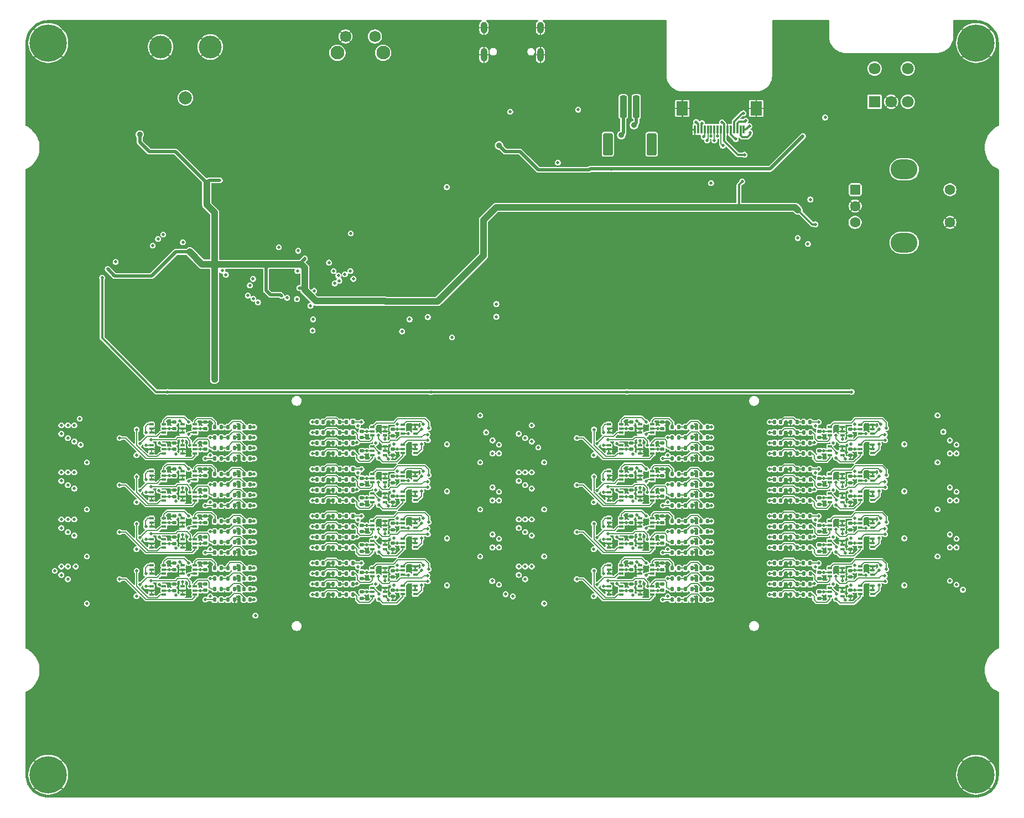
<source format=gbr>
%TF.GenerationSoftware,KiCad,Pcbnew,9.0.0*%
%TF.CreationDate,2025-03-21T15:34:48-04:00*%
%TF.ProjectId,ephys-test-board,65706879-732d-4746-9573-742d626f6172,C*%
%TF.SameCoordinates,Original*%
%TF.FileFunction,Copper,L4,Bot*%
%TF.FilePolarity,Positive*%
%FSLAX46Y46*%
G04 Gerber Fmt 4.6, Leading zero omitted, Abs format (unit mm)*
G04 Created by KiCad (PCBNEW 9.0.0) date 2025-03-21 15:34:48*
%MOMM*%
%LPD*%
G01*
G04 APERTURE LIST*
G04 Aperture macros list*
%AMRoundRect*
0 Rectangle with rounded corners*
0 $1 Rounding radius*
0 $2 $3 $4 $5 $6 $7 $8 $9 X,Y pos of 4 corners*
0 Add a 4 corners polygon primitive as box body*
4,1,4,$2,$3,$4,$5,$6,$7,$8,$9,$2,$3,0*
0 Add four circle primitives for the rounded corners*
1,1,$1+$1,$2,$3*
1,1,$1+$1,$4,$5*
1,1,$1+$1,$6,$7*
1,1,$1+$1,$8,$9*
0 Add four rect primitives between the rounded corners*
20,1,$1+$1,$2,$3,$4,$5,0*
20,1,$1+$1,$4,$5,$6,$7,0*
20,1,$1+$1,$6,$7,$8,$9,0*
20,1,$1+$1,$8,$9,$2,$3,0*%
G04 Aperture macros list end*
%TA.AperFunction,ComponentPad*%
%ADD10C,2.100000*%
%TD*%
%TA.AperFunction,ComponentPad*%
%ADD11C,1.750000*%
%TD*%
%TA.AperFunction,ComponentPad*%
%ADD12RoundRect,0.250000X-0.550000X-0.550000X0.550000X-0.550000X0.550000X0.550000X-0.550000X0.550000X0*%
%TD*%
%TA.AperFunction,ComponentPad*%
%ADD13C,1.600000*%
%TD*%
%TA.AperFunction,ComponentPad*%
%ADD14O,4.100000X3.000000*%
%TD*%
%TA.AperFunction,ComponentPad*%
%ADD15C,5.700000*%
%TD*%
%TA.AperFunction,ComponentPad*%
%ADD16R,1.800000X1.800000*%
%TD*%
%TA.AperFunction,ComponentPad*%
%ADD17C,1.800000*%
%TD*%
%TA.AperFunction,ComponentPad*%
%ADD18C,2.000000*%
%TD*%
%TA.AperFunction,ComponentPad*%
%ADD19C,3.500000*%
%TD*%
%TA.AperFunction,HeatsinkPad*%
%ADD20O,1.000000X2.100000*%
%TD*%
%TA.AperFunction,HeatsinkPad*%
%ADD21O,1.000000X1.800000*%
%TD*%
%TA.AperFunction,SMDPad,CuDef*%
%ADD22RoundRect,0.100000X0.225000X0.100000X-0.225000X0.100000X-0.225000X-0.100000X0.225000X-0.100000X0*%
%TD*%
%TA.AperFunction,SMDPad,CuDef*%
%ADD23RoundRect,0.135000X-0.135000X-0.185000X0.135000X-0.185000X0.135000X0.185000X-0.135000X0.185000X0*%
%TD*%
%TA.AperFunction,SMDPad,CuDef*%
%ADD24RoundRect,0.140000X-0.170000X0.140000X-0.170000X-0.140000X0.170000X-0.140000X0.170000X0.140000X0*%
%TD*%
%TA.AperFunction,SMDPad,CuDef*%
%ADD25RoundRect,0.135000X0.135000X0.185000X-0.135000X0.185000X-0.135000X-0.185000X0.135000X-0.185000X0*%
%TD*%
%TA.AperFunction,SMDPad,CuDef*%
%ADD26RoundRect,0.100000X-0.225000X-0.100000X0.225000X-0.100000X0.225000X0.100000X-0.225000X0.100000X0*%
%TD*%
%TA.AperFunction,SMDPad,CuDef*%
%ADD27RoundRect,0.140000X0.140000X0.170000X-0.140000X0.170000X-0.140000X-0.170000X0.140000X-0.170000X0*%
%TD*%
%TA.AperFunction,SMDPad,CuDef*%
%ADD28RoundRect,0.140000X-0.140000X-0.170000X0.140000X-0.170000X0.140000X0.170000X-0.140000X0.170000X0*%
%TD*%
%TA.AperFunction,SMDPad,CuDef*%
%ADD29RoundRect,0.140000X0.170000X-0.140000X0.170000X0.140000X-0.170000X0.140000X-0.170000X-0.140000X0*%
%TD*%
%TA.AperFunction,SMDPad,CuDef*%
%ADD30R,0.300000X1.300000*%
%TD*%
%TA.AperFunction,SMDPad,CuDef*%
%ADD31R,1.800000X2.200000*%
%TD*%
%TA.AperFunction,SMDPad,CuDef*%
%ADD32RoundRect,0.250000X0.250000X1.500000X-0.250000X1.500000X-0.250000X-1.500000X0.250000X-1.500000X0*%
%TD*%
%TA.AperFunction,SMDPad,CuDef*%
%ADD33RoundRect,0.250001X0.499999X1.449999X-0.499999X1.449999X-0.499999X-1.449999X0.499999X-1.449999X0*%
%TD*%
%TA.AperFunction,ViaPad*%
%ADD34C,0.500000*%
%TD*%
%TA.AperFunction,ViaPad*%
%ADD35C,0.900000*%
%TD*%
%TA.AperFunction,Conductor*%
%ADD36C,0.500000*%
%TD*%
%TA.AperFunction,Conductor*%
%ADD37C,0.200000*%
%TD*%
%TA.AperFunction,Conductor*%
%ADD38C,1.000000*%
%TD*%
%TA.AperFunction,Conductor*%
%ADD39C,0.300000*%
%TD*%
%TA.AperFunction,Conductor*%
%ADD40C,0.150000*%
%TD*%
%TA.AperFunction,Conductor*%
%ADD41C,0.250000*%
%TD*%
G04 APERTURE END LIST*
D10*
%TO.P,SW4,*%
%TO.N,*%
X173250000Y-60490000D03*
X180260000Y-60490000D03*
D11*
%TO.P,SW4,1,1*%
%TO.N,GND*%
X174500000Y-58000000D03*
%TO.P,SW4,2,2*%
%TO.N,Net-(U2-RUN)*%
X179000000Y-58000000D03*
%TD*%
D12*
%TO.P,SW2,A,A*%
%TO.N,Net-(R279-Pad2)*%
X252500000Y-81450000D03*
D13*
%TO.P,SW2,B,B*%
%TO.N,Net-(R280-Pad2)*%
X252500000Y-86450000D03*
%TO.P,SW2,C,C*%
%TO.N,GND*%
X252500000Y-83950000D03*
%TO.P,SW2,S1,S1*%
%TO.N,Net-(R269-Pad2)*%
X267000000Y-81450000D03*
%TO.P,SW2,S2,S2*%
%TO.N,GND*%
X267000000Y-86450000D03*
D14*
%TO.P,SW2,SH*%
%TO.N,N/C*%
X260000000Y-78350000D03*
X260000000Y-89550000D03*
%TD*%
D15*
%TO.P,H1,1,1*%
%TO.N,GND*%
X129000000Y-171000000D03*
%TD*%
D16*
%TO.P,SW1,1,A*%
%TO.N,Net-(SW1-A)*%
X255460000Y-68000000D03*
D17*
%TO.P,SW1,2,B*%
%TO.N,GND*%
X258000000Y-68000000D03*
%TO.P,SW1,3,C*%
%TO.N,Net-(SW1-C)*%
X260540000Y-68000000D03*
%TO.P,SW1,MP*%
%TO.N,N/C*%
X255460000Y-62920000D03*
X260540000Y-62920000D03*
%TD*%
D15*
%TO.P,H2,1,1*%
%TO.N,GND*%
X129000000Y-59000000D03*
%TD*%
D18*
%TO.P,J5,1,In*%
%TO.N,Net-(J5-In)*%
X150000000Y-67400000D03*
D19*
%TO.P,J5,2,Ext*%
%TO.N,GND*%
X153800000Y-59600000D03*
X146200000Y-59600000D03*
%TD*%
D15*
%TO.P,H3,1,1*%
%TO.N,GND*%
X271000000Y-59000000D03*
%TD*%
D20*
%TO.P,J6,S1,SHIELD*%
%TO.N,GND*%
X204320000Y-60815000D03*
D21*
X204320000Y-56635000D03*
D20*
X195680000Y-60815000D03*
D21*
X195680000Y-56635000D03*
%TD*%
D15*
%TO.P,H4,1,1*%
%TO.N,GND*%
X271000000Y-171000000D03*
%TD*%
D22*
%TO.P,U140,1*%
%TO.N,GND*%
X250525000Y-139375000D03*
%TO.P,U140,2,GND*%
X250525000Y-140025000D03*
%TO.P,U140,3*%
%TO.N,TESTSIG*%
X250525000Y-140675000D03*
%TO.P,U140,4*%
%TO.N,Net-(R252-Pad1)*%
X248625000Y-140675000D03*
%TO.P,U140,5,VCC*%
%TO.N,VCC*%
X248625000Y-140025000D03*
%TO.P,U140,6*%
%TO.N,/Signal Routing 15/S_{2}*%
X248625000Y-139375000D03*
%TD*%
D23*
%TO.P,R63,1*%
%TO.N,Net-(C76-Pad2)*%
X156490000Y-142600000D03*
%TO.P,R63,2*%
%TO.N,GND*%
X157510000Y-142600000D03*
%TD*%
%TO.P,R185,1*%
%TO.N,Net-(C206-Pad2)*%
X226490000Y-141000000D03*
%TO.P,R185,2*%
%TO.N,GND*%
X227510000Y-141000000D03*
%TD*%
D24*
%TO.P,C251,1*%
%TO.N,VCC*%
X251725000Y-128345000D03*
%TO.P,C251,2*%
%TO.N,GND*%
X251725000Y-129305000D03*
%TD*%
D23*
%TO.P,R157,1*%
%TO.N,Net-(R157-Pad1)*%
X224490000Y-126600000D03*
%TO.P,R157,2*%
%TO.N,Net-(C172-Pad2)*%
X225510000Y-126600000D03*
%TD*%
D25*
%TO.P,R74,1*%
%TO.N,Net-(R74-Pad1)*%
X175610000Y-117000000D03*
%TO.P,R74,2*%
%TO.N,Net-(C84-Pad2)*%
X174590000Y-117000000D03*
%TD*%
%TO.P,R234,1*%
%TO.N,Net-(R234-Pad1)*%
X245610000Y-131425000D03*
%TO.P,R234,2*%
%TO.N,Net-(C254-Pad2)*%
X244590000Y-131425000D03*
%TD*%
D26*
%TO.P,U28,1*%
%TO.N,GND*%
X144800000Y-136250000D03*
%TO.P,U28,2,GND*%
X144800000Y-135600000D03*
%TO.P,U28,3*%
%TO.N,TESTSIG*%
X144800000Y-134950000D03*
%TO.P,U28,4*%
%TO.N,Net-(R53-Pad1)*%
X146700000Y-134950000D03*
%TO.P,U28,5,VCC*%
%TO.N,VCC*%
X146700000Y-135600000D03*
%TO.P,U28,6*%
%TO.N,/Signal Routing 2/S_{7}*%
X146700000Y-136250000D03*
%TD*%
D27*
%TO.P,C44,1*%
%TO.N,/Headstage IO/B1.E_{7}*%
X159880000Y-129800000D03*
%TO.P,C44,2*%
%TO.N,Net-(C44-Pad2)*%
X158920000Y-129800000D03*
%TD*%
D25*
%TO.P,R232,1*%
%TO.N,Net-(C256-Pad2)*%
X243610000Y-133000000D03*
%TO.P,R232,2*%
%TO.N,GND*%
X242590000Y-133000000D03*
%TD*%
D24*
%TO.P,C115,1*%
%TO.N,VCC*%
X181725000Y-128345000D03*
%TO.P,C115,2*%
%TO.N,GND*%
X181725000Y-129305000D03*
%TD*%
D22*
%TO.P,U129,1*%
%TO.N,GND*%
X255175000Y-131875000D03*
%TO.P,U129,2,GND*%
X255175000Y-132525000D03*
%TO.P,U129,3*%
%TO.N,TESTSIG*%
X255175000Y-133175000D03*
%TO.P,U129,4*%
%TO.N,Net-(R234-Pad1)*%
X253275000Y-133175000D03*
%TO.P,U129,5,VCC*%
%TO.N,VCC*%
X253275000Y-132525000D03*
%TO.P,U129,6*%
%TO.N,/Signal Routing 14/S_{0}*%
X253275000Y-131875000D03*
%TD*%
D28*
%TO.P,C103,1*%
%TO.N,/Headstage IO/B5.E_{2}*%
X170130000Y-125800000D03*
%TO.P,C103,2*%
%TO.N,Net-(C103-Pad2)*%
X171090000Y-125800000D03*
%TD*%
D25*
%TO.P,R112,1*%
%TO.N,Net-(C128-Pad2)*%
X173610000Y-136200000D03*
%TO.P,R112,2*%
%TO.N,GND*%
X172590000Y-136200000D03*
%TD*%
%TO.P,R244,1*%
%TO.N,Net-(R244-Pad1)*%
X245610000Y-136225000D03*
%TO.P,R244,2*%
%TO.N,Net-(C264-Pad2)*%
X244590000Y-136225000D03*
%TD*%
D29*
%TO.P,C165,1*%
%TO.N,VCC*%
X223000000Y-121180000D03*
%TO.P,C165,2*%
%TO.N,GND*%
X223000000Y-120220000D03*
%TD*%
D25*
%TO.P,R220,1*%
%TO.N,Net-(R220-Pad1)*%
X245620000Y-125825000D03*
%TO.P,R220,2*%
%TO.N,Net-(C239-Pad2)*%
X244600000Y-125825000D03*
%TD*%
D27*
%TO.P,C25,1*%
%TO.N,/Headstage IO/B0.E_{5}*%
X159880000Y-121000000D03*
%TO.P,C25,2*%
%TO.N,Net-(C25-Pad2)*%
X158920000Y-121000000D03*
%TD*%
D24*
%TO.P,C90,1*%
%TO.N,VCC*%
X181725000Y-118145000D03*
%TO.P,C90,2*%
%TO.N,GND*%
X181725000Y-119105000D03*
%TD*%
D30*
%TO.P,J4,1,Pin_1*%
%TO.N,GND*%
X227950000Y-72250000D03*
%TO.P,J4,2,Pin_2*%
%TO.N,Net-(J4-Pin_2)*%
X228450000Y-72250000D03*
%TO.P,J4,3,Pin_3*%
%TO.N,Net-(J4-Pin_3)*%
X228950000Y-72250000D03*
%TO.P,J4,4,Pin_4*%
%TO.N,Net-(J4-Pin_4)*%
X229450000Y-72250000D03*
%TO.P,J4,5,Pin_5*%
%TO.N,/MCU/MOSI*%
X229950000Y-72250000D03*
%TO.P,J4,6,Pin_6*%
%TO.N,/MCU/SCLK*%
X230450000Y-72250000D03*
%TO.P,J4,7,Pin_7*%
%TO.N,/MCU/~{D{slash}C}*%
X230950000Y-72250000D03*
%TO.P,J4,8,Pin_8*%
%TO.N,/MCU/~{RES}*%
X231450000Y-72250000D03*
%TO.P,J4,9,Pin_9*%
%TO.N,/MCU/~{CS1}*%
X231950000Y-72250000D03*
%TO.P,J4,10,Pin_10*%
%TO.N,VCC*%
X232450000Y-72250000D03*
%TO.P,J4,11,Pin_11*%
%TO.N,GND*%
X232950000Y-72250000D03*
%TO.P,J4,12,Pin_12*%
%TO.N,/User IO/VBAT*%
X233450000Y-72250000D03*
%TO.P,J4,13,Pin_13*%
%TO.N,Net-(J4-Pin_13)*%
X233950000Y-72250000D03*
%TO.P,J4,14,Pin_14*%
%TO.N,Net-(J4-Pin_14)*%
X234450000Y-72250000D03*
%TO.P,J4,15,Pin_15*%
%TO.N,Net-(J4-Pin_15)*%
X234950000Y-72250000D03*
%TO.P,J4,16,Pin_16*%
%TO.N,Net-(J4-Pin_16)*%
X235450000Y-72250000D03*
D31*
%TO.P,J4,MP,MountPin*%
%TO.N,GND*%
X226050000Y-69000000D03*
X237350000Y-69000000D03*
%TD*%
D29*
%TO.P,C174,1*%
%TO.N,VCC*%
X223000000Y-125200000D03*
%TO.P,C174,2*%
%TO.N,GND*%
X223000000Y-124240000D03*
%TD*%
D26*
%TO.P,U22,1*%
%TO.N,GND*%
X149550000Y-133050000D03*
%TO.P,U22,2,GND*%
X149550000Y-132400000D03*
%TO.P,U22,3*%
%TO.N,TESTSIG*%
X149550000Y-131750000D03*
%TO.P,U22,4*%
%TO.N,Net-(R43-Pad1)*%
X151450000Y-131750000D03*
%TO.P,U22,5,VCC*%
%TO.N,VCC*%
X151450000Y-132400000D03*
%TO.P,U22,6*%
%TO.N,/Signal Routing 2/S_{1}*%
X151450000Y-133050000D03*
%TD*%
D25*
%TO.P,R246,1*%
%TO.N,Net-(C271-Pad2)*%
X243610000Y-138600000D03*
%TO.P,R246,2*%
%TO.N,GND*%
X242590000Y-138600000D03*
%TD*%
D27*
%TO.P,C204,1*%
%TO.N,/Headstage IO/B11.E_{1}*%
X229880000Y-139400000D03*
%TO.P,C204,2*%
%TO.N,Net-(C204-Pad2)*%
X228920000Y-139400000D03*
%TD*%
%TO.P,C153,1*%
%TO.N,/Headstage IO/B8.E_{1}*%
X229880000Y-117800000D03*
%TO.P,C153,2*%
%TO.N,Net-(C153-Pad2)*%
X228920000Y-117800000D03*
%TD*%
D25*
%TO.P,R104,1*%
%TO.N,Net-(C120-Pad2)*%
X173610000Y-133000000D03*
%TO.P,R104,2*%
%TO.N,GND*%
X172590000Y-133000000D03*
%TD*%
D26*
%TO.P,U78,1*%
%TO.N,GND*%
X214800000Y-118650000D03*
%TO.P,U78,2,GND*%
X214800000Y-118000000D03*
%TO.P,U78,3*%
%TO.N,TESTSIG*%
X214800000Y-117350000D03*
%TO.P,U78,4*%
%TO.N,Net-(R141-Pad1)*%
X216700000Y-117350000D03*
%TO.P,U78,5,VCC*%
%TO.N,VCC*%
X216700000Y-118000000D03*
%TO.P,U78,6*%
%TO.N,/Signal Routing 8/S_{3}*%
X216700000Y-118650000D03*
%TD*%
D23*
%TO.P,R43,1*%
%TO.N,Net-(R43-Pad1)*%
X154490000Y-132200000D03*
%TO.P,R43,2*%
%TO.N,Net-(C51-Pad2)*%
X155510000Y-132200000D03*
%TD*%
%TO.P,R179,1*%
%TO.N,Net-(R179-Pad1)*%
X224490000Y-135400000D03*
%TO.P,R179,2*%
%TO.N,Net-(C195-Pad2)*%
X225510000Y-135400000D03*
%TD*%
D27*
%TO.P,C27,1*%
%TO.N,/Headstage IO/B0.E_{7}*%
X159880000Y-122600000D03*
%TO.P,C27,2*%
%TO.N,Net-(C27-Pad2)*%
X158920000Y-122600000D03*
%TD*%
D25*
%TO.P,R108,1*%
%TO.N,Net-(R108-Pad1)*%
X175620000Y-133000000D03*
%TO.P,R108,2*%
%TO.N,Net-(C120-Pad2)*%
X174600000Y-133000000D03*
%TD*%
%TO.P,R200,1*%
%TO.N,Net-(C222-Pad2)*%
X243610000Y-118600000D03*
%TO.P,R200,2*%
%TO.N,GND*%
X242590000Y-118600000D03*
%TD*%
D23*
%TO.P,R23,1*%
%TO.N,Net-(C34-Pad2)*%
X156490000Y-125000000D03*
%TO.P,R23,2*%
%TO.N,GND*%
X157510000Y-125000000D03*
%TD*%
D25*
%TO.P,R242,1*%
%TO.N,Net-(R242-Pad1)*%
X245610000Y-134625000D03*
%TO.P,R242,2*%
%TO.N,Net-(C262-Pad2)*%
X244590000Y-134625000D03*
%TD*%
%TO.P,R252,1*%
%TO.N,Net-(R252-Pad1)*%
X245620000Y-140225000D03*
%TO.P,R252,2*%
%TO.N,Net-(C273-Pad2)*%
X244600000Y-140225000D03*
%TD*%
D29*
%TO.P,C157,1*%
%TO.N,VCC*%
X223000000Y-118000000D03*
%TO.P,C157,2*%
%TO.N,GND*%
X223000000Y-117040000D03*
%TD*%
D26*
%TO.P,U85,1*%
%TO.N,GND*%
X219550000Y-125850000D03*
%TO.P,U85,2,GND*%
X219550000Y-125200000D03*
%TO.P,U85,3*%
%TO.N,TESTSIG*%
X219550000Y-124550000D03*
%TO.P,U85,4*%
%TO.N,Net-(R155-Pad1)*%
X221450000Y-124550000D03*
%TO.P,U85,5,VCC*%
%TO.N,VCC*%
X221450000Y-125200000D03*
%TO.P,U85,6*%
%TO.N,/Signal Routing 9/S_{1}*%
X221450000Y-125850000D03*
%TD*%
D27*
%TO.P,C19,1*%
%TO.N,/Headstage IO/B0.E_{3}*%
X159880000Y-119400000D03*
%TO.P,C19,2*%
%TO.N,Net-(C19-Pad2)*%
X158920000Y-119400000D03*
%TD*%
%TO.P,C76,1*%
%TO.N,/Headstage IO/B3.E_{5}*%
X159880000Y-142600000D03*
%TO.P,C76,2*%
%TO.N,Net-(C76-Pad2)*%
X158920000Y-142600000D03*
%TD*%
D23*
%TO.P,R137,1*%
%TO.N,Net-(C155-Pad2)*%
X226490000Y-119400000D03*
%TO.P,R137,2*%
%TO.N,GND*%
X227510000Y-119400000D03*
%TD*%
D29*
%TO.P,C21,1*%
%TO.N,VCC*%
X153000000Y-118000000D03*
%TO.P,C21,2*%
%TO.N,GND*%
X153000000Y-117040000D03*
%TD*%
D28*
%TO.P,C230,1*%
%TO.N,/Headstage IO/B12.E_{6}*%
X240120000Y-121800000D03*
%TO.P,C230,2*%
%TO.N,Net-(C230-Pad2)*%
X241080000Y-121800000D03*
%TD*%
D22*
%TO.P,U54,1*%
%TO.N,GND*%
X180525000Y-127975000D03*
%TO.P,U54,2,GND*%
X180525000Y-128625000D03*
%TO.P,U54,3*%
%TO.N,TESTSIG*%
X180525000Y-129275000D03*
%TO.P,U54,4*%
%TO.N,Net-(R100-Pad1)*%
X178625000Y-129275000D03*
%TO.P,U54,5,VCC*%
%TO.N,VCC*%
X178625000Y-128625000D03*
%TO.P,U54,6*%
%TO.N,/Signal Routing 5/S_{6}*%
X178625000Y-127975000D03*
%TD*%
D29*
%TO.P,C82,1*%
%TO.N,VCC*%
X148263500Y-142800000D03*
%TO.P,C82,2*%
%TO.N,GND*%
X148263500Y-141840000D03*
%TD*%
D24*
%TO.P,C113,1*%
%TO.N,VCC*%
X177025000Y-128645000D03*
%TO.P,C113,2*%
%TO.N,GND*%
X177025000Y-129605000D03*
%TD*%
D25*
%TO.P,R98,1*%
%TO.N,Net-(R98-Pad1)*%
X175610000Y-127400000D03*
%TO.P,R98,2*%
%TO.N,Net-(C109-Pad2)*%
X174590000Y-127400000D03*
%TD*%
%TO.P,R86,1*%
%TO.N,Net-(C101-Pad2)*%
X173610000Y-124200000D03*
%TO.P,R86,2*%
%TO.N,GND*%
X172590000Y-124200000D03*
%TD*%
D27*
%TO.P,C161,1*%
%TO.N,/Headstage IO/B8.E_{5}*%
X229880000Y-121000000D03*
%TO.P,C161,2*%
%TO.N,Net-(C161-Pad2)*%
X228920000Y-121000000D03*
%TD*%
D23*
%TO.P,R67,1*%
%TO.N,Net-(R67-Pad1)*%
X154490000Y-142600000D03*
%TO.P,R67,2*%
%TO.N,Net-(C76-Pad2)*%
X155510000Y-142600000D03*
%TD*%
D22*
%TO.P,U39,1*%
%TO.N,GND*%
X185175000Y-117475000D03*
%TO.P,U39,2,GND*%
X185175000Y-118125000D03*
%TO.P,U39,3*%
%TO.N,TESTSIG*%
X185175000Y-118775000D03*
%TO.P,U39,4*%
%TO.N,Net-(R74-Pad1)*%
X183275000Y-118775000D03*
%TO.P,U39,5,VCC*%
%TO.N,VCC*%
X183275000Y-118125000D03*
%TO.P,U39,6*%
%TO.N,/Signal Routing 4/S_{0}*%
X183275000Y-117475000D03*
%TD*%
D25*
%TO.P,R84,1*%
%TO.N,Net-(R84-Pad1)*%
X175610000Y-121800000D03*
%TO.P,R84,2*%
%TO.N,Net-(C94-Pad2)*%
X174590000Y-121800000D03*
%TD*%
D23*
%TO.P,R189,1*%
%TO.N,Net-(R189-Pad1)*%
X224490000Y-141000000D03*
%TO.P,R189,2*%
%TO.N,Net-(C206-Pad2)*%
X225510000Y-141000000D03*
%TD*%
D29*
%TO.P,C57,1*%
%TO.N,VCC*%
X148250000Y-132400000D03*
%TO.P,C57,2*%
%TO.N,GND*%
X148250000Y-131440000D03*
%TD*%
%TO.P,C29,1*%
%TO.N,VCC*%
X153000000Y-121180000D03*
%TO.P,C29,2*%
%TO.N,GND*%
X153000000Y-120220000D03*
%TD*%
D27*
%TO.P,C53,1*%
%TO.N,/Headstage IO/B2.E_{3}*%
X159880000Y-133800000D03*
%TO.P,C53,2*%
%TO.N,Net-(C53-Pad2)*%
X158920000Y-133800000D03*
%TD*%
D23*
%TO.P,R139,1*%
%TO.N,Net-(R139-Pad1)*%
X224490000Y-117800000D03*
%TO.P,R139,2*%
%TO.N,Net-(C153-Pad2)*%
X225510000Y-117800000D03*
%TD*%
D25*
%TO.P,R102,1*%
%TO.N,Net-(C118-Pad2)*%
X173610000Y-131400000D03*
%TO.P,R102,2*%
%TO.N,GND*%
X172590000Y-131400000D03*
%TD*%
D24*
%TO.P,C249,1*%
%TO.N,VCC*%
X247025000Y-128645000D03*
%TO.P,C249,2*%
%TO.N,GND*%
X247025000Y-129605000D03*
%TD*%
D29*
%TO.P,C38,1*%
%TO.N,VCC*%
X153000000Y-125200000D03*
%TO.P,C38,2*%
%TO.N,GND*%
X153000000Y-124240000D03*
%TD*%
D25*
%TO.P,R124,1*%
%TO.N,Net-(R124-Pad1)*%
X175620000Y-140200000D03*
%TO.P,R124,2*%
%TO.N,Net-(C137-Pad2)*%
X174600000Y-140200000D03*
%TD*%
%TO.P,R236,1*%
%TO.N,Net-(R236-Pad1)*%
X245620000Y-133025000D03*
%TO.P,R236,2*%
%TO.N,Net-(C256-Pad2)*%
X244600000Y-133025000D03*
%TD*%
D24*
%TO.P,C243,1*%
%TO.N,VCC*%
X251725000Y-125345000D03*
%TO.P,C243,2*%
%TO.N,GND*%
X251725000Y-126305000D03*
%TD*%
D22*
%TO.P,U144,1*%
%TO.N,GND*%
X250525000Y-142375000D03*
%TO.P,U144,2,GND*%
X250525000Y-143025000D03*
%TO.P,U144,3*%
%TO.N,TESTSIG*%
X250525000Y-143675000D03*
%TO.P,U144,4*%
%TO.N,Net-(R260-Pad1)*%
X248625000Y-143675000D03*
%TO.P,U144,5,VCC*%
%TO.N,VCC*%
X248625000Y-143025000D03*
%TO.P,U144,6*%
%TO.N,/Signal Routing 15/S_{6}*%
X248625000Y-142375000D03*
%TD*%
D24*
%TO.P,C122,1*%
%TO.N,VCC*%
X177025000Y-132845000D03*
%TO.P,C122,2*%
%TO.N,GND*%
X177025000Y-133805000D03*
%TD*%
%TO.P,C149,1*%
%TO.N,VCC*%
X181725000Y-142745000D03*
%TO.P,C149,2*%
%TO.N,GND*%
X181725000Y-143705000D03*
%TD*%
D28*
%TO.P,C279,1*%
%TO.N,/Headstage IO/B15.E_{4}*%
X240120000Y-141800000D03*
%TO.P,C279,2*%
%TO.N,Net-(C279-Pad2)*%
X241080000Y-141800000D03*
%TD*%
D25*
%TO.P,R218,1*%
%TO.N,Net-(R218-Pad1)*%
X245610000Y-124225000D03*
%TO.P,R218,2*%
%TO.N,Net-(C237-Pad2)*%
X244590000Y-124225000D03*
%TD*%
D26*
%TO.P,U10,1*%
%TO.N,GND*%
X144800000Y-121850000D03*
%TO.P,U10,2,GND*%
X144800000Y-121200000D03*
%TO.P,U10,3*%
%TO.N,TESTSIG*%
X144800000Y-120550000D03*
%TO.P,U10,4*%
%TO.N,Net-(R21-Pad1)*%
X146700000Y-120550000D03*
%TO.P,U10,5,VCC*%
%TO.N,VCC*%
X146700000Y-121200000D03*
%TO.P,U10,6*%
%TO.N,/Signal Routing 0/S_{7}*%
X146700000Y-121850000D03*
%TD*%
D25*
%TO.P,R128,1*%
%TO.N,Net-(C145-Pad2)*%
X173610000Y-143400000D03*
%TO.P,R128,2*%
%TO.N,GND*%
X172590000Y-143400000D03*
%TD*%
D23*
%TO.P,R45,1*%
%TO.N,Net-(R45-Pad1)*%
X154490000Y-133800000D03*
%TO.P,R45,2*%
%TO.N,Net-(C53-Pad2)*%
X155510000Y-133800000D03*
%TD*%
D29*
%TO.P,C216,1*%
%TO.N,VCC*%
X223000000Y-142780000D03*
%TO.P,C216,2*%
%TO.N,GND*%
X223000000Y-141820000D03*
%TD*%
D24*
%TO.P,C277,1*%
%TO.N,VCC*%
X251725000Y-139745000D03*
%TO.P,C277,2*%
%TO.N,GND*%
X251725000Y-140705000D03*
%TD*%
D28*
%TO.P,C145,1*%
%TO.N,/Headstage IO/B7.E_{6}*%
X170120000Y-143400000D03*
%TO.P,C145,2*%
%TO.N,Net-(C145-Pad2)*%
X171080000Y-143400000D03*
%TD*%
D27*
%TO.P,C36,1*%
%TO.N,/Headstage IO/B1.E_{3}*%
X159880000Y-126600000D03*
%TO.P,C36,2*%
%TO.N,Net-(C36-Pad2)*%
X158920000Y-126600000D03*
%TD*%
D25*
%TO.P,R88,1*%
%TO.N,Net-(C103-Pad2)*%
X173610000Y-125800000D03*
%TO.P,R88,2*%
%TO.N,GND*%
X172590000Y-125800000D03*
%TD*%
D29*
%TO.P,C72,1*%
%TO.N,VCC*%
X153000000Y-139600000D03*
%TO.P,C72,2*%
%TO.N,GND*%
X153000000Y-138640000D03*
%TD*%
D27*
%TO.P,C212,1*%
%TO.N,/Headstage IO/B11.E_{5}*%
X229880000Y-142600000D03*
%TO.P,C212,2*%
%TO.N,Net-(C212-Pad2)*%
X228920000Y-142600000D03*
%TD*%
D25*
%TO.P,R116,1*%
%TO.N,Net-(R116-Pad1)*%
X175610000Y-136200000D03*
%TO.P,R116,2*%
%TO.N,Net-(C128-Pad2)*%
X174590000Y-136200000D03*
%TD*%
%TO.P,R94,1*%
%TO.N,Net-(C109-Pad2)*%
X173610000Y-127400000D03*
%TO.P,R94,2*%
%TO.N,GND*%
X172590000Y-127400000D03*
%TD*%
D27*
%TO.P,C155,1*%
%TO.N,/Headstage IO/B8.E_{3}*%
X229880000Y-119400000D03*
%TO.P,C155,2*%
%TO.N,Net-(C155-Pad2)*%
X228920000Y-119400000D03*
%TD*%
D24*
%TO.P,C132,1*%
%TO.N,VCC*%
X181725000Y-135545000D03*
%TO.P,C132,2*%
%TO.N,GND*%
X181725000Y-136505000D03*
%TD*%
D27*
%TO.P,C189,1*%
%TO.N,/Headstage IO/B10.E_{3}*%
X229880000Y-133800000D03*
%TO.P,C189,2*%
%TO.N,Net-(C189-Pad2)*%
X228920000Y-133800000D03*
%TD*%
D24*
%TO.P,C266,1*%
%TO.N,VCC*%
X247025000Y-135845000D03*
%TO.P,C266,2*%
%TO.N,GND*%
X247025000Y-136805000D03*
%TD*%
D22*
%TO.P,U117,1*%
%TO.N,GND*%
X250525000Y-120775000D03*
%TO.P,U117,2,GND*%
X250525000Y-121425000D03*
%TO.P,U117,3*%
%TO.N,TESTSIG*%
X250525000Y-122075000D03*
%TO.P,U117,4*%
%TO.N,Net-(R212-Pad1)*%
X248625000Y-122075000D03*
%TO.P,U117,5,VCC*%
%TO.N,VCC*%
X248625000Y-121425000D03*
%TO.P,U117,6*%
%TO.N,/Signal Routing 12/S_{6}*%
X248625000Y-120775000D03*
%TD*%
D29*
%TO.P,C40,1*%
%TO.N,VCC*%
X148250000Y-125200000D03*
%TO.P,C40,2*%
%TO.N,GND*%
X148250000Y-124240000D03*
%TD*%
D23*
%TO.P,R155,1*%
%TO.N,Net-(R155-Pad1)*%
X224490000Y-125000000D03*
%TO.P,R155,2*%
%TO.N,Net-(C170-Pad2)*%
X225510000Y-125000000D03*
%TD*%
D25*
%TO.P,R216,1*%
%TO.N,Net-(C239-Pad2)*%
X243610000Y-125800000D03*
%TO.P,R216,2*%
%TO.N,GND*%
X242590000Y-125800000D03*
%TD*%
D22*
%TO.P,U52,1*%
%TO.N,GND*%
X185175000Y-127675000D03*
%TO.P,U52,2,GND*%
X185175000Y-128325000D03*
%TO.P,U52,3*%
%TO.N,TESTSIG*%
X185175000Y-128975000D03*
%TO.P,U52,4*%
%TO.N,Net-(R98-Pad1)*%
X183275000Y-128975000D03*
%TO.P,U52,5,VCC*%
%TO.N,VCC*%
X183275000Y-128325000D03*
%TO.P,U52,6*%
%TO.N,/Signal Routing 5/S_{4}*%
X183275000Y-127675000D03*
%TD*%
D23*
%TO.P,R181,1*%
%TO.N,Net-(R181-Pad1)*%
X224490000Y-137000000D03*
%TO.P,R181,2*%
%TO.N,Net-(C197-Pad2)*%
X225510000Y-137000000D03*
%TD*%
D22*
%TO.P,U133,1*%
%TO.N,GND*%
X255175000Y-134875000D03*
%TO.P,U133,2,GND*%
X255175000Y-135525000D03*
%TO.P,U133,3*%
%TO.N,TESTSIG*%
X255175000Y-136175000D03*
%TO.P,U133,4*%
%TO.N,Net-(R242-Pad1)*%
X253275000Y-136175000D03*
%TO.P,U133,5,VCC*%
%TO.N,VCC*%
X253275000Y-135525000D03*
%TO.P,U133,6*%
%TO.N,/Signal Routing 14/S_{4}*%
X253275000Y-134875000D03*
%TD*%
D24*
%TO.P,C88,1*%
%TO.N,VCC*%
X177025000Y-118445000D03*
%TO.P,C88,2*%
%TO.N,GND*%
X177025000Y-119405000D03*
%TD*%
D26*
%TO.P,U76,1*%
%TO.N,GND*%
X219550000Y-118650000D03*
%TO.P,U76,2,GND*%
X219550000Y-118000000D03*
%TO.P,U76,3*%
%TO.N,TESTSIG*%
X219550000Y-117350000D03*
%TO.P,U76,4*%
%TO.N,Net-(R139-Pad1)*%
X221450000Y-117350000D03*
%TO.P,U76,5,VCC*%
%TO.N,VCC*%
X221450000Y-118000000D03*
%TO.P,U76,6*%
%TO.N,/Signal Routing 8/S_{1}*%
X221450000Y-118650000D03*
%TD*%
D25*
%TO.P,R250,1*%
%TO.N,Net-(R250-Pad1)*%
X245610000Y-138625000D03*
%TO.P,R250,2*%
%TO.N,Net-(C271-Pad2)*%
X244590000Y-138625000D03*
%TD*%
D22*
%TO.P,U113,1*%
%TO.N,GND*%
X250525000Y-117775000D03*
%TO.P,U113,2,GND*%
X250525000Y-118425000D03*
%TO.P,U113,3*%
%TO.N,TESTSIG*%
X250525000Y-119075000D03*
%TO.P,U113,4*%
%TO.N,Net-(R204-Pad1)*%
X248625000Y-119075000D03*
%TO.P,U113,5,VCC*%
%TO.N,VCC*%
X248625000Y-118425000D03*
%TO.P,U113,6*%
%TO.N,/Signal Routing 12/S_{2}*%
X248625000Y-117775000D03*
%TD*%
D27*
%TO.P,C206,1*%
%TO.N,/Headstage IO/B11.E_{3}*%
X229880000Y-141000000D03*
%TO.P,C206,2*%
%TO.N,Net-(C206-Pad2)*%
X228920000Y-141000000D03*
%TD*%
D26*
%TO.P,U89,1*%
%TO.N,GND*%
X219550000Y-129050000D03*
%TO.P,U89,2,GND*%
X219550000Y-128400000D03*
%TO.P,U89,3*%
%TO.N,TESTSIG*%
X219550000Y-127750000D03*
%TO.P,U89,4*%
%TO.N,Net-(R163-Pad1)*%
X221450000Y-127750000D03*
%TO.P,U89,5,VCC*%
%TO.N,VCC*%
X221450000Y-128400000D03*
%TO.P,U89,6*%
%TO.N,/Signal Routing 9/S_{5}*%
X221450000Y-129050000D03*
%TD*%
%TO.P,U24,1*%
%TO.N,GND*%
X144800000Y-133050000D03*
%TO.P,U24,2,GND*%
X144800000Y-132400000D03*
%TO.P,U24,3*%
%TO.N,TESTSIG*%
X144800000Y-131750000D03*
%TO.P,U24,4*%
%TO.N,Net-(R45-Pad1)*%
X146700000Y-131750000D03*
%TO.P,U24,5,VCC*%
%TO.N,VCC*%
X146700000Y-132400000D03*
%TO.P,U24,6*%
%TO.N,/Signal Routing 2/S_{3}*%
X146700000Y-133050000D03*
%TD*%
D25*
%TO.P,R92,1*%
%TO.N,Net-(R92-Pad1)*%
X175620000Y-125800000D03*
%TO.P,R92,2*%
%TO.N,Net-(C103-Pad2)*%
X174600000Y-125800000D03*
%TD*%
D23*
%TO.P,R147,1*%
%TO.N,Net-(R147-Pad1)*%
X224490000Y-121000000D03*
%TO.P,R147,2*%
%TO.N,Net-(C161-Pad2)*%
X225510000Y-121000000D03*
%TD*%
D26*
%TO.P,U80,1*%
%TO.N,GND*%
X219550000Y-121850000D03*
%TO.P,U80,2,GND*%
X219550000Y-121200000D03*
%TO.P,U80,3*%
%TO.N,TESTSIG*%
X219550000Y-120550000D03*
%TO.P,U80,4*%
%TO.N,Net-(R147-Pad1)*%
X221450000Y-120550000D03*
%TO.P,U80,5,VCC*%
%TO.N,VCC*%
X221450000Y-121200000D03*
%TO.P,U80,6*%
%TO.N,/Signal Routing 8/S_{5}*%
X221450000Y-121850000D03*
%TD*%
D27*
%TO.P,C42,1*%
%TO.N,/Headstage IO/B1.E_{5}*%
X159880000Y-128200000D03*
%TO.P,C42,2*%
%TO.N,Net-(C42-Pad2)*%
X158920000Y-128200000D03*
%TD*%
D22*
%TO.P,U72,1*%
%TO.N,GND*%
X180525000Y-142375000D03*
%TO.P,U72,2,GND*%
X180525000Y-143025000D03*
%TO.P,U72,3*%
%TO.N,TESTSIG*%
X180525000Y-143675000D03*
%TO.P,U72,4*%
%TO.N,Net-(R132-Pad1)*%
X178625000Y-143675000D03*
%TO.P,U72,5,VCC*%
%TO.N,VCC*%
X178625000Y-143025000D03*
%TO.P,U72,6*%
%TO.N,/Signal Routing 7/S_{6}*%
X178625000Y-142375000D03*
%TD*%
%TO.P,U122,1*%
%TO.N,GND*%
X250525000Y-124975000D03*
%TO.P,U122,2,GND*%
X250525000Y-125625000D03*
%TO.P,U122,3*%
%TO.N,TESTSIG*%
X250525000Y-126275000D03*
%TO.P,U122,4*%
%TO.N,Net-(R220-Pad1)*%
X248625000Y-126275000D03*
%TO.P,U122,5,VCC*%
%TO.N,VCC*%
X248625000Y-125625000D03*
%TO.P,U122,6*%
%TO.N,/Signal Routing 13/S_{2}*%
X248625000Y-124975000D03*
%TD*%
D24*
%TO.P,C141,1*%
%TO.N,VCC*%
X181725000Y-139745000D03*
%TO.P,C141,2*%
%TO.N,GND*%
X181725000Y-140705000D03*
%TD*%
D26*
%TO.P,U26,1*%
%TO.N,GND*%
X149550000Y-136250000D03*
%TO.P,U26,2,GND*%
X149550000Y-135600000D03*
%TO.P,U26,3*%
%TO.N,TESTSIG*%
X149550000Y-134950000D03*
%TO.P,U26,4*%
%TO.N,Net-(R51-Pad1)*%
X151450000Y-134950000D03*
%TO.P,U26,5,VCC*%
%TO.N,VCC*%
X151450000Y-135600000D03*
%TO.P,U26,6*%
%TO.N,/Signal Routing 2/S_{5}*%
X151450000Y-136250000D03*
%TD*%
D25*
%TO.P,R222,1*%
%TO.N,Net-(C245-Pad2)*%
X243610000Y-127400000D03*
%TO.P,R222,2*%
%TO.N,GND*%
X242590000Y-127400000D03*
%TD*%
%TO.P,R80,1*%
%TO.N,Net-(C94-Pad2)*%
X173610000Y-121800000D03*
%TO.P,R80,2*%
%TO.N,GND*%
X172590000Y-121800000D03*
%TD*%
%TO.P,R238,1*%
%TO.N,Net-(C262-Pad2)*%
X243610000Y-134600000D03*
%TO.P,R238,2*%
%TO.N,GND*%
X242590000Y-134600000D03*
%TD*%
D23*
%TO.P,R59,1*%
%TO.N,Net-(R59-Pad1)*%
X154490000Y-139400000D03*
%TO.P,R59,2*%
%TO.N,Net-(C68-Pad2)*%
X155510000Y-139400000D03*
%TD*%
D28*
%TO.P,C247,1*%
%TO.N,/Headstage IO/B13.E_{6}*%
X240120000Y-129000000D03*
%TO.P,C247,2*%
%TO.N,Net-(C247-Pad2)*%
X241080000Y-129000000D03*
%TD*%
D26*
%TO.P,U82,1*%
%TO.N,GND*%
X214800000Y-121850000D03*
%TO.P,U82,2,GND*%
X214800000Y-121200000D03*
%TO.P,U82,3*%
%TO.N,TESTSIG*%
X214800000Y-120550000D03*
%TO.P,U82,4*%
%TO.N,Net-(R149-Pad1)*%
X216700000Y-120550000D03*
%TO.P,U82,5,VCC*%
%TO.N,VCC*%
X216700000Y-121200000D03*
%TO.P,U82,6*%
%TO.N,/Signal Routing 8/S_{7}*%
X216700000Y-121850000D03*
%TD*%
D27*
%TO.P,C178,1*%
%TO.N,/Headstage IO/B9.E_{5}*%
X229880000Y-128200000D03*
%TO.P,C178,2*%
%TO.N,Net-(C178-Pad2)*%
X228920000Y-128200000D03*
%TD*%
D23*
%TO.P,R173,1*%
%TO.N,Net-(R173-Pad1)*%
X224490000Y-133800000D03*
%TO.P,R173,2*%
%TO.N,Net-(C189-Pad2)*%
X225510000Y-133800000D03*
%TD*%
D28*
%TO.P,C222,1*%
%TO.N,/Headstage IO/B12.E_{2}*%
X240130000Y-118600000D03*
%TO.P,C222,2*%
%TO.N,Net-(C222-Pad2)*%
X241090000Y-118600000D03*
%TD*%
%TO.P,C92,1*%
%TO.N,/Headstage IO/B4.E_{4}*%
X170120000Y-120200000D03*
%TO.P,C92,2*%
%TO.N,Net-(C92-Pad2)*%
X171080000Y-120200000D03*
%TD*%
D26*
%TO.P,U35,1*%
%TO.N,GND*%
X149550000Y-143450000D03*
%TO.P,U35,2,GND*%
X149550000Y-142800000D03*
%TO.P,U35,3*%
%TO.N,TESTSIG*%
X149550000Y-142150000D03*
%TO.P,U35,4*%
%TO.N,Net-(R67-Pad1)*%
X151450000Y-142150000D03*
%TO.P,U35,5,VCC*%
%TO.N,VCC*%
X151450000Y-142800000D03*
%TO.P,U35,6*%
%TO.N,/Signal Routing 3/S_{5}*%
X151450000Y-143450000D03*
%TD*%
D29*
%TO.P,C65,1*%
%TO.N,VCC*%
X148263500Y-135600000D03*
%TO.P,C65,2*%
%TO.N,GND*%
X148263500Y-134640000D03*
%TD*%
D23*
%TO.P,R21,1*%
%TO.N,Net-(R21-Pad1)*%
X154490000Y-122600000D03*
%TO.P,R21,2*%
%TO.N,Net-(C27-Pad2)*%
X155510000Y-122600000D03*
%TD*%
D24*
%TO.P,C98,1*%
%TO.N,VCC*%
X181725000Y-121145000D03*
%TO.P,C98,2*%
%TO.N,GND*%
X181725000Y-122105000D03*
%TD*%
D29*
%TO.P,C74,1*%
%TO.N,VCC*%
X148250000Y-139600000D03*
%TO.P,C74,2*%
%TO.N,GND*%
X148250000Y-138640000D03*
%TD*%
D27*
%TO.P,C51,1*%
%TO.N,/Headstage IO/B2.E_{1}*%
X159880000Y-132200000D03*
%TO.P,C51,2*%
%TO.N,Net-(C51-Pad2)*%
X158920000Y-132200000D03*
%TD*%
D23*
%TO.P,R175,1*%
%TO.N,Net-(C195-Pad2)*%
X226490000Y-135400000D03*
%TO.P,R175,2*%
%TO.N,GND*%
X227510000Y-135400000D03*
%TD*%
D24*
%TO.P,C241,1*%
%TO.N,VCC*%
X247025000Y-125645000D03*
%TO.P,C241,2*%
%TO.N,GND*%
X247025000Y-126605000D03*
%TD*%
D29*
%TO.P,C191,1*%
%TO.N,VCC*%
X223000000Y-132400000D03*
%TO.P,C191,2*%
%TO.N,GND*%
X223000000Y-131440000D03*
%TD*%
D23*
%TO.P,R69,1*%
%TO.N,Net-(R69-Pad1)*%
X154490000Y-144200000D03*
%TO.P,R69,2*%
%TO.N,Net-(C78-Pad2)*%
X155510000Y-144200000D03*
%TD*%
D22*
%TO.P,U138,1*%
%TO.N,GND*%
X255175000Y-139075000D03*
%TO.P,U138,2,GND*%
X255175000Y-139725000D03*
%TO.P,U138,3*%
%TO.N,TESTSIG*%
X255175000Y-140375000D03*
%TO.P,U138,4*%
%TO.N,Net-(R250-Pad1)*%
X253275000Y-140375000D03*
%TO.P,U138,5,VCC*%
%TO.N,VCC*%
X253275000Y-139725000D03*
%TO.P,U138,6*%
%TO.N,/Signal Routing 15/S_{0}*%
X253275000Y-139075000D03*
%TD*%
D29*
%TO.P,C55,1*%
%TO.N,VCC*%
X153000000Y-132400000D03*
%TO.P,C55,2*%
%TO.N,GND*%
X153000000Y-131440000D03*
%TD*%
D25*
%TO.P,R228,1*%
%TO.N,Net-(R228-Pad1)*%
X245610000Y-129025000D03*
%TO.P,R228,2*%
%TO.N,Net-(C247-Pad2)*%
X244590000Y-129025000D03*
%TD*%
D28*
%TO.P,C128,1*%
%TO.N,/Headstage IO/B6.E_{6}*%
X170120000Y-136200000D03*
%TO.P,C128,2*%
%TO.N,Net-(C128-Pad2)*%
X171080000Y-136200000D03*
%TD*%
D29*
%TO.P,C210,1*%
%TO.N,VCC*%
X218250000Y-139600000D03*
%TO.P,C210,2*%
%TO.N,GND*%
X218250000Y-138640000D03*
%TD*%
D26*
%TO.P,U109,1*%
%TO.N,GND*%
X214800000Y-143450000D03*
%TO.P,U109,2,GND*%
X214800000Y-142800000D03*
%TO.P,U109,3*%
%TO.N,TESTSIG*%
X214800000Y-142150000D03*
%TO.P,U109,4*%
%TO.N,Net-(R197-Pad1)*%
X216700000Y-142150000D03*
%TO.P,U109,5,VCC*%
%TO.N,VCC*%
X216700000Y-142800000D03*
%TO.P,U109,6*%
%TO.N,/Signal Routing 11/S_{7}*%
X216700000Y-143450000D03*
%TD*%
D25*
%TO.P,R198,1*%
%TO.N,Net-(C220-Pad2)*%
X243610000Y-117000000D03*
%TO.P,R198,2*%
%TO.N,GND*%
X242590000Y-117000000D03*
%TD*%
D28*
%TO.P,C262,1*%
%TO.N,/Headstage IO/B14.E_{4}*%
X240120000Y-134600000D03*
%TO.P,C262,2*%
%TO.N,Net-(C262-Pad2)*%
X241080000Y-134600000D03*
%TD*%
%TO.P,C273,1*%
%TO.N,/Headstage IO/B15.E_{2}*%
X240130000Y-140200000D03*
%TO.P,C273,2*%
%TO.N,Net-(C273-Pad2)*%
X241090000Y-140200000D03*
%TD*%
D24*
%TO.P,C139,1*%
%TO.N,VCC*%
X177025000Y-140045000D03*
%TO.P,C139,2*%
%TO.N,GND*%
X177025000Y-141005000D03*
%TD*%
D25*
%TO.P,R76,1*%
%TO.N,Net-(R76-Pad1)*%
X175620000Y-118600000D03*
%TO.P,R76,2*%
%TO.N,Net-(C86-Pad2)*%
X174600000Y-118600000D03*
%TD*%
D23*
%TO.P,R167,1*%
%TO.N,Net-(C187-Pad2)*%
X226490000Y-132200000D03*
%TO.P,R167,2*%
%TO.N,GND*%
X227510000Y-132200000D03*
%TD*%
D22*
%TO.P,U70,1*%
%TO.N,GND*%
X185175000Y-142075000D03*
%TO.P,U70,2,GND*%
X185175000Y-142725000D03*
%TO.P,U70,3*%
%TO.N,TESTSIG*%
X185175000Y-143375000D03*
%TO.P,U70,4*%
%TO.N,Net-(R130-Pad1)*%
X183275000Y-143375000D03*
%TO.P,U70,5,VCC*%
%TO.N,VCC*%
X183275000Y-142725000D03*
%TO.P,U70,6*%
%TO.N,/Signal Routing 7/S_{4}*%
X183275000Y-142075000D03*
%TD*%
D24*
%TO.P,C234,1*%
%TO.N,VCC*%
X251725000Y-121145000D03*
%TO.P,C234,2*%
%TO.N,GND*%
X251725000Y-122105000D03*
%TD*%
D29*
%TO.P,C208,1*%
%TO.N,VCC*%
X223000000Y-139600000D03*
%TO.P,C208,2*%
%TO.N,GND*%
X223000000Y-138640000D03*
%TD*%
D26*
%TO.P,U87,1*%
%TO.N,GND*%
X214800000Y-125850000D03*
%TO.P,U87,2,GND*%
X214800000Y-125200000D03*
%TO.P,U87,3*%
%TO.N,TESTSIG*%
X214800000Y-124550000D03*
%TO.P,U87,4*%
%TO.N,Net-(R157-Pad1)*%
X216700000Y-124550000D03*
%TO.P,U87,5,VCC*%
%TO.N,VCC*%
X216700000Y-125200000D03*
%TO.P,U87,6*%
%TO.N,/Signal Routing 9/S_{3}*%
X216700000Y-125850000D03*
%TD*%
D22*
%TO.P,U120,1*%
%TO.N,GND*%
X255175000Y-124675000D03*
%TO.P,U120,2,GND*%
X255175000Y-125325000D03*
%TO.P,U120,3*%
%TO.N,TESTSIG*%
X255175000Y-125975000D03*
%TO.P,U120,4*%
%TO.N,Net-(R218-Pad1)*%
X253275000Y-125975000D03*
%TO.P,U120,5,VCC*%
%TO.N,VCC*%
X253275000Y-125325000D03*
%TO.P,U120,6*%
%TO.N,/Signal Routing 13/S_{0}*%
X253275000Y-124675000D03*
%TD*%
D23*
%TO.P,R25,1*%
%TO.N,Net-(C36-Pad2)*%
X156490000Y-126600000D03*
%TO.P,R25,2*%
%TO.N,GND*%
X157510000Y-126600000D03*
%TD*%
D27*
%TO.P,C197,1*%
%TO.N,/Headstage IO/B10.E_{7}*%
X229880000Y-137000000D03*
%TO.P,C197,2*%
%TO.N,Net-(C197-Pad2)*%
X228920000Y-137000000D03*
%TD*%
D28*
%TO.P,C120,1*%
%TO.N,/Headstage IO/B6.E_{2}*%
X170130000Y-133000000D03*
%TO.P,C120,2*%
%TO.N,Net-(C120-Pad2)*%
X171090000Y-133000000D03*
%TD*%
%TO.P,C271,1*%
%TO.N,/Headstage IO/B15.E_{0}*%
X240120000Y-138600000D03*
%TO.P,C271,2*%
%TO.N,Net-(C271-Pad2)*%
X241080000Y-138600000D03*
%TD*%
D27*
%TO.P,C170,1*%
%TO.N,/Headstage IO/B9.E_{1}*%
X229880000Y-125000000D03*
%TO.P,C170,2*%
%TO.N,Net-(C170-Pad2)*%
X228920000Y-125000000D03*
%TD*%
D26*
%TO.P,U98,1*%
%TO.N,GND*%
X219550000Y-136250000D03*
%TO.P,U98,2,GND*%
X219550000Y-135600000D03*
%TO.P,U98,3*%
%TO.N,TESTSIG*%
X219550000Y-134950000D03*
%TO.P,U98,4*%
%TO.N,Net-(R179-Pad1)*%
X221450000Y-134950000D03*
%TO.P,U98,5,VCC*%
%TO.N,VCC*%
X221450000Y-135600000D03*
%TO.P,U98,6*%
%TO.N,/Signal Routing 10/S_{5}*%
X221450000Y-136250000D03*
%TD*%
%TO.P,U100,1*%
%TO.N,GND*%
X214800000Y-136250000D03*
%TO.P,U100,2,GND*%
X214800000Y-135600000D03*
%TO.P,U100,3*%
%TO.N,TESTSIG*%
X214800000Y-134950000D03*
%TO.P,U100,4*%
%TO.N,Net-(R181-Pad1)*%
X216700000Y-134950000D03*
%TO.P,U100,5,VCC*%
%TO.N,VCC*%
X216700000Y-135600000D03*
%TO.P,U100,6*%
%TO.N,/Signal Routing 10/S_{7}*%
X216700000Y-136250000D03*
%TD*%
D22*
%TO.P,U41,1*%
%TO.N,GND*%
X180525000Y-117775000D03*
%TO.P,U41,2,GND*%
X180525000Y-118425000D03*
%TO.P,U41,3*%
%TO.N,TESTSIG*%
X180525000Y-119075000D03*
%TO.P,U41,4*%
%TO.N,Net-(R76-Pad1)*%
X178625000Y-119075000D03*
%TO.P,U41,5,VCC*%
%TO.N,VCC*%
X178625000Y-118425000D03*
%TO.P,U41,6*%
%TO.N,/Signal Routing 4/S_{2}*%
X178625000Y-117775000D03*
%TD*%
D27*
%TO.P,C59,1*%
%TO.N,/Headstage IO/B2.E_{5}*%
X159880000Y-135400000D03*
%TO.P,C59,2*%
%TO.N,Net-(C59-Pad2)*%
X158920000Y-135400000D03*
%TD*%
D23*
%TO.P,R57,1*%
%TO.N,Net-(C70-Pad2)*%
X156490000Y-141000000D03*
%TO.P,R57,2*%
%TO.N,GND*%
X157510000Y-141000000D03*
%TD*%
%TO.P,R195,1*%
%TO.N,Net-(R195-Pad1)*%
X224490000Y-142600000D03*
%TO.P,R195,2*%
%TO.N,Net-(C212-Pad2)*%
X225510000Y-142600000D03*
%TD*%
%TO.P,R145,1*%
%TO.N,Net-(C163-Pad2)*%
X226490000Y-122600000D03*
%TO.P,R145,2*%
%TO.N,GND*%
X227510000Y-122600000D03*
%TD*%
D28*
%TO.P,C135,1*%
%TO.N,/Headstage IO/B7.E_{0}*%
X170120000Y-138600000D03*
%TO.P,C135,2*%
%TO.N,Net-(C135-Pad2)*%
X171080000Y-138600000D03*
%TD*%
D29*
%TO.P,C193,1*%
%TO.N,VCC*%
X218250000Y-132400000D03*
%TO.P,C193,2*%
%TO.N,GND*%
X218250000Y-131440000D03*
%TD*%
D23*
%TO.P,R65,1*%
%TO.N,Net-(C78-Pad2)*%
X156490000Y-144200000D03*
%TO.P,R65,2*%
%TO.N,GND*%
X157510000Y-144200000D03*
%TD*%
%TO.P,R39,1*%
%TO.N,Net-(C51-Pad2)*%
X156490000Y-132200000D03*
%TO.P,R39,2*%
%TO.N,GND*%
X157510000Y-132200000D03*
%TD*%
%TO.P,R27,1*%
%TO.N,Net-(R27-Pad1)*%
X154490000Y-125000000D03*
%TO.P,R27,2*%
%TO.N,Net-(C34-Pad2)*%
X155510000Y-125000000D03*
%TD*%
%TO.P,R197,1*%
%TO.N,Net-(R197-Pad1)*%
X224490000Y-144200000D03*
%TO.P,R197,2*%
%TO.N,Net-(C214-Pad2)*%
X225510000Y-144200000D03*
%TD*%
D28*
%TO.P,C281,1*%
%TO.N,/Headstage IO/B15.E_{6}*%
X240120000Y-143400000D03*
%TO.P,C281,2*%
%TO.N,Net-(C281-Pad2)*%
X241080000Y-143400000D03*
%TD*%
D26*
%TO.P,U33,1*%
%TO.N,GND*%
X144800000Y-140250000D03*
%TO.P,U33,2,GND*%
X144800000Y-139600000D03*
%TO.P,U33,3*%
%TO.N,TESTSIG*%
X144800000Y-138950000D03*
%TO.P,U33,4*%
%TO.N,Net-(R61-Pad1)*%
X146700000Y-138950000D03*
%TO.P,U33,5,VCC*%
%TO.N,VCC*%
X146700000Y-139600000D03*
%TO.P,U33,6*%
%TO.N,/Signal Routing 3/S_{3}*%
X146700000Y-140250000D03*
%TD*%
D24*
%TO.P,C285,1*%
%TO.N,VCC*%
X251725000Y-142745000D03*
%TO.P,C285,2*%
%TO.N,GND*%
X251725000Y-143705000D03*
%TD*%
D26*
%TO.P,U6,1*%
%TO.N,GND*%
X144800000Y-118650000D03*
%TO.P,U6,2,GND*%
X144800000Y-118000000D03*
%TO.P,U6,3*%
%TO.N,TESTSIG*%
X144800000Y-117350000D03*
%TO.P,U6,4*%
%TO.N,Net-(R13-Pad1)*%
X146700000Y-117350000D03*
%TO.P,U6,5,VCC*%
%TO.N,VCC*%
X146700000Y-118000000D03*
%TO.P,U6,6*%
%TO.N,/Signal Routing 0/S_{3}*%
X146700000Y-118650000D03*
%TD*%
D22*
%TO.P,U57,1*%
%TO.N,GND*%
X185175000Y-131875000D03*
%TO.P,U57,2,GND*%
X185175000Y-132525000D03*
%TO.P,U57,3*%
%TO.N,TESTSIG*%
X185175000Y-133175000D03*
%TO.P,U57,4*%
%TO.N,Net-(R106-Pad1)*%
X183275000Y-133175000D03*
%TO.P,U57,5,VCC*%
%TO.N,VCC*%
X183275000Y-132525000D03*
%TO.P,U57,6*%
%TO.N,/Signal Routing 6/S_{0}*%
X183275000Y-131875000D03*
%TD*%
D25*
%TO.P,R260,1*%
%TO.N,Net-(R260-Pad1)*%
X245610000Y-143425000D03*
%TO.P,R260,2*%
%TO.N,Net-(C281-Pad2)*%
X244590000Y-143425000D03*
%TD*%
%TO.P,R230,1*%
%TO.N,Net-(C254-Pad2)*%
X243610000Y-131400000D03*
%TO.P,R230,2*%
%TO.N,GND*%
X242590000Y-131400000D03*
%TD*%
D29*
%TO.P,C182,1*%
%TO.N,VCC*%
X223000000Y-128380000D03*
%TO.P,C182,2*%
%TO.N,GND*%
X223000000Y-127420000D03*
%TD*%
D28*
%TO.P,C137,1*%
%TO.N,/Headstage IO/B7.E_{2}*%
X170130000Y-140200000D03*
%TO.P,C137,2*%
%TO.N,Net-(C137-Pad2)*%
X171090000Y-140200000D03*
%TD*%
D24*
%TO.P,C268,1*%
%TO.N,VCC*%
X251725000Y-135545000D03*
%TO.P,C268,2*%
%TO.N,GND*%
X251725000Y-136505000D03*
%TD*%
D23*
%TO.P,R61,1*%
%TO.N,Net-(R61-Pad1)*%
X154490000Y-141000000D03*
%TO.P,R61,2*%
%TO.N,Net-(C70-Pad2)*%
X155510000Y-141000000D03*
%TD*%
D24*
%TO.P,C275,1*%
%TO.N,VCC*%
X247025000Y-140045000D03*
%TO.P,C275,2*%
%TO.N,GND*%
X247025000Y-141005000D03*
%TD*%
D23*
%TO.P,R161,1*%
%TO.N,Net-(C180-Pad2)*%
X226490000Y-129800000D03*
%TO.P,R161,2*%
%TO.N,GND*%
X227510000Y-129800000D03*
%TD*%
D24*
%TO.P,C258,1*%
%TO.N,VCC*%
X247025000Y-132845000D03*
%TO.P,C258,2*%
%TO.N,GND*%
X247025000Y-133805000D03*
%TD*%
D22*
%TO.P,U61,1*%
%TO.N,GND*%
X185175000Y-134875000D03*
%TO.P,U61,2,GND*%
X185175000Y-135525000D03*
%TO.P,U61,3*%
%TO.N,TESTSIG*%
X185175000Y-136175000D03*
%TO.P,U61,4*%
%TO.N,Net-(R114-Pad1)*%
X183275000Y-136175000D03*
%TO.P,U61,5,VCC*%
%TO.N,VCC*%
X183275000Y-135525000D03*
%TO.P,U61,6*%
%TO.N,/Signal Routing 6/S_{4}*%
X183275000Y-134875000D03*
%TD*%
D23*
%TO.P,R15,1*%
%TO.N,Net-(C25-Pad2)*%
X156490000Y-121000000D03*
%TO.P,R15,2*%
%TO.N,GND*%
X157510000Y-121000000D03*
%TD*%
D24*
%TO.P,C105,1*%
%TO.N,VCC*%
X177025000Y-125645000D03*
%TO.P,C105,2*%
%TO.N,GND*%
X177025000Y-126605000D03*
%TD*%
D27*
%TO.P,C214,1*%
%TO.N,/Headstage IO/B11.E_{7}*%
X229880000Y-144200000D03*
%TO.P,C214,2*%
%TO.N,Net-(C214-Pad2)*%
X228920000Y-144200000D03*
%TD*%
D26*
%TO.P,U13,1*%
%TO.N,GND*%
X149550000Y-125850000D03*
%TO.P,U13,2,GND*%
X149550000Y-125200000D03*
%TO.P,U13,3*%
%TO.N,TESTSIG*%
X149550000Y-124550000D03*
%TO.P,U13,4*%
%TO.N,Net-(R27-Pad1)*%
X151450000Y-124550000D03*
%TO.P,U13,5,VCC*%
%TO.N,VCC*%
X151450000Y-125200000D03*
%TO.P,U13,6*%
%TO.N,/Signal Routing 1/S_{1}*%
X151450000Y-125850000D03*
%TD*%
%TO.P,U8,1*%
%TO.N,GND*%
X149550000Y-121850000D03*
%TO.P,U8,2,GND*%
X149550000Y-121200000D03*
%TO.P,U8,3*%
%TO.N,TESTSIG*%
X149550000Y-120550000D03*
%TO.P,U8,4*%
%TO.N,Net-(R19-Pad1)*%
X151450000Y-120550000D03*
%TO.P,U8,5,VCC*%
%TO.N,VCC*%
X151450000Y-121200000D03*
%TO.P,U8,6*%
%TO.N,/Signal Routing 0/S_{5}*%
X151450000Y-121850000D03*
%TD*%
D28*
%TO.P,C254,1*%
%TO.N,/Headstage IO/B14.E_{0}*%
X240120000Y-131400000D03*
%TO.P,C254,2*%
%TO.N,Net-(C254-Pad2)*%
X241080000Y-131400000D03*
%TD*%
D26*
%TO.P,U31,1*%
%TO.N,GND*%
X149550000Y-140250000D03*
%TO.P,U31,2,GND*%
X149550000Y-139600000D03*
%TO.P,U31,3*%
%TO.N,TESTSIG*%
X149550000Y-138950000D03*
%TO.P,U31,4*%
%TO.N,Net-(R59-Pad1)*%
X151450000Y-138950000D03*
%TO.P,U31,5,VCC*%
%TO.N,VCC*%
X151450000Y-139600000D03*
%TO.P,U31,6*%
%TO.N,/Signal Routing 3/S_{1}*%
X151450000Y-140250000D03*
%TD*%
D25*
%TO.P,R122,1*%
%TO.N,Net-(R122-Pad1)*%
X175610000Y-138600000D03*
%TO.P,R122,2*%
%TO.N,Net-(C135-Pad2)*%
X174590000Y-138600000D03*
%TD*%
D26*
%TO.P,U4,1*%
%TO.N,GND*%
X149550000Y-118650000D03*
%TO.P,U4,2,GND*%
X149550000Y-118000000D03*
%TO.P,U4,3*%
%TO.N,TESTSIG*%
X149550000Y-117350000D03*
%TO.P,U4,4*%
%TO.N,Net-(R11-Pad1)*%
X151450000Y-117350000D03*
%TO.P,U4,5,VCC*%
%TO.N,VCC*%
X151450000Y-118000000D03*
%TO.P,U4,6*%
%TO.N,/Signal Routing 0/S_{1}*%
X151450000Y-118650000D03*
%TD*%
D29*
%TO.P,C167,1*%
%TO.N,VCC*%
X218263500Y-121200000D03*
%TO.P,C167,2*%
%TO.N,GND*%
X218263500Y-120240000D03*
%TD*%
D25*
%TO.P,R120,1*%
%TO.N,Net-(C137-Pad2)*%
X173610000Y-140200000D03*
%TO.P,R120,2*%
%TO.N,GND*%
X172590000Y-140200000D03*
%TD*%
D24*
%TO.P,C130,1*%
%TO.N,VCC*%
X177025000Y-135845000D03*
%TO.P,C130,2*%
%TO.N,GND*%
X177025000Y-136805000D03*
%TD*%
D23*
%TO.P,R153,1*%
%TO.N,Net-(C172-Pad2)*%
X226490000Y-126600000D03*
%TO.P,R153,2*%
%TO.N,GND*%
X227510000Y-126600000D03*
%TD*%
D22*
%TO.P,U50,1*%
%TO.N,GND*%
X180525000Y-124975000D03*
%TO.P,U50,2,GND*%
X180525000Y-125625000D03*
%TO.P,U50,3*%
%TO.N,TESTSIG*%
X180525000Y-126275000D03*
%TO.P,U50,4*%
%TO.N,Net-(R92-Pad1)*%
X178625000Y-126275000D03*
%TO.P,U50,5,VCC*%
%TO.N,VCC*%
X178625000Y-125625000D03*
%TO.P,U50,6*%
%TO.N,/Signal Routing 5/S_{2}*%
X178625000Y-124975000D03*
%TD*%
%TO.P,U43,1*%
%TO.N,GND*%
X185175000Y-120475000D03*
%TO.P,U43,2,GND*%
X185175000Y-121125000D03*
%TO.P,U43,3*%
%TO.N,TESTSIG*%
X185175000Y-121775000D03*
%TO.P,U43,4*%
%TO.N,Net-(R82-Pad1)*%
X183275000Y-121775000D03*
%TO.P,U43,5,VCC*%
%TO.N,VCC*%
X183275000Y-121125000D03*
%TO.P,U43,6*%
%TO.N,/Signal Routing 4/S_{4}*%
X183275000Y-120475000D03*
%TD*%
D26*
%TO.P,U15,1*%
%TO.N,GND*%
X144800000Y-125850000D03*
%TO.P,U15,2,GND*%
X144800000Y-125200000D03*
%TO.P,U15,3*%
%TO.N,TESTSIG*%
X144800000Y-124550000D03*
%TO.P,U15,4*%
%TO.N,Net-(R29-Pad1)*%
X146700000Y-124550000D03*
%TO.P,U15,5,VCC*%
%TO.N,VCC*%
X146700000Y-125200000D03*
%TO.P,U15,6*%
%TO.N,/Signal Routing 1/S_{3}*%
X146700000Y-125850000D03*
%TD*%
D23*
%TO.P,R53,1*%
%TO.N,Net-(R53-Pad1)*%
X154490000Y-137000000D03*
%TO.P,R53,2*%
%TO.N,Net-(C61-Pad2)*%
X155510000Y-137000000D03*
%TD*%
D28*
%TO.P,C245,1*%
%TO.N,/Headstage IO/B13.E_{4}*%
X240120000Y-127400000D03*
%TO.P,C245,2*%
%TO.N,Net-(C245-Pad2)*%
X241080000Y-127400000D03*
%TD*%
D23*
%TO.P,R11,1*%
%TO.N,Net-(R11-Pad1)*%
X154490000Y-117800000D03*
%TO.P,R11,2*%
%TO.N,Net-(C17-Pad2)*%
X155510000Y-117800000D03*
%TD*%
D28*
%TO.P,C237,1*%
%TO.N,/Headstage IO/B13.E_{0}*%
X240120000Y-124200000D03*
%TO.P,C237,2*%
%TO.N,Net-(C237-Pad2)*%
X241080000Y-124200000D03*
%TD*%
D25*
%TO.P,R70,1*%
%TO.N,Net-(C84-Pad2)*%
X173610000Y-117000000D03*
%TO.P,R70,2*%
%TO.N,GND*%
X172590000Y-117000000D03*
%TD*%
%TO.P,R132,1*%
%TO.N,Net-(R132-Pad1)*%
X175610000Y-143400000D03*
%TO.P,R132,2*%
%TO.N,Net-(C145-Pad2)*%
X174590000Y-143400000D03*
%TD*%
D28*
%TO.P,C126,1*%
%TO.N,/Headstage IO/B6.E_{4}*%
X170120000Y-134600000D03*
%TO.P,C126,2*%
%TO.N,Net-(C126-Pad2)*%
X171080000Y-134600000D03*
%TD*%
D27*
%TO.P,C17,1*%
%TO.N,/Headstage IO/B0.E_{1}*%
X159880000Y-117800000D03*
%TO.P,C17,2*%
%TO.N,Net-(C17-Pad2)*%
X158920000Y-117800000D03*
%TD*%
D25*
%TO.P,R82,1*%
%TO.N,Net-(R82-Pad1)*%
X175610000Y-120200000D03*
%TO.P,R82,2*%
%TO.N,Net-(C92-Pad2)*%
X174590000Y-120200000D03*
%TD*%
D27*
%TO.P,C180,1*%
%TO.N,/Headstage IO/B9.E_{7}*%
X229880000Y-129800000D03*
%TO.P,C180,2*%
%TO.N,Net-(C180-Pad2)*%
X228920000Y-129800000D03*
%TD*%
D23*
%TO.P,R9,1*%
%TO.N,Net-(C19-Pad2)*%
X156490000Y-119400000D03*
%TO.P,R9,2*%
%TO.N,GND*%
X157510000Y-119400000D03*
%TD*%
%TO.P,R37,1*%
%TO.N,Net-(R37-Pad1)*%
X154490000Y-129800000D03*
%TO.P,R37,2*%
%TO.N,Net-(C44-Pad2)*%
X155510000Y-129800000D03*
%TD*%
D22*
%TO.P,U111,1*%
%TO.N,GND*%
X255175000Y-117475000D03*
%TO.P,U111,2,GND*%
X255175000Y-118125000D03*
%TO.P,U111,3*%
%TO.N,TESTSIG*%
X255175000Y-118775000D03*
%TO.P,U111,4*%
%TO.N,Net-(R202-Pad1)*%
X253275000Y-118775000D03*
%TO.P,U111,5,VCC*%
%TO.N,VCC*%
X253275000Y-118125000D03*
%TO.P,U111,6*%
%TO.N,/Signal Routing 12/S_{0}*%
X253275000Y-117475000D03*
%TD*%
D23*
%TO.P,R177,1*%
%TO.N,Net-(C197-Pad2)*%
X226490000Y-137000000D03*
%TO.P,R177,2*%
%TO.N,GND*%
X227510000Y-137000000D03*
%TD*%
D25*
%TO.P,R248,1*%
%TO.N,Net-(C273-Pad2)*%
X243610000Y-140200000D03*
%TO.P,R248,2*%
%TO.N,GND*%
X242590000Y-140200000D03*
%TD*%
D23*
%TO.P,R183,1*%
%TO.N,Net-(C204-Pad2)*%
X226490000Y-139400000D03*
%TO.P,R183,2*%
%TO.N,GND*%
X227510000Y-139400000D03*
%TD*%
D22*
%TO.P,U68,1*%
%TO.N,GND*%
X180525000Y-139375000D03*
%TO.P,U68,2,GND*%
X180525000Y-140025000D03*
%TO.P,U68,3*%
%TO.N,TESTSIG*%
X180525000Y-140675000D03*
%TO.P,U68,4*%
%TO.N,Net-(R124-Pad1)*%
X178625000Y-140675000D03*
%TO.P,U68,5,VCC*%
%TO.N,VCC*%
X178625000Y-140025000D03*
%TO.P,U68,6*%
%TO.N,/Signal Routing 7/S_{2}*%
X178625000Y-139375000D03*
%TD*%
D27*
%TO.P,C78,1*%
%TO.N,/Headstage IO/B3.E_{7}*%
X159880000Y-144200000D03*
%TO.P,C78,2*%
%TO.N,Net-(C78-Pad2)*%
X158920000Y-144200000D03*
%TD*%
D26*
%TO.P,U96,1*%
%TO.N,GND*%
X214800000Y-133050000D03*
%TO.P,U96,2,GND*%
X214800000Y-132400000D03*
%TO.P,U96,3*%
%TO.N,TESTSIG*%
X214800000Y-131750000D03*
%TO.P,U96,4*%
%TO.N,Net-(R173-Pad1)*%
X216700000Y-131750000D03*
%TO.P,U96,5,VCC*%
%TO.N,VCC*%
X216700000Y-132400000D03*
%TO.P,U96,6*%
%TO.N,/Signal Routing 10/S_{3}*%
X216700000Y-133050000D03*
%TD*%
D25*
%TO.P,R202,1*%
%TO.N,Net-(R202-Pad1)*%
X245610000Y-117025000D03*
%TO.P,R202,2*%
%TO.N,Net-(C220-Pad2)*%
X244590000Y-117025000D03*
%TD*%
%TO.P,R78,1*%
%TO.N,Net-(C92-Pad2)*%
X173610000Y-120200000D03*
%TO.P,R78,2*%
%TO.N,GND*%
X172590000Y-120200000D03*
%TD*%
D29*
%TO.P,C199,1*%
%TO.N,VCC*%
X223000000Y-135580000D03*
%TO.P,C199,2*%
%TO.N,GND*%
X223000000Y-134620000D03*
%TD*%
D25*
%TO.P,R106,1*%
%TO.N,Net-(R106-Pad1)*%
X175610000Y-131400000D03*
%TO.P,R106,2*%
%TO.N,Net-(C118-Pad2)*%
X174590000Y-131400000D03*
%TD*%
D29*
%TO.P,C218,1*%
%TO.N,VCC*%
X218263500Y-142800000D03*
%TO.P,C218,2*%
%TO.N,GND*%
X218263500Y-141840000D03*
%TD*%
D27*
%TO.P,C163,1*%
%TO.N,/Headstage IO/B8.E_{7}*%
X229880000Y-122600000D03*
%TO.P,C163,2*%
%TO.N,Net-(C163-Pad2)*%
X228920000Y-122600000D03*
%TD*%
D25*
%TO.P,R224,1*%
%TO.N,Net-(C247-Pad2)*%
X243610000Y-129000000D03*
%TO.P,R224,2*%
%TO.N,GND*%
X242590000Y-129000000D03*
%TD*%
D23*
%TO.P,R7,1*%
%TO.N,Net-(C17-Pad2)*%
X156490000Y-117800000D03*
%TO.P,R7,2*%
%TO.N,GND*%
X157510000Y-117800000D03*
%TD*%
D27*
%TO.P,C34,1*%
%TO.N,/Headstage IO/B1.E_{1}*%
X159880000Y-125000000D03*
%TO.P,C34,2*%
%TO.N,Net-(C34-Pad2)*%
X158920000Y-125000000D03*
%TD*%
D25*
%TO.P,R130,1*%
%TO.N,Net-(R130-Pad1)*%
X175610000Y-141800000D03*
%TO.P,R130,2*%
%TO.N,Net-(C143-Pad2)*%
X174590000Y-141800000D03*
%TD*%
D28*
%TO.P,C94,1*%
%TO.N,/Headstage IO/B4.E_{6}*%
X170120000Y-121800000D03*
%TO.P,C94,2*%
%TO.N,Net-(C94-Pad2)*%
X171080000Y-121800000D03*
%TD*%
%TO.P,C109,1*%
%TO.N,/Headstage IO/B5.E_{4}*%
X170120000Y-127400000D03*
%TO.P,C109,2*%
%TO.N,Net-(C109-Pad2)*%
X171080000Y-127400000D03*
%TD*%
D24*
%TO.P,C107,1*%
%TO.N,VCC*%
X181725000Y-125345000D03*
%TO.P,C107,2*%
%TO.N,GND*%
X181725000Y-126305000D03*
%TD*%
%TO.P,C96,1*%
%TO.N,VCC*%
X177025000Y-121445000D03*
%TO.P,C96,2*%
%TO.N,GND*%
X177025000Y-122405000D03*
%TD*%
D22*
%TO.P,U135,1*%
%TO.N,GND*%
X250525000Y-135175000D03*
%TO.P,U135,2,GND*%
X250525000Y-135825000D03*
%TO.P,U135,3*%
%TO.N,TESTSIG*%
X250525000Y-136475000D03*
%TO.P,U135,4*%
%TO.N,Net-(R244-Pad1)*%
X248625000Y-136475000D03*
%TO.P,U135,5,VCC*%
%TO.N,VCC*%
X248625000Y-135825000D03*
%TO.P,U135,6*%
%TO.N,/Signal Routing 14/S_{6}*%
X248625000Y-135175000D03*
%TD*%
D23*
%TO.P,R159,1*%
%TO.N,Net-(C178-Pad2)*%
X226490000Y-128200000D03*
%TO.P,R159,2*%
%TO.N,GND*%
X227510000Y-128200000D03*
%TD*%
%TO.P,R151,1*%
%TO.N,Net-(C170-Pad2)*%
X226490000Y-125000000D03*
%TO.P,R151,2*%
%TO.N,GND*%
X227510000Y-125000000D03*
%TD*%
D29*
%TO.P,C184,1*%
%TO.N,VCC*%
X218263500Y-128400000D03*
%TO.P,C184,2*%
%TO.N,GND*%
X218263500Y-127440000D03*
%TD*%
D25*
%TO.P,R72,1*%
%TO.N,Net-(C86-Pad2)*%
X173610000Y-118600000D03*
%TO.P,R72,2*%
%TO.N,GND*%
X172590000Y-118600000D03*
%TD*%
D24*
%TO.P,C147,1*%
%TO.N,VCC*%
X177025000Y-143045000D03*
%TO.P,C147,2*%
%TO.N,GND*%
X177025000Y-144005000D03*
%TD*%
D22*
%TO.P,U45,1*%
%TO.N,GND*%
X180525000Y-120775000D03*
%TO.P,U45,2,GND*%
X180525000Y-121425000D03*
%TO.P,U45,3*%
%TO.N,TESTSIG*%
X180525000Y-122075000D03*
%TO.P,U45,4*%
%TO.N,Net-(R84-Pad1)*%
X178625000Y-122075000D03*
%TO.P,U45,5,VCC*%
%TO.N,VCC*%
X178625000Y-121425000D03*
%TO.P,U45,6*%
%TO.N,/Signal Routing 4/S_{6}*%
X178625000Y-120775000D03*
%TD*%
D23*
%TO.P,R143,1*%
%TO.N,Net-(C161-Pad2)*%
X226490000Y-121000000D03*
%TO.P,R143,2*%
%TO.N,GND*%
X227510000Y-121000000D03*
%TD*%
D24*
%TO.P,C283,1*%
%TO.N,VCC*%
X247025000Y-143045000D03*
%TO.P,C283,2*%
%TO.N,GND*%
X247025000Y-144005000D03*
%TD*%
D22*
%TO.P,U142,1*%
%TO.N,GND*%
X255175000Y-142075000D03*
%TO.P,U142,2,GND*%
X255175000Y-142725000D03*
%TO.P,U142,3*%
%TO.N,TESTSIG*%
X255175000Y-143375000D03*
%TO.P,U142,4*%
%TO.N,Net-(R258-Pad1)*%
X253275000Y-143375000D03*
%TO.P,U142,5,VCC*%
%TO.N,VCC*%
X253275000Y-142725000D03*
%TO.P,U142,6*%
%TO.N,/Signal Routing 15/S_{4}*%
X253275000Y-142075000D03*
%TD*%
D23*
%TO.P,R169,1*%
%TO.N,Net-(C189-Pad2)*%
X226490000Y-133800000D03*
%TO.P,R169,2*%
%TO.N,GND*%
X227510000Y-133800000D03*
%TD*%
D25*
%TO.P,R126,1*%
%TO.N,Net-(C143-Pad2)*%
X173610000Y-141800000D03*
%TO.P,R126,2*%
%TO.N,GND*%
X172590000Y-141800000D03*
%TD*%
D23*
%TO.P,R165,1*%
%TO.N,Net-(R165-Pad1)*%
X224490000Y-129800000D03*
%TO.P,R165,2*%
%TO.N,Net-(C180-Pad2)*%
X225510000Y-129800000D03*
%TD*%
%TO.P,R35,1*%
%TO.N,Net-(R35-Pad1)*%
X154490000Y-128200000D03*
%TO.P,R35,2*%
%TO.N,Net-(C42-Pad2)*%
X155510000Y-128200000D03*
%TD*%
D26*
%TO.P,U91,1*%
%TO.N,GND*%
X214800000Y-129050000D03*
%TO.P,U91,2,GND*%
X214800000Y-128400000D03*
%TO.P,U91,3*%
%TO.N,TESTSIG*%
X214800000Y-127750000D03*
%TO.P,U91,4*%
%TO.N,Net-(R165-Pad1)*%
X216700000Y-127750000D03*
%TO.P,U91,5,VCC*%
%TO.N,VCC*%
X216700000Y-128400000D03*
%TO.P,U91,6*%
%TO.N,/Signal Routing 9/S_{7}*%
X216700000Y-129050000D03*
%TD*%
%TO.P,U19,1*%
%TO.N,GND*%
X144800000Y-129050000D03*
%TO.P,U19,2,GND*%
X144800000Y-128400000D03*
%TO.P,U19,3*%
%TO.N,TESTSIG*%
X144800000Y-127750000D03*
%TO.P,U19,4*%
%TO.N,Net-(R37-Pad1)*%
X146700000Y-127750000D03*
%TO.P,U19,5,VCC*%
%TO.N,VCC*%
X146700000Y-128400000D03*
%TO.P,U19,6*%
%TO.N,/Signal Routing 1/S_{7}*%
X146700000Y-129050000D03*
%TD*%
D22*
%TO.P,U48,1*%
%TO.N,GND*%
X185175000Y-124675000D03*
%TO.P,U48,2,GND*%
X185175000Y-125325000D03*
%TO.P,U48,3*%
%TO.N,TESTSIG*%
X185175000Y-125975000D03*
%TO.P,U48,4*%
%TO.N,Net-(R90-Pad1)*%
X183275000Y-125975000D03*
%TO.P,U48,5,VCC*%
%TO.N,VCC*%
X183275000Y-125325000D03*
%TO.P,U48,6*%
%TO.N,/Signal Routing 5/S_{0}*%
X183275000Y-124675000D03*
%TD*%
D25*
%TO.P,R206,1*%
%TO.N,Net-(C228-Pad2)*%
X243610000Y-120200000D03*
%TO.P,R206,2*%
%TO.N,GND*%
X242590000Y-120200000D03*
%TD*%
D28*
%TO.P,C84,1*%
%TO.N,/Headstage IO/B4.E_{0}*%
X170120000Y-117000000D03*
%TO.P,C84,2*%
%TO.N,Net-(C84-Pad2)*%
X171080000Y-117000000D03*
%TD*%
%TO.P,C101,1*%
%TO.N,/Headstage IO/B5.E_{0}*%
X170120000Y-124200000D03*
%TO.P,C101,2*%
%TO.N,Net-(C101-Pad2)*%
X171080000Y-124200000D03*
%TD*%
%TO.P,C256,1*%
%TO.N,/Headstage IO/B14.E_{2}*%
X240130000Y-133000000D03*
%TO.P,C256,2*%
%TO.N,Net-(C256-Pad2)*%
X241090000Y-133000000D03*
%TD*%
D29*
%TO.P,C23,1*%
%TO.N,VCC*%
X148250000Y-118000000D03*
%TO.P,C23,2*%
%TO.N,GND*%
X148250000Y-117040000D03*
%TD*%
D25*
%TO.P,R204,1*%
%TO.N,Net-(R204-Pad1)*%
X245620000Y-118625000D03*
%TO.P,R204,2*%
%TO.N,Net-(C222-Pad2)*%
X244600000Y-118625000D03*
%TD*%
D23*
%TO.P,R193,1*%
%TO.N,Net-(C214-Pad2)*%
X226490000Y-144200000D03*
%TO.P,R193,2*%
%TO.N,GND*%
X227510000Y-144200000D03*
%TD*%
D28*
%TO.P,C239,1*%
%TO.N,/Headstage IO/B13.E_{2}*%
X240130000Y-125800000D03*
%TO.P,C239,2*%
%TO.N,Net-(C239-Pad2)*%
X241090000Y-125800000D03*
%TD*%
D25*
%TO.P,R256,1*%
%TO.N,Net-(C281-Pad2)*%
X243610000Y-143400000D03*
%TO.P,R256,2*%
%TO.N,GND*%
X242590000Y-143400000D03*
%TD*%
D28*
%TO.P,C86,1*%
%TO.N,/Headstage IO/B4.E_{2}*%
X170130000Y-118600000D03*
%TO.P,C86,2*%
%TO.N,Net-(C86-Pad2)*%
X171090000Y-118600000D03*
%TD*%
D24*
%TO.P,C124,1*%
%TO.N,VCC*%
X181725000Y-132545000D03*
%TO.P,C124,2*%
%TO.N,GND*%
X181725000Y-133505000D03*
%TD*%
D29*
%TO.P,C46,1*%
%TO.N,VCC*%
X153000000Y-128380000D03*
%TO.P,C46,2*%
%TO.N,GND*%
X153000000Y-127420000D03*
%TD*%
D23*
%TO.P,R141,1*%
%TO.N,Net-(R141-Pad1)*%
X224490000Y-119400000D03*
%TO.P,R141,2*%
%TO.N,Net-(C155-Pad2)*%
X225510000Y-119400000D03*
%TD*%
D22*
%TO.P,U63,1*%
%TO.N,GND*%
X180525000Y-135175000D03*
%TO.P,U63,2,GND*%
X180525000Y-135825000D03*
%TO.P,U63,3*%
%TO.N,TESTSIG*%
X180525000Y-136475000D03*
%TO.P,U63,4*%
%TO.N,Net-(R116-Pad1)*%
X178625000Y-136475000D03*
%TO.P,U63,5,VCC*%
%TO.N,VCC*%
X178625000Y-135825000D03*
%TO.P,U63,6*%
%TO.N,/Signal Routing 6/S_{6}*%
X178625000Y-135175000D03*
%TD*%
D25*
%TO.P,R100,1*%
%TO.N,Net-(R100-Pad1)*%
X175610000Y-129000000D03*
%TO.P,R100,2*%
%TO.N,Net-(C111-Pad2)*%
X174590000Y-129000000D03*
%TD*%
D26*
%TO.P,U37,1*%
%TO.N,GND*%
X144800000Y-143450000D03*
%TO.P,U37,2,GND*%
X144800000Y-142800000D03*
%TO.P,U37,3*%
%TO.N,TESTSIG*%
X144800000Y-142150000D03*
%TO.P,U37,4*%
%TO.N,Net-(R69-Pad1)*%
X146700000Y-142150000D03*
%TO.P,U37,5,VCC*%
%TO.N,VCC*%
X146700000Y-142800000D03*
%TO.P,U37,6*%
%TO.N,/Signal Routing 3/S_{7}*%
X146700000Y-143450000D03*
%TD*%
D23*
%TO.P,R49,1*%
%TO.N,Net-(C61-Pad2)*%
X156490000Y-137000000D03*
%TO.P,R49,2*%
%TO.N,GND*%
X157510000Y-137000000D03*
%TD*%
D28*
%TO.P,C264,1*%
%TO.N,/Headstage IO/B14.E_{6}*%
X240120000Y-136200000D03*
%TO.P,C264,2*%
%TO.N,Net-(C264-Pad2)*%
X241080000Y-136200000D03*
%TD*%
D23*
%TO.P,R17,1*%
%TO.N,Net-(C27-Pad2)*%
X156490000Y-122600000D03*
%TO.P,R17,2*%
%TO.N,GND*%
X157510000Y-122600000D03*
%TD*%
D22*
%TO.P,U115,1*%
%TO.N,GND*%
X255175000Y-120475000D03*
%TO.P,U115,2,GND*%
X255175000Y-121125000D03*
%TO.P,U115,3*%
%TO.N,TESTSIG*%
X255175000Y-121775000D03*
%TO.P,U115,4*%
%TO.N,Net-(R210-Pad1)*%
X253275000Y-121775000D03*
%TO.P,U115,5,VCC*%
%TO.N,VCC*%
X253275000Y-121125000D03*
%TO.P,U115,6*%
%TO.N,/Signal Routing 12/S_{4}*%
X253275000Y-120475000D03*
%TD*%
D25*
%TO.P,R212,1*%
%TO.N,Net-(R212-Pad1)*%
X245610000Y-121825000D03*
%TO.P,R212,2*%
%TO.N,Net-(C230-Pad2)*%
X244590000Y-121825000D03*
%TD*%
D23*
%TO.P,R19,1*%
%TO.N,Net-(R19-Pad1)*%
X154490000Y-121000000D03*
%TO.P,R19,2*%
%TO.N,Net-(C25-Pad2)*%
X155510000Y-121000000D03*
%TD*%
D25*
%TO.P,R90,1*%
%TO.N,Net-(R90-Pad1)*%
X175610000Y-124200000D03*
%TO.P,R90,2*%
%TO.N,Net-(C101-Pad2)*%
X174590000Y-124200000D03*
%TD*%
D23*
%TO.P,R41,1*%
%TO.N,Net-(C53-Pad2)*%
X156490000Y-133800000D03*
%TO.P,R41,2*%
%TO.N,GND*%
X157510000Y-133800000D03*
%TD*%
D29*
%TO.P,C159,1*%
%TO.N,VCC*%
X218250000Y-118000000D03*
%TO.P,C159,2*%
%TO.N,GND*%
X218250000Y-117040000D03*
%TD*%
D23*
%TO.P,R149,1*%
%TO.N,Net-(R149-Pad1)*%
X224490000Y-122600000D03*
%TO.P,R149,2*%
%TO.N,Net-(C163-Pad2)*%
X225510000Y-122600000D03*
%TD*%
D26*
%TO.P,U105,1*%
%TO.N,GND*%
X214800000Y-140250000D03*
%TO.P,U105,2,GND*%
X214800000Y-139600000D03*
%TO.P,U105,3*%
%TO.N,TESTSIG*%
X214800000Y-138950000D03*
%TO.P,U105,4*%
%TO.N,Net-(R189-Pad1)*%
X216700000Y-138950000D03*
%TO.P,U105,5,VCC*%
%TO.N,VCC*%
X216700000Y-139600000D03*
%TO.P,U105,6*%
%TO.N,/Signal Routing 11/S_{3}*%
X216700000Y-140250000D03*
%TD*%
D28*
%TO.P,C118,1*%
%TO.N,/Headstage IO/B6.E_{0}*%
X170120000Y-131400000D03*
%TO.P,C118,2*%
%TO.N,Net-(C118-Pad2)*%
X171080000Y-131400000D03*
%TD*%
D29*
%TO.P,C31,1*%
%TO.N,VCC*%
X148263500Y-121200000D03*
%TO.P,C31,2*%
%TO.N,GND*%
X148263500Y-120240000D03*
%TD*%
D25*
%TO.P,R214,1*%
%TO.N,Net-(C237-Pad2)*%
X243610000Y-124200000D03*
%TO.P,R214,2*%
%TO.N,GND*%
X242590000Y-124200000D03*
%TD*%
D23*
%TO.P,R187,1*%
%TO.N,Net-(R187-Pad1)*%
X224490000Y-139400000D03*
%TO.P,R187,2*%
%TO.N,Net-(C204-Pad2)*%
X225510000Y-139400000D03*
%TD*%
D29*
%TO.P,C176,1*%
%TO.N,VCC*%
X218250000Y-125200000D03*
%TO.P,C176,2*%
%TO.N,GND*%
X218250000Y-124240000D03*
%TD*%
D22*
%TO.P,U126,1*%
%TO.N,GND*%
X250525000Y-127975000D03*
%TO.P,U126,2,GND*%
X250525000Y-128625000D03*
%TO.P,U126,3*%
%TO.N,TESTSIG*%
X250525000Y-129275000D03*
%TO.P,U126,4*%
%TO.N,Net-(R228-Pad1)*%
X248625000Y-129275000D03*
%TO.P,U126,5,VCC*%
%TO.N,VCC*%
X248625000Y-128625000D03*
%TO.P,U126,6*%
%TO.N,/Signal Routing 13/S_{6}*%
X248625000Y-127975000D03*
%TD*%
D29*
%TO.P,C63,1*%
%TO.N,VCC*%
X153000000Y-135580000D03*
%TO.P,C63,2*%
%TO.N,GND*%
X153000000Y-134620000D03*
%TD*%
D27*
%TO.P,C187,1*%
%TO.N,/Headstage IO/B10.E_{1}*%
X229880000Y-132200000D03*
%TO.P,C187,2*%
%TO.N,Net-(C187-Pad2)*%
X228920000Y-132200000D03*
%TD*%
D22*
%TO.P,U59,1*%
%TO.N,GND*%
X180525000Y-132175000D03*
%TO.P,U59,2,GND*%
X180525000Y-132825000D03*
%TO.P,U59,3*%
%TO.N,TESTSIG*%
X180525000Y-133475000D03*
%TO.P,U59,4*%
%TO.N,Net-(R108-Pad1)*%
X178625000Y-133475000D03*
%TO.P,U59,5,VCC*%
%TO.N,VCC*%
X178625000Y-132825000D03*
%TO.P,U59,6*%
%TO.N,/Signal Routing 6/S_{2}*%
X178625000Y-132175000D03*
%TD*%
D27*
%TO.P,C61,1*%
%TO.N,/Headstage IO/B2.E_{7}*%
X159880000Y-137000000D03*
%TO.P,C61,2*%
%TO.N,Net-(C61-Pad2)*%
X158920000Y-137000000D03*
%TD*%
D23*
%TO.P,R135,1*%
%TO.N,Net-(C153-Pad2)*%
X226490000Y-117800000D03*
%TO.P,R135,2*%
%TO.N,GND*%
X227510000Y-117800000D03*
%TD*%
%TO.P,R33,1*%
%TO.N,Net-(C44-Pad2)*%
X156490000Y-129800000D03*
%TO.P,R33,2*%
%TO.N,GND*%
X157510000Y-129800000D03*
%TD*%
%TO.P,R47,1*%
%TO.N,Net-(C59-Pad2)*%
X156490000Y-135400000D03*
%TO.P,R47,2*%
%TO.N,GND*%
X157510000Y-135400000D03*
%TD*%
%TO.P,R163,1*%
%TO.N,Net-(R163-Pad1)*%
X224490000Y-128200000D03*
%TO.P,R163,2*%
%TO.N,Net-(C178-Pad2)*%
X225510000Y-128200000D03*
%TD*%
D24*
%TO.P,C232,1*%
%TO.N,VCC*%
X247025000Y-121445000D03*
%TO.P,C232,2*%
%TO.N,GND*%
X247025000Y-122405000D03*
%TD*%
D23*
%TO.P,R29,1*%
%TO.N,Net-(R29-Pad1)*%
X154490000Y-126600000D03*
%TO.P,R29,2*%
%TO.N,Net-(C36-Pad2)*%
X155510000Y-126600000D03*
%TD*%
D24*
%TO.P,C260,1*%
%TO.N,VCC*%
X251725000Y-132545000D03*
%TO.P,C260,2*%
%TO.N,GND*%
X251725000Y-133505000D03*
%TD*%
D27*
%TO.P,C195,1*%
%TO.N,/Headstage IO/B10.E_{5}*%
X229880000Y-135400000D03*
%TO.P,C195,2*%
%TO.N,Net-(C195-Pad2)*%
X228920000Y-135400000D03*
%TD*%
D23*
%TO.P,R55,1*%
%TO.N,Net-(C68-Pad2)*%
X156490000Y-139400000D03*
%TO.P,R55,2*%
%TO.N,GND*%
X157510000Y-139400000D03*
%TD*%
D26*
%TO.P,U107,1*%
%TO.N,GND*%
X219550000Y-143450000D03*
%TO.P,U107,2,GND*%
X219550000Y-142800000D03*
%TO.P,U107,3*%
%TO.N,TESTSIG*%
X219550000Y-142150000D03*
%TO.P,U107,4*%
%TO.N,Net-(R195-Pad1)*%
X221450000Y-142150000D03*
%TO.P,U107,5,VCC*%
%TO.N,VCC*%
X221450000Y-142800000D03*
%TO.P,U107,6*%
%TO.N,/Signal Routing 11/S_{5}*%
X221450000Y-143450000D03*
%TD*%
D25*
%TO.P,R114,1*%
%TO.N,Net-(R114-Pad1)*%
X175610000Y-134600000D03*
%TO.P,R114,2*%
%TO.N,Net-(C126-Pad2)*%
X174590000Y-134600000D03*
%TD*%
D28*
%TO.P,C228,1*%
%TO.N,/Headstage IO/B12.E_{4}*%
X240120000Y-120200000D03*
%TO.P,C228,2*%
%TO.N,Net-(C228-Pad2)*%
X241080000Y-120200000D03*
%TD*%
D27*
%TO.P,C172,1*%
%TO.N,/Headstage IO/B9.E_{3}*%
X229880000Y-126600000D03*
%TO.P,C172,2*%
%TO.N,Net-(C172-Pad2)*%
X228920000Y-126600000D03*
%TD*%
D23*
%TO.P,R51,1*%
%TO.N,Net-(R51-Pad1)*%
X154490000Y-135400000D03*
%TO.P,R51,2*%
%TO.N,Net-(C59-Pad2)*%
X155510000Y-135400000D03*
%TD*%
D25*
%TO.P,R118,1*%
%TO.N,Net-(C135-Pad2)*%
X173610000Y-138600000D03*
%TO.P,R118,2*%
%TO.N,GND*%
X172590000Y-138600000D03*
%TD*%
%TO.P,R96,1*%
%TO.N,Net-(C111-Pad2)*%
X173610000Y-129000000D03*
%TO.P,R96,2*%
%TO.N,GND*%
X172590000Y-129000000D03*
%TD*%
%TO.P,R210,1*%
%TO.N,Net-(R210-Pad1)*%
X245610000Y-120225000D03*
%TO.P,R210,2*%
%TO.N,Net-(C228-Pad2)*%
X244590000Y-120225000D03*
%TD*%
D27*
%TO.P,C70,1*%
%TO.N,/Headstage IO/B3.E_{3}*%
X159880000Y-141000000D03*
%TO.P,C70,2*%
%TO.N,Net-(C70-Pad2)*%
X158920000Y-141000000D03*
%TD*%
D25*
%TO.P,R240,1*%
%TO.N,Net-(C264-Pad2)*%
X243610000Y-136200000D03*
%TO.P,R240,2*%
%TO.N,GND*%
X242590000Y-136200000D03*
%TD*%
%TO.P,R208,1*%
%TO.N,Net-(C230-Pad2)*%
X243610000Y-121800000D03*
%TO.P,R208,2*%
%TO.N,GND*%
X242590000Y-121800000D03*
%TD*%
D23*
%TO.P,R171,1*%
%TO.N,Net-(R171-Pad1)*%
X224490000Y-132200000D03*
%TO.P,R171,2*%
%TO.N,Net-(C187-Pad2)*%
X225510000Y-132200000D03*
%TD*%
D28*
%TO.P,C143,1*%
%TO.N,/Headstage IO/B7.E_{4}*%
X170120000Y-141800000D03*
%TO.P,C143,2*%
%TO.N,Net-(C143-Pad2)*%
X171080000Y-141800000D03*
%TD*%
D26*
%TO.P,U17,1*%
%TO.N,GND*%
X149550000Y-129050000D03*
%TO.P,U17,2,GND*%
X149550000Y-128400000D03*
%TO.P,U17,3*%
%TO.N,TESTSIG*%
X149550000Y-127750000D03*
%TO.P,U17,4*%
%TO.N,Net-(R35-Pad1)*%
X151450000Y-127750000D03*
%TO.P,U17,5,VCC*%
%TO.N,VCC*%
X151450000Y-128400000D03*
%TO.P,U17,6*%
%TO.N,/Signal Routing 1/S_{5}*%
X151450000Y-129050000D03*
%TD*%
D23*
%TO.P,R13,1*%
%TO.N,Net-(R13-Pad1)*%
X154490000Y-119400000D03*
%TO.P,R13,2*%
%TO.N,Net-(C19-Pad2)*%
X155510000Y-119400000D03*
%TD*%
D22*
%TO.P,U66,1*%
%TO.N,GND*%
X185175000Y-139075000D03*
%TO.P,U66,2,GND*%
X185175000Y-139725000D03*
%TO.P,U66,3*%
%TO.N,TESTSIG*%
X185175000Y-140375000D03*
%TO.P,U66,4*%
%TO.N,Net-(R122-Pad1)*%
X183275000Y-140375000D03*
%TO.P,U66,5,VCC*%
%TO.N,VCC*%
X183275000Y-139725000D03*
%TO.P,U66,6*%
%TO.N,/Signal Routing 7/S_{0}*%
X183275000Y-139075000D03*
%TD*%
D29*
%TO.P,C80,1*%
%TO.N,VCC*%
X153000000Y-142780000D03*
%TO.P,C80,2*%
%TO.N,GND*%
X153000000Y-141820000D03*
%TD*%
D24*
%TO.P,C226,1*%
%TO.N,VCC*%
X251725000Y-118145000D03*
%TO.P,C226,2*%
%TO.N,GND*%
X251725000Y-119105000D03*
%TD*%
D28*
%TO.P,C220,1*%
%TO.N,/Headstage IO/B12.E_{0}*%
X240120000Y-117000000D03*
%TO.P,C220,2*%
%TO.N,Net-(C220-Pad2)*%
X241080000Y-117000000D03*
%TD*%
D32*
%TO.P,J7,1,Pin_1*%
%TO.N,+BATT*%
X219000000Y-68750000D03*
%TO.P,J7,2,Pin_2*%
%TO.N,Net-(J7-Pin_2)*%
X217000000Y-68750000D03*
D33*
%TO.P,J7,MP*%
%TO.N,N/C*%
X221350000Y-74500000D03*
X214650000Y-74500000D03*
%TD*%
D28*
%TO.P,C111,1*%
%TO.N,/Headstage IO/B5.E_{6}*%
X170120000Y-129000000D03*
%TO.P,C111,2*%
%TO.N,Net-(C111-Pad2)*%
X171080000Y-129000000D03*
%TD*%
D24*
%TO.P,C224,1*%
%TO.N,VCC*%
X247025000Y-118445000D03*
%TO.P,C224,2*%
%TO.N,GND*%
X247025000Y-119405000D03*
%TD*%
D29*
%TO.P,C201,1*%
%TO.N,VCC*%
X218263500Y-135600000D03*
%TO.P,C201,2*%
%TO.N,GND*%
X218263500Y-134640000D03*
%TD*%
D25*
%TO.P,R110,1*%
%TO.N,Net-(C126-Pad2)*%
X173610000Y-134600000D03*
%TO.P,R110,2*%
%TO.N,GND*%
X172590000Y-134600000D03*
%TD*%
D22*
%TO.P,U131,1*%
%TO.N,GND*%
X250525000Y-132175000D03*
%TO.P,U131,2,GND*%
X250525000Y-132825000D03*
%TO.P,U131,3*%
%TO.N,TESTSIG*%
X250525000Y-133475000D03*
%TO.P,U131,4*%
%TO.N,Net-(R236-Pad1)*%
X248625000Y-133475000D03*
%TO.P,U131,5,VCC*%
%TO.N,VCC*%
X248625000Y-132825000D03*
%TO.P,U131,6*%
%TO.N,/Signal Routing 14/S_{2}*%
X248625000Y-132175000D03*
%TD*%
D27*
%TO.P,C68,1*%
%TO.N,/Headstage IO/B3.E_{1}*%
X159880000Y-139400000D03*
%TO.P,C68,2*%
%TO.N,Net-(C68-Pad2)*%
X158920000Y-139400000D03*
%TD*%
D23*
%TO.P,R191,1*%
%TO.N,Net-(C212-Pad2)*%
X226490000Y-142600000D03*
%TO.P,R191,2*%
%TO.N,GND*%
X227510000Y-142600000D03*
%TD*%
D26*
%TO.P,U94,1*%
%TO.N,GND*%
X219550000Y-133050000D03*
%TO.P,U94,2,GND*%
X219550000Y-132400000D03*
%TO.P,U94,3*%
%TO.N,TESTSIG*%
X219550000Y-131750000D03*
%TO.P,U94,4*%
%TO.N,Net-(R171-Pad1)*%
X221450000Y-131750000D03*
%TO.P,U94,5,VCC*%
%TO.N,VCC*%
X221450000Y-132400000D03*
%TO.P,U94,6*%
%TO.N,/Signal Routing 10/S_{1}*%
X221450000Y-133050000D03*
%TD*%
D22*
%TO.P,U124,1*%
%TO.N,GND*%
X255175000Y-127675000D03*
%TO.P,U124,2,GND*%
X255175000Y-128325000D03*
%TO.P,U124,3*%
%TO.N,TESTSIG*%
X255175000Y-128975000D03*
%TO.P,U124,4*%
%TO.N,Net-(R226-Pad1)*%
X253275000Y-128975000D03*
%TO.P,U124,5,VCC*%
%TO.N,VCC*%
X253275000Y-128325000D03*
%TO.P,U124,6*%
%TO.N,/Signal Routing 13/S_{4}*%
X253275000Y-127675000D03*
%TD*%
D26*
%TO.P,U103,1*%
%TO.N,GND*%
X219550000Y-140250000D03*
%TO.P,U103,2,GND*%
X219550000Y-139600000D03*
%TO.P,U103,3*%
%TO.N,TESTSIG*%
X219550000Y-138950000D03*
%TO.P,U103,4*%
%TO.N,Net-(R187-Pad1)*%
X221450000Y-138950000D03*
%TO.P,U103,5,VCC*%
%TO.N,VCC*%
X221450000Y-139600000D03*
%TO.P,U103,6*%
%TO.N,/Signal Routing 11/S_{1}*%
X221450000Y-140250000D03*
%TD*%
D25*
%TO.P,R258,1*%
%TO.N,Net-(R258-Pad1)*%
X245610000Y-141825000D03*
%TO.P,R258,2*%
%TO.N,Net-(C279-Pad2)*%
X244590000Y-141825000D03*
%TD*%
D23*
%TO.P,R31,1*%
%TO.N,Net-(C42-Pad2)*%
X156490000Y-128200000D03*
%TO.P,R31,2*%
%TO.N,GND*%
X157510000Y-128200000D03*
%TD*%
D29*
%TO.P,C48,1*%
%TO.N,VCC*%
X148263500Y-128400000D03*
%TO.P,C48,2*%
%TO.N,GND*%
X148263500Y-127440000D03*
%TD*%
D25*
%TO.P,R226,1*%
%TO.N,Net-(R226-Pad1)*%
X245610000Y-127425000D03*
%TO.P,R226,2*%
%TO.N,Net-(C245-Pad2)*%
X244590000Y-127425000D03*
%TD*%
%TO.P,R254,1*%
%TO.N,Net-(C279-Pad2)*%
X243610000Y-141800000D03*
%TO.P,R254,2*%
%TO.N,GND*%
X242590000Y-141800000D03*
%TD*%
D34*
%TO.N,VCC*%
X217500000Y-142800000D03*
X182425000Y-142725000D03*
D35*
X180600000Y-98550000D03*
D34*
X195100000Y-116000000D03*
X232100000Y-71150000D03*
X138100000Y-93600000D03*
X153250000Y-80400000D03*
X247725000Y-143025000D03*
X182425000Y-139725000D03*
X217500000Y-132400000D03*
X154450000Y-90900000D03*
X152263500Y-142800000D03*
X177725000Y-140025000D03*
X147500000Y-128400000D03*
X265100000Y-137600000D03*
X162350000Y-96500000D03*
X147500000Y-125200000D03*
X182425000Y-128325000D03*
X195100000Y-137600000D03*
X217500000Y-135600000D03*
X247725000Y-135825000D03*
X252425000Y-139725000D03*
X252425000Y-125325000D03*
D35*
X143000000Y-73000000D03*
D34*
X247725000Y-125625000D03*
X134900000Y-137600000D03*
X167350000Y-92900000D03*
X177725000Y-132825000D03*
X222263500Y-135600000D03*
D35*
X154450000Y-110500000D03*
D34*
X164700000Y-97693140D03*
X222300000Y-118000000D03*
D35*
X195600000Y-86100000D03*
D34*
X167450000Y-96500000D03*
X182425000Y-121125000D03*
X195100000Y-123200000D03*
X182425000Y-135525000D03*
X247725000Y-132825000D03*
X204900000Y-130400000D03*
X147500000Y-135600000D03*
X147500000Y-121200000D03*
X217500000Y-128400000D03*
X152263500Y-135600000D03*
X222263500Y-121200000D03*
X252425000Y-132525000D03*
X247725000Y-121425000D03*
X265100000Y-116000000D03*
X252425000Y-135525000D03*
X155250000Y-80000000D03*
X177725000Y-125625000D03*
X217500000Y-139600000D03*
X162550000Y-93200000D03*
X182425000Y-132525000D03*
X217500000Y-125200000D03*
X265100000Y-123200000D03*
X204900000Y-144800000D03*
X177725000Y-143025000D03*
X217500000Y-121200000D03*
X152263500Y-128400000D03*
X252425000Y-128325000D03*
X152300000Y-132400000D03*
X222263500Y-128400000D03*
X164950000Y-92900000D03*
X182425000Y-118125000D03*
X147500000Y-118000000D03*
X235200000Y-80200000D03*
X177725000Y-135825000D03*
X152300000Y-118000000D03*
X168250000Y-91960000D03*
X247725000Y-140025000D03*
X222300000Y-139600000D03*
X150650000Y-90950000D03*
X252425000Y-121125000D03*
X134900000Y-123200000D03*
X222300000Y-132400000D03*
X160700000Y-146650000D03*
X265100000Y-130400000D03*
X152300000Y-125200000D03*
X252425000Y-118125000D03*
X152263500Y-121200000D03*
X147500000Y-142800000D03*
X247725000Y-128625000D03*
X195100000Y-130400000D03*
X134900000Y-144800000D03*
X177725000Y-121425000D03*
X204900000Y-137600000D03*
X134900000Y-130400000D03*
X252425000Y-142725000D03*
X222300000Y-125200000D03*
X152300000Y-139600000D03*
X165850000Y-92900000D03*
X172500000Y-98500000D03*
X177725000Y-118425000D03*
X147500000Y-139600000D03*
X217500000Y-118000000D03*
X222263500Y-142800000D03*
X204900000Y-123200000D03*
X182425000Y-125325000D03*
X243900000Y-84650000D03*
X247725000Y-118425000D03*
X237100000Y-84150000D03*
X246420000Y-86753750D03*
X147500000Y-132400000D03*
X235550000Y-76100000D03*
X177725000Y-128625000D03*
%TO.N,GND*%
X190000000Y-128700000D03*
X254225000Y-117425000D03*
X147500000Y-117040000D03*
X213000000Y-117500000D03*
X215763500Y-121200000D03*
X137200000Y-120100000D03*
X193000000Y-140600000D03*
X147500000Y-138640000D03*
X220500000Y-128600000D03*
X190000000Y-143100000D03*
X235300000Y-128200000D03*
D35*
X151050000Y-107850000D03*
D34*
X153350000Y-85500000D03*
X179525000Y-139825000D03*
X208700000Y-145050000D03*
D35*
X242650000Y-96500000D03*
D34*
X247725000Y-141025000D03*
X197950000Y-90750000D03*
X158200000Y-124600000D03*
X181148274Y-121671370D03*
D35*
X211750000Y-87150000D03*
D34*
X251200000Y-128900000D03*
X260000000Y-135900000D03*
D35*
X143000000Y-170000000D03*
D34*
X176300000Y-130700000D03*
X213000000Y-131900000D03*
X160150000Y-87500000D03*
X225250000Y-66600000D03*
X182425000Y-133525000D03*
X228200000Y-140600000D03*
X211850000Y-82100000D03*
X228200000Y-136600000D03*
X228200000Y-124600000D03*
X230200000Y-130600000D03*
D35*
X144750000Y-107900000D03*
D34*
X262400000Y-131000000D03*
X204400000Y-75200000D03*
X138850000Y-145700000D03*
X163000000Y-95900000D03*
X150500000Y-128700000D03*
X171825000Y-140724922D03*
X145750000Y-139600000D03*
D35*
X164650000Y-80400000D03*
D34*
X213055796Y-130090940D03*
D35*
X136400000Y-74950000D03*
X126850000Y-105300000D03*
X151100000Y-94600000D03*
X161600000Y-160950000D03*
D34*
X228200000Y-133400000D03*
X137200000Y-117600000D03*
X207250000Y-119250000D03*
X205733819Y-73887089D03*
X233250000Y-69150000D03*
X208450000Y-122500000D03*
X133400000Y-105050000D03*
X137550000Y-106750000D03*
X145100000Y-91100000D03*
X241825000Y-131925000D03*
X168850000Y-87800000D03*
D35*
X236600000Y-106650000D03*
X268100000Y-89100000D03*
D34*
X136900000Y-133000000D03*
X215763500Y-128400000D03*
X193000000Y-133400000D03*
X222263500Y-141820000D03*
X247825000Y-144025000D03*
D35*
X138500000Y-89300000D03*
D34*
X217000000Y-91800000D03*
X152050000Y-101850000D03*
X221500000Y-137600000D03*
X132550000Y-138150000D03*
X131750000Y-108400000D03*
D35*
X145950000Y-82550000D03*
D34*
X158650000Y-96950000D03*
X222300000Y-124240000D03*
X135950000Y-100850000D03*
X149600000Y-102000000D03*
X222263500Y-120220000D03*
X210000000Y-125200000D03*
X145763500Y-142800000D03*
D35*
X201300000Y-99750000D03*
D34*
X220500000Y-139600000D03*
D35*
X195200000Y-78900000D03*
X158000000Y-73000000D03*
D34*
X171350000Y-114900000D03*
X228050000Y-114500000D03*
X260000000Y-128700000D03*
X136250000Y-103850000D03*
X177725000Y-119425000D03*
X132600000Y-130850000D03*
X140000000Y-132400000D03*
D35*
X249150000Y-160750000D03*
D34*
X202600000Y-123850000D03*
X152263500Y-127420000D03*
X207050000Y-114800000D03*
D35*
X240550000Y-67100000D03*
D34*
X132300000Y-102800000D03*
X147500000Y-120240000D03*
X151100000Y-114700000D03*
X248470000Y-81803750D03*
X210000000Y-132400000D03*
X256700000Y-128200000D03*
X213000000Y-139100000D03*
X156000000Y-130500000D03*
X158200000Y-127800000D03*
X150500000Y-132400000D03*
X140000000Y-125200000D03*
X184225000Y-124625000D03*
D35*
X251800000Y-64000000D03*
D34*
X219950000Y-80500000D03*
X263000000Y-141600000D03*
X251400000Y-71450000D03*
X174100000Y-137800000D03*
X228200000Y-122200000D03*
D35*
X249450000Y-85950000D03*
D34*
X150000000Y-99800000D03*
X152263500Y-120220000D03*
X213150000Y-137250000D03*
D35*
X155100000Y-69900000D03*
D34*
X252425000Y-122325000D03*
X241825000Y-124725000D03*
X192200000Y-77700000D03*
X146100000Y-99100000D03*
X176100000Y-137900000D03*
X241825000Y-122325000D03*
D35*
X163450000Y-61000000D03*
D34*
X263000000Y-127200000D03*
X228200000Y-117400000D03*
X157000000Y-102850000D03*
X241825000Y-139125000D03*
X224100000Y-70150000D03*
D35*
X239550000Y-72550000D03*
X237035000Y-81230000D03*
D34*
X191750364Y-138253080D03*
X171825000Y-129525000D03*
D35*
X144100000Y-86950000D03*
D34*
X138450000Y-137050000D03*
X143000000Y-117500000D03*
X146100000Y-90600000D03*
X182425000Y-136725000D03*
X193000000Y-120000000D03*
X140000000Y-139600000D03*
X177825000Y-122425000D03*
X184125000Y-135525000D03*
X171825000Y-133524922D03*
X150500000Y-118000000D03*
D35*
X133450000Y-97800000D03*
D34*
X186700000Y-128200000D03*
D35*
X193300000Y-88000000D03*
D34*
X145763500Y-128400000D03*
X206900000Y-133000000D03*
X190000000Y-121500000D03*
D35*
X182000000Y-169700000D03*
D34*
X241825000Y-143925000D03*
X151550000Y-137500000D03*
X156400000Y-84700000D03*
X220500000Y-125200000D03*
X152250000Y-85500000D03*
X143000000Y-131900000D03*
X192450000Y-130900000D03*
X222300000Y-131440000D03*
X136950000Y-115050000D03*
D35*
X268100000Y-94900000D03*
D34*
X228000000Y-66650000D03*
X159950000Y-123400000D03*
X241825000Y-119124922D03*
D35*
X152900000Y-75900000D03*
X138950000Y-83150000D03*
X220400000Y-86450000D03*
D34*
X218450000Y-90300000D03*
X208300000Y-76400000D03*
X247825000Y-136825000D03*
X164850000Y-87500000D03*
D35*
X177100000Y-61600000D03*
D34*
X190900000Y-83500000D03*
X230250000Y-137850000D03*
X239650000Y-137800000D03*
X143100000Y-130050000D03*
D35*
X208900000Y-69300000D03*
D34*
X164700000Y-142250000D03*
X202650000Y-130950000D03*
X262500000Y-138450000D03*
D35*
X238450000Y-76200000D03*
X191600000Y-71300000D03*
D34*
X215750000Y-139600000D03*
D35*
X252750000Y-96350000D03*
D34*
X217500000Y-138640000D03*
X184050000Y-81000000D03*
D35*
X243750000Y-82000000D03*
D34*
X171250000Y-92900000D03*
X251148274Y-121671370D03*
X152300000Y-131440000D03*
X232450000Y-81850000D03*
D35*
X126650000Y-138200000D03*
D34*
X241825000Y-142325000D03*
X182425000Y-119125000D03*
X199800000Y-92100000D03*
X163000000Y-94300000D03*
X171825000Y-143925000D03*
X192150000Y-128400000D03*
D35*
X230150000Y-89650000D03*
D34*
X186700000Y-142600000D03*
X186700000Y-135400000D03*
X139600000Y-95450000D03*
X251146485Y-136041660D03*
X130200000Y-106550000D03*
X226000000Y-137800000D03*
X203950000Y-142950000D03*
D35*
X128800000Y-83300000D03*
D34*
X144050000Y-146650000D03*
D35*
X272300000Y-134300000D03*
D34*
X166650000Y-97400000D03*
X182425000Y-129525000D03*
X228200000Y-120600000D03*
X228200000Y-129400000D03*
X156000000Y-123300000D03*
X158200000Y-135000000D03*
X181150000Y-88360000D03*
X252425000Y-140725000D03*
X163950000Y-104050000D03*
X226600000Y-73450000D03*
X150500000Y-139600000D03*
X147500000Y-124240000D03*
X241500000Y-88650000D03*
X236050000Y-67400000D03*
X171825000Y-131925000D03*
D35*
X224450000Y-93950000D03*
D34*
X241825000Y-120725000D03*
X171250000Y-92000000D03*
X215750000Y-125200000D03*
X158200000Y-131800000D03*
D35*
X234250000Y-86850000D03*
D34*
X247725000Y-133825000D03*
X246200000Y-137900000D03*
X133350000Y-111000000D03*
X222263500Y-134620000D03*
X182425000Y-126325000D03*
D35*
X205350000Y-94350000D03*
X270500000Y-158000000D03*
D34*
X197600000Y-88450000D03*
X245800000Y-75150000D03*
X167050000Y-95700000D03*
D35*
X268050000Y-107350000D03*
D34*
X145750000Y-132400000D03*
X145763500Y-135600000D03*
X215750000Y-118000000D03*
X152300000Y-117040000D03*
X214650000Y-114300000D03*
X164600000Y-130700000D03*
X139350000Y-108700000D03*
X210000000Y-118000000D03*
X208411138Y-137060879D03*
X158235442Y-114834582D03*
D35*
X206800000Y-69400000D03*
X130300000Y-152900000D03*
D34*
X169650000Y-137750000D03*
X167050000Y-94800000D03*
D35*
X206150000Y-87450000D03*
D34*
X177825000Y-136825000D03*
X198700000Y-124800000D03*
X190000000Y-135900000D03*
X215763500Y-135600000D03*
D35*
X138750000Y-61400000D03*
D34*
X239600000Y-130550000D03*
X263000000Y-120000000D03*
X182425000Y-143925000D03*
X184225000Y-131825000D03*
D35*
X201200000Y-66800000D03*
D34*
X247725000Y-119425000D03*
X142750000Y-123000000D03*
X193000000Y-134400000D03*
D35*
X174600000Y-67750000D03*
D34*
X169750000Y-130700000D03*
D35*
X242200000Y-58800000D03*
D34*
X140800000Y-113900000D03*
X206900000Y-140250000D03*
X158200000Y-119000000D03*
X206900000Y-80400000D03*
X252425000Y-143925000D03*
D35*
X172750000Y-84950000D03*
D34*
X208300000Y-75400000D03*
X228200000Y-131800000D03*
X202200000Y-151350000D03*
X260000000Y-121500000D03*
X152263500Y-141820000D03*
X171825000Y-117525000D03*
X155050000Y-78900000D03*
X249525000Y-132625000D03*
X204000000Y-128700000D03*
D35*
X147950000Y-78350000D03*
D34*
X176000000Y-123500000D03*
X260000000Y-143100000D03*
X143000000Y-139100000D03*
X143000000Y-124700000D03*
X156000000Y-137800000D03*
X179525000Y-118225000D03*
X140000000Y-100500000D03*
X174000000Y-130600000D03*
D35*
X143300000Y-93350000D03*
D34*
X213000000Y-124700000D03*
X162600000Y-147550000D03*
X220500000Y-118000000D03*
X184125000Y-121125000D03*
X247825000Y-129625000D03*
X252425000Y-136725000D03*
X191800000Y-114600000D03*
X256700000Y-121000000D03*
X221550000Y-130350000D03*
X184225000Y-117425000D03*
D35*
X173450000Y-107700000D03*
X168200000Y-74000000D03*
D34*
X147500000Y-131440000D03*
X177725000Y-126625000D03*
X228200000Y-119000000D03*
X182425000Y-122325000D03*
X171825000Y-119124922D03*
X247825000Y-122425000D03*
X256700000Y-142600000D03*
X215750000Y-132400000D03*
X241950000Y-114800000D03*
X136900000Y-125500000D03*
X254225000Y-131825000D03*
D35*
X225100000Y-170000000D03*
D34*
X179525000Y-125425000D03*
X211900000Y-147700000D03*
D35*
X247850000Y-80100000D03*
D34*
X246150000Y-130700000D03*
D35*
X271200000Y-66200000D03*
X255250000Y-106350000D03*
D34*
X263000000Y-140600000D03*
X215763500Y-142800000D03*
X254125000Y-121125000D03*
D35*
X204950000Y-162100000D03*
X224350000Y-106750000D03*
D34*
X217500000Y-141840000D03*
X177825000Y-129625000D03*
X152263500Y-134620000D03*
X158200000Y-140600000D03*
X160150000Y-130600000D03*
X249525000Y-118225000D03*
X208200000Y-130150000D03*
X147500000Y-141840000D03*
X184225000Y-139025000D03*
X217500000Y-120240000D03*
X158200000Y-126200000D03*
X241825000Y-135125000D03*
D35*
X216150000Y-64250000D03*
D34*
X254125000Y-135525000D03*
X155100000Y-146600000D03*
X158200000Y-136600000D03*
D35*
X177000000Y-81500000D03*
D34*
X172350000Y-147750000D03*
X181189499Y-136085944D03*
X188050000Y-86250000D03*
X229700000Y-68450000D03*
X143200000Y-137300000D03*
D35*
X258400000Y-73600000D03*
X214850000Y-94350000D03*
D34*
X152550000Y-103800000D03*
X233300000Y-66850000D03*
X261900000Y-116750000D03*
X138350000Y-129900000D03*
X180800000Y-114550000D03*
X150500000Y-121500000D03*
D35*
X208950000Y-107150000D03*
D34*
X239650000Y-123400000D03*
X222450000Y-114500000D03*
X220500000Y-132400000D03*
X150500000Y-135900000D03*
X158200000Y-122200000D03*
D35*
X212800000Y-76600000D03*
D34*
X210000000Y-139600000D03*
X242920000Y-86603750D03*
X160850000Y-89600000D03*
X193000000Y-126200000D03*
X149600000Y-146400000D03*
D35*
X215400000Y-101400000D03*
D34*
X205600000Y-82250000D03*
X138650000Y-97200000D03*
X149400000Y-92900000D03*
X207300000Y-91700000D03*
X172450000Y-96450000D03*
X184125000Y-142725000D03*
D35*
X184100000Y-74500000D03*
D34*
X228200000Y-143800000D03*
X222263500Y-127420000D03*
X141696359Y-88674265D03*
X202900000Y-74200000D03*
X186700000Y-121000000D03*
X226100000Y-130600000D03*
X252425000Y-119125000D03*
X206900000Y-125800000D03*
X193000000Y-127200000D03*
X158200000Y-139000000D03*
X256700000Y-135400000D03*
X226000000Y-123400000D03*
X220600000Y-143000000D03*
D35*
X147400000Y-94900000D03*
D34*
X217500000Y-124240000D03*
X220600000Y-135800000D03*
D35*
X249650000Y-91500000D03*
D34*
X252425000Y-126325000D03*
X150500000Y-125200000D03*
X179525000Y-132625000D03*
X171825000Y-139125000D03*
D35*
X219300000Y-75400000D03*
D34*
X134750000Y-107350000D03*
X192300000Y-82200000D03*
X247725000Y-126625000D03*
X171825000Y-126324922D03*
X259250000Y-112850000D03*
X219850000Y-82250000D03*
X228200000Y-127800000D03*
D35*
X198500000Y-107300000D03*
D34*
X251142388Y-143236649D03*
X193000000Y-119000000D03*
D35*
X143500000Y-78150000D03*
D34*
X228200000Y-126200000D03*
X228200000Y-142200000D03*
X241825000Y-117525000D03*
X171825000Y-122325000D03*
X170050000Y-87900000D03*
X254125000Y-142725000D03*
X158200000Y-120600000D03*
X233400000Y-68150000D03*
X222300000Y-138640000D03*
D35*
X262200000Y-171400000D03*
D34*
X158200000Y-133400000D03*
X217500000Y-117040000D03*
X203950000Y-122300000D03*
X263000000Y-133400000D03*
X158200000Y-143800000D03*
X241825000Y-129525000D03*
D35*
X216700000Y-76200000D03*
X164700000Y-108050000D03*
D34*
X235050000Y-118650000D03*
X166050000Y-102300000D03*
X132600000Y-123700000D03*
X241825000Y-140724922D03*
X217500000Y-131440000D03*
X171825000Y-127925000D03*
X140000000Y-118000000D03*
X262600000Y-128550000D03*
X165149635Y-102325734D03*
X147500000Y-134640000D03*
X191525060Y-146068366D03*
X193300000Y-82200000D03*
X199300000Y-115400000D03*
X143450000Y-105000000D03*
X139900000Y-93350000D03*
X146100000Y-97350000D03*
X252425000Y-133525000D03*
X193000000Y-141600000D03*
X158200000Y-129400000D03*
X228200000Y-139000000D03*
X248800000Y-114850000D03*
X220200000Y-147150000D03*
X263000000Y-126200000D03*
X171825000Y-135125000D03*
X202700000Y-138100000D03*
X181189499Y-143285944D03*
X241825000Y-136725000D03*
X158200000Y-142200000D03*
X220500000Y-121400000D03*
D35*
X271600000Y-117650000D03*
D34*
X254125000Y-128325000D03*
X162850000Y-101450000D03*
X205700000Y-75200000D03*
X171825000Y-142325000D03*
X217500000Y-127440000D03*
X180350000Y-85800000D03*
X223500000Y-65950000D03*
D35*
X226350000Y-82400000D03*
D34*
X198100000Y-150850000D03*
D35*
X212100000Y-59100000D03*
D34*
X198600000Y-132300000D03*
X171825000Y-120725000D03*
X160300000Y-137850000D03*
X171300000Y-87850000D03*
X225100000Y-76150000D03*
X187700000Y-137050000D03*
X171825000Y-136725000D03*
X234850000Y-142700000D03*
X152300000Y-124240000D03*
X228200000Y-135000000D03*
X185300000Y-85300000D03*
X133050000Y-114750000D03*
X190000000Y-79850000D03*
X141450000Y-103550000D03*
X180278070Y-147975983D03*
X241825000Y-126324922D03*
X249525000Y-139825000D03*
X198600000Y-139400000D03*
X144050000Y-102150000D03*
X135369582Y-111489142D03*
X138300000Y-122700000D03*
D35*
X265800000Y-70600000D03*
X185750000Y-107450000D03*
D34*
X203900000Y-136100000D03*
D35*
X126600000Y-120150000D03*
D34*
X177825000Y-144025000D03*
X177725000Y-141025000D03*
D35*
X199800000Y-78500000D03*
D34*
X206050000Y-90050000D03*
X257700000Y-122550000D03*
X152300000Y-138640000D03*
X262900000Y-114800000D03*
X171825000Y-124725000D03*
X252425000Y-129525000D03*
X150500000Y-142900000D03*
D35*
X190550000Y-90200000D03*
D34*
X263000000Y-134400000D03*
X241825000Y-127925000D03*
X245400000Y-88550000D03*
X241825000Y-133524922D03*
X165750000Y-87500000D03*
X158850000Y-106150000D03*
X227850000Y-147000000D03*
X225550000Y-71700000D03*
D35*
X211900000Y-68700000D03*
D34*
X254225000Y-124625000D03*
X262450000Y-122150000D03*
X222300000Y-117040000D03*
X233450000Y-74000000D03*
X250200000Y-69200000D03*
X158200000Y-117400000D03*
X169700000Y-123350000D03*
X163950000Y-98200000D03*
X181163529Y-128860870D03*
D35*
X197000000Y-73100000D03*
D34*
X177725000Y-133825000D03*
X145750000Y-125200000D03*
D35*
X188200000Y-59850000D03*
D34*
X174550000Y-95250000D03*
X145763500Y-121200000D03*
X254225000Y-139025000D03*
X217500000Y-134640000D03*
X184650000Y-89750000D03*
X145750000Y-118000000D03*
X249525000Y-125425000D03*
X263000000Y-119000000D03*
X149100000Y-88800000D03*
X164500000Y-117750000D03*
D35*
X270200000Y-76300000D03*
D34*
X184125000Y-128325000D03*
X147500000Y-127440000D03*
X182425000Y-140725000D03*
X246250000Y-123500000D03*
X136900000Y-140400000D03*
X141500000Y-90000000D03*
%TO.N,Net-(U2-VREG_VOUT)*%
X167250000Y-90800000D03*
X164290000Y-90260000D03*
X165550000Y-98000000D03*
%TO.N,Net-(R13-Pad1)*%
X153800000Y-119400000D03*
X150500000Y-117000000D03*
%TO.N,Net-(R20-Pad1)*%
X153800000Y-122100000D03*
X148500000Y-121950000D03*
%TO.N,/USB/Pow_{En}*%
X247900000Y-70400000D03*
X190000000Y-81050000D03*
%TO.N,Net-(R21-Pad1)*%
X153063500Y-122600000D03*
X146000000Y-120250000D03*
%TO.N,/Headstage IO/B6.E_{6}*%
X169425000Y-136225000D03*
%TO.N,/Headstage IO/B0.E_{7}*%
X160500000Y-122600000D03*
%TO.N,/Headstage IO/B4.E_{6}*%
X169425000Y-121825000D03*
%TO.N,/Headstage IO/B0.E_{1}*%
X160500000Y-117800000D03*
%TO.N,/Headstage IO/B4.E_{0}*%
X169425000Y-117025000D03*
%TO.N,/Headstage IO/B3.E_{1}*%
X160500000Y-139400000D03*
%TO.N,/Headstage IO/B5.E_{4}*%
X169425000Y-127425000D03*
%TO.N,/Headstage IO/B7.E_{2}*%
X169425000Y-140225000D03*
%TO.N,/Headstage IO/B4.E_{2}*%
X169425000Y-118625000D03*
%TO.N,/Headstage IO/B3.E_{5}*%
X160500000Y-142600000D03*
%TO.N,/Headstage IO/B2.E_{3}*%
X160500000Y-133800000D03*
%TO.N,/Headstage IO/B6.E_{4}*%
X169425000Y-134625000D03*
%TO.N,/Headstage IO/B2.E_{7}*%
X160500000Y-137000000D03*
%TO.N,/Headstage IO/B1.E_{5}*%
X160500000Y-128200000D03*
%TO.N,/Headstage IO/B5.E_{6}*%
X169425000Y-129025000D03*
%TO.N,/Headstage IO/B6.E_{2}*%
X169425000Y-133025000D03*
%TO.N,/Headstage IO/B3.E_{3}*%
X160500000Y-141000000D03*
%TO.N,/Headstage IO/B0.E_{3}*%
X160500000Y-119400000D03*
%TO.N,/Headstage IO/B1.E_{7}*%
X160500000Y-129800000D03*
%TO.N,/Headstage IO/B5.E_{2}*%
X169425000Y-125825000D03*
%TO.N,/Headstage IO/B2.E_{5}*%
X160500000Y-135400000D03*
%TO.N,/Headstage IO/B1.E_{3}*%
X160500000Y-126600000D03*
%TO.N,/Headstage IO/B5.E_{0}*%
X169425000Y-124225000D03*
%TO.N,/Headstage IO/B4.E_{4}*%
X169425000Y-120225000D03*
%TO.N,/Headstage IO/B7.E_{4}*%
X169425000Y-141825000D03*
%TO.N,/Headstage IO/B3.E_{7}*%
X160500000Y-144200000D03*
%TO.N,/Headstage IO/B1.E_{1}*%
X160500000Y-125000000D03*
%TO.N,/Headstage IO/B0.E_{5}*%
X160500000Y-121000000D03*
%TO.N,/Headstage IO/B6.E_{0}*%
X169425000Y-131425000D03*
%TO.N,/Headstage IO/B7.E_{6}*%
X169425000Y-143425000D03*
%TO.N,/Headstage IO/B7.E_{0}*%
X169425000Y-138625000D03*
%TO.N,/Headstage IO/B2.E_{1}*%
X160500000Y-132200000D03*
%TO.N,/Headstage IO/B11.E_{7}*%
X230500000Y-144200000D03*
%TO.N,/Headstage IO/B15.E_{0}*%
X239425000Y-138625000D03*
%TO.N,/Headstage IO/B12.E_{0}*%
X239425000Y-117025000D03*
%TO.N,/Headstage IO/B15.E_{6}*%
X239425000Y-143425000D03*
%TO.N,/Headstage IO/B9.E_{1}*%
X230500000Y-125000000D03*
%TO.N,/Headstage IO/B9.E_{3}*%
X230500000Y-126600000D03*
%TO.N,/Headstage IO/B13.E_{2}*%
X239425000Y-125825000D03*
%TO.N,/Headstage IO/B13.E_{0}*%
X239425000Y-124225000D03*
%TO.N,/Headstage IO/B14.E_{6}*%
X239425000Y-136225000D03*
%TO.N,/Headstage IO/B15.E_{4}*%
X239425000Y-141825000D03*
%TO.N,/Headstage IO/B14.E_{4}*%
X239425000Y-134625000D03*
%TO.N,/Headstage IO/B12.E_{2}*%
X239425000Y-118625000D03*
%TO.N,/Headstage IO/B10.E_{5}*%
X230500000Y-135400000D03*
%TO.N,/Headstage IO/B13.E_{6}*%
X239425000Y-129025000D03*
%TO.N,/Headstage IO/B10.E_{7}*%
X230500000Y-137000000D03*
%TO.N,/Headstage IO/B10.E_{1}*%
X230500000Y-132200000D03*
%TO.N,/Headstage IO/B11.E_{5}*%
X230500000Y-142600000D03*
%TO.N,/Headstage IO/B9.E_{5}*%
X230500000Y-128200000D03*
%TO.N,/Headstage IO/B8.E_{7}*%
X230500000Y-122600000D03*
%TO.N,/Headstage IO/B9.E_{7}*%
X230500000Y-129800000D03*
%TO.N,/Headstage IO/B8.E_{5}*%
X230500000Y-121000000D03*
%TO.N,/Headstage IO/B11.E_{3}*%
X230500000Y-141000000D03*
%TO.N,/Headstage IO/B8.E_{1}*%
X230500000Y-117800000D03*
%TO.N,/Headstage IO/B10.E_{3}*%
X230500000Y-133800000D03*
%TO.N,/Headstage IO/B15.E_{2}*%
X239425000Y-140225000D03*
%TO.N,/Headstage IO/B8.E_{3}*%
X230500000Y-119400000D03*
%TO.N,/Headstage IO/B14.E_{2}*%
X239425000Y-133025000D03*
%TO.N,/Headstage IO/B14.E_{0}*%
X239425000Y-131425000D03*
%TO.N,/Headstage IO/B12.E_{4}*%
X239425000Y-120225000D03*
%TO.N,/Headstage IO/B13.E_{4}*%
X239425000Y-127425000D03*
%TO.N,/Headstage IO/B12.E_{6}*%
X239425000Y-121825000D03*
%TO.N,/Headstage IO/B11.E_{1}*%
X230500000Y-139400000D03*
%TO.N,/MCU/RP2040_{TX}*%
X190800000Y-104050000D03*
X155650000Y-93850000D03*
%TO.N,/MCU/Encoder_{A}*%
X169700256Y-96925932D03*
X245620000Y-82953750D03*
%TO.N,Net-(J4-Pin_14)*%
X235750000Y-70900000D03*
%TO.N,/MCU/RP2040_{RX}*%
X187100000Y-100950000D03*
X156185826Y-94461281D03*
%TO.N,/MCU/Encoder_{B}*%
X245270000Y-89753750D03*
X172850000Y-95800000D03*
%TO.N,Net-(R29-Pad1)*%
X153800000Y-126600000D03*
X150500000Y-124200000D03*
%TO.N,Net-(U2-RUN)*%
X171970000Y-92610000D03*
X175300000Y-88150000D03*
X169150000Y-99200000D03*
%TO.N,Net-(R36-Pad1)*%
X153800000Y-129300000D03*
X148500000Y-129150000D03*
%TO.N,/MCU/SCK*%
X160400000Y-98150000D03*
X146600000Y-88300001D03*
%TO.N,/MCU/SR_{SER}*%
X133950000Y-120500000D03*
X133800000Y-116500000D03*
%TO.N,Net-(R37-Pad1)*%
X145950000Y-127500000D03*
X153063500Y-129800000D03*
%TO.N,SR_{~{SRCLR}}*%
X130000000Y-139800000D03*
X269000000Y-142700000D03*
X200100000Y-143700000D03*
%TO.N,SR_{SRCLK}*%
X268000000Y-127675000D03*
X198000000Y-141900000D03*
X131000000Y-139125000D03*
X131000000Y-117525000D03*
X131000000Y-131925000D03*
X268000000Y-129000000D03*
X198000000Y-127675000D03*
X201000000Y-131925000D03*
X131000000Y-118825000D03*
X201000000Y-139125000D03*
X198000000Y-120475000D03*
X201000000Y-118825000D03*
X268000000Y-121800000D03*
X131000000Y-124725000D03*
X131000000Y-133225000D03*
X267995000Y-141905000D03*
X198000000Y-129000000D03*
X201000000Y-124725000D03*
X198000000Y-134875000D03*
X268000000Y-120475000D03*
X268000000Y-134875000D03*
X201000000Y-140425000D03*
X268000000Y-136200000D03*
X198000000Y-121800000D03*
X131000000Y-140425000D03*
X201000000Y-133225000D03*
X131000000Y-126025000D03*
X201000000Y-126025000D03*
X198000000Y-136200000D03*
%TO.N,/MCU/TEST_{SEL}*%
X139300000Y-92500000D03*
X167055340Y-98193422D03*
%TO.N,/MCU/~{LDAC}*%
X149600000Y-89500000D03*
X161100000Y-98700000D03*
%TO.N,/MCU/SDI*%
X145000000Y-90000000D03*
X159850000Y-96100000D03*
%TO.N,Net-(R45-Pad1)*%
X153800000Y-133800000D03*
X150500000Y-131400000D03*
%TO.N,SR_{RCLK}*%
X202000000Y-124725000D03*
X197000000Y-121800000D03*
X132000000Y-117525000D03*
X267000000Y-136200000D03*
X202000000Y-119475000D03*
X197000000Y-136200000D03*
X132000000Y-139125000D03*
X267000000Y-127025000D03*
X197000000Y-129000000D03*
X132000000Y-124725000D03*
X202000000Y-133875000D03*
X267000000Y-141300000D03*
X197000000Y-119825000D03*
X267000000Y-119825000D03*
X132000000Y-119475000D03*
X132000000Y-126675000D03*
X132000000Y-133875000D03*
X197000000Y-127025000D03*
X132000000Y-131925000D03*
X267000000Y-134225000D03*
X267000000Y-121800000D03*
X196950000Y-141350000D03*
X267000000Y-129000000D03*
X202000000Y-131925000D03*
X202000000Y-126675000D03*
X197000000Y-134225000D03*
X202000000Y-139125000D03*
X132000000Y-141075000D03*
X202000000Y-141075000D03*
%TO.N,TESTSIG*%
X256125000Y-132525000D03*
X214000000Y-127750000D03*
X187550000Y-112450000D03*
X250525000Y-141275000D03*
X149100000Y-116800000D03*
X144000000Y-120550000D03*
X149100000Y-131200000D03*
X250525000Y-119675000D03*
X186125000Y-120425000D03*
X214000000Y-118650000D03*
X250525000Y-126875000D03*
X149550000Y-134300000D03*
X256125000Y-120425000D03*
X219100000Y-131200000D03*
X219100000Y-138400000D03*
X219550000Y-119900000D03*
X144000000Y-140250000D03*
X256125000Y-134825000D03*
X149550000Y-119900000D03*
X180525000Y-119675000D03*
X186125000Y-125325000D03*
X214000000Y-120550000D03*
X219100000Y-116800000D03*
X181025000Y-129850000D03*
X214000000Y-133050000D03*
X217550000Y-112400000D03*
X180525000Y-141275000D03*
X186125000Y-127625000D03*
X144000000Y-118650000D03*
X256125000Y-125325000D03*
X181025000Y-137050000D03*
X214000000Y-134950000D03*
X251950000Y-112400000D03*
X251025000Y-137050000D03*
X186125000Y-132525000D03*
X149100000Y-138400000D03*
X256125000Y-139725000D03*
X149550000Y-141500000D03*
X144000000Y-127750000D03*
X214000000Y-140250000D03*
X214000000Y-142150000D03*
X250525000Y-134075000D03*
X214000000Y-125850000D03*
X256125000Y-127625000D03*
X149100000Y-124000000D03*
X144000000Y-133050000D03*
X219550000Y-127100000D03*
X186125000Y-139725000D03*
X186125000Y-142025000D03*
X147250000Y-112400000D03*
X251025000Y-144250000D03*
X186125000Y-118125000D03*
X251025000Y-129850000D03*
X180525000Y-126875000D03*
X186125000Y-134825000D03*
X144000000Y-142150000D03*
X149550000Y-127100000D03*
X256125000Y-118125000D03*
X251025000Y-122650000D03*
X181025000Y-122650000D03*
X144000000Y-134950000D03*
X256125000Y-142025000D03*
X137250000Y-94900000D03*
X219100000Y-124000000D03*
X144000000Y-125850000D03*
X180525000Y-134075000D03*
X219550000Y-134300000D03*
X181025000Y-144250000D03*
X219550000Y-141500000D03*
%TO.N,/Signal Routing 3/SR_{OUT}*%
X133200000Y-139125000D03*
X196000000Y-118600000D03*
%TO.N,/Signal Routing 4/S_{0}*%
X186425000Y-117325000D03*
%TO.N,/Signal Routing 4/S_{6}*%
X179625000Y-121725000D03*
X190025000Y-120425000D03*
%TO.N,/Signal Routing 4/S_{3}*%
X179525000Y-119025000D03*
X187025000Y-118925000D03*
%TO.N,/Signal Routing 4/S_{4}*%
X187089124Y-119789124D03*
%TO.N,/Signal Routing 4/S_{2}*%
X187225000Y-117925000D03*
%TO.N,Net-(R52-Pad1)*%
X153800000Y-136500000D03*
X148500000Y-136350000D03*
%TO.N,Net-(R53-Pad1)*%
X146000000Y-134650000D03*
X153063500Y-137000000D03*
%TO.N,Net-(R61-Pad1)*%
X150500000Y-138600000D03*
X153800000Y-141000000D03*
%TO.N,Net-(R68-Pad1)*%
X153800000Y-143700000D03*
X148500000Y-143550000D03*
%TO.N,Net-(R69-Pad1)*%
X153063500Y-144200000D03*
X146001575Y-141883754D03*
%TO.N,Net-(R74-Pad1)*%
X184125000Y-118825000D03*
X176925000Y-117025000D03*
%TO.N,Net-(R75-Pad1)*%
X182425000Y-117325000D03*
X176384090Y-117584090D03*
%TO.N,Net-(R82-Pad1)*%
X179575000Y-122475000D03*
X176236599Y-120118420D03*
%TO.N,Net-(R83-Pad1)*%
X181875000Y-120425000D03*
X179125000Y-120225000D03*
%TO.N,Net-(R90-Pad1)*%
X176925000Y-124225000D03*
X184125000Y-126025000D03*
%TO.N,Net-(R91-Pad1)*%
X182425000Y-124525000D03*
X176384090Y-124784090D03*
%TO.N,Net-(R98-Pad1)*%
X179575000Y-129675000D03*
X176236599Y-127318420D03*
%TO.N,Net-(R99-Pad1)*%
X179125000Y-127425000D03*
X181875000Y-127625000D03*
%TO.N,Net-(R106-Pad1)*%
X176925000Y-131425000D03*
X184125000Y-133225000D03*
%TO.N,Net-(R107-Pad1)*%
X182425000Y-131725000D03*
X176384090Y-131984090D03*
%TO.N,Net-(R114-Pad1)*%
X176236599Y-134518420D03*
X179575000Y-136875000D03*
%TO.N,Net-(R115-Pad1)*%
X179125000Y-134625000D03*
X181875000Y-134825000D03*
%TO.N,Net-(R122-Pad1)*%
X176925000Y-138625000D03*
X184125000Y-140425000D03*
%TO.N,Net-(R123-Pad1)*%
X182425000Y-138925000D03*
X176384090Y-139184090D03*
%TO.N,Net-(R130-Pad1)*%
X179575000Y-144075000D03*
X176236599Y-141718420D03*
%TO.N,Net-(R131-Pad1)*%
X181875000Y-142025000D03*
X179125000Y-141825000D03*
%TO.N,Net-(R141-Pad1)*%
X223800000Y-119400000D03*
X220500000Y-117000000D03*
%TO.N,Net-(R148-Pad1)*%
X223800000Y-122100000D03*
X218500000Y-121950000D03*
%TO.N,Net-(R149-Pad1)*%
X215996778Y-120299061D03*
X223063500Y-122600000D03*
%TO.N,Net-(R157-Pad1)*%
X223800000Y-126600000D03*
X220500000Y-124200000D03*
%TO.N,Net-(R164-Pad1)*%
X218500000Y-129150000D03*
X223800000Y-129300000D03*
%TO.N,Net-(R165-Pad1)*%
X223063500Y-129800000D03*
X216020312Y-127437639D03*
%TO.N,Net-(R173-Pad1)*%
X220500000Y-131400000D03*
X223800000Y-133800000D03*
%TO.N,Net-(R180-Pad1)*%
X218500000Y-136350000D03*
X223800000Y-136500000D03*
%TO.N,Net-(R181-Pad1)*%
X216000000Y-134600000D03*
X223063500Y-137000000D03*
%TO.N,Net-(R189-Pad1)*%
X223800000Y-141000000D03*
X220500000Y-138600000D03*
%TO.N,Net-(R196-Pad1)*%
X218500000Y-143550000D03*
X223800000Y-143700000D03*
%TO.N,Net-(R197-Pad1)*%
X223063500Y-144200000D03*
X216057405Y-141775000D03*
%TO.N,Net-(R202-Pad1)*%
X246925000Y-117025000D03*
X254125000Y-118825000D03*
%TO.N,Net-(R203-Pad1)*%
X246384090Y-117584090D03*
X252425000Y-117325000D03*
%TO.N,Net-(R210-Pad1)*%
X246236599Y-120118420D03*
X249575000Y-122475000D03*
%TO.N,Net-(R211-Pad1)*%
X249125000Y-120225000D03*
X251875000Y-120425000D03*
%TO.N,Net-(R218-Pad1)*%
X254125000Y-126025000D03*
X246925000Y-124225000D03*
%TO.N,Net-(R219-Pad1)*%
X252425000Y-124525000D03*
X246384090Y-124784090D03*
%TO.N,Net-(R226-Pad1)*%
X246236599Y-127318420D03*
X249575000Y-129675000D03*
%TO.N,Net-(R227-Pad1)*%
X249125000Y-127425000D03*
X251875000Y-127625000D03*
%TO.N,Net-(R234-Pad1)*%
X246925000Y-131425000D03*
X254125000Y-133225000D03*
%TO.N,Net-(R235-Pad1)*%
X246384090Y-131984090D03*
X252425000Y-131725000D03*
%TO.N,Net-(R242-Pad1)*%
X249575000Y-136875000D03*
X246236599Y-134518420D03*
%TO.N,Net-(R243-Pad1)*%
X251875000Y-134825000D03*
X249125000Y-134625000D03*
%TO.N,Net-(R250-Pad1)*%
X246925000Y-138625000D03*
X254125000Y-140425000D03*
%TO.N,Net-(R251-Pad1)*%
X246384090Y-139184090D03*
X252425000Y-138925000D03*
%TO.N,Net-(R258-Pad1)*%
X249575000Y-144075000D03*
X246236599Y-141718420D03*
%TO.N,Net-(R259-Pad1)*%
X249125000Y-141825000D03*
X251875000Y-142025000D03*
%TO.N,/MCU/MOSI*%
X229850000Y-73900000D03*
X167130000Y-93910000D03*
%TO.N,Net-(J4-Pin_15)*%
X236400000Y-72700000D03*
%TO.N,Net-(J4-Pin_2)*%
X228150000Y-71100000D03*
%TO.N,/MCU/SCLK*%
X230450000Y-73250000D03*
X172680623Y-93904983D03*
%TO.N,/Signal Routing 0/S_{1}*%
X142500000Y-122075000D03*
X150500000Y-118900000D03*
%TO.N,/Signal Routing 0/S_{3}*%
X143000000Y-120300000D03*
%TO.N,/Signal Routing 0/S_{7}*%
X142525000Y-118175000D03*
%TO.N,/Signal Routing 0/S_{5}*%
X139900000Y-119475000D03*
%TO.N,/Signal Routing 0/S_{4}*%
X150700000Y-120550000D03*
X144700000Y-119700000D03*
%TO.N,/Signal Routing 0/SR_{OUT}*%
X133000000Y-117525000D03*
X133000000Y-120000000D03*
%TO.N,/Signal Routing 1/S_{1}*%
X142500000Y-129275000D03*
X150500000Y-126100000D03*
%TO.N,/Signal Routing 1/S_{3}*%
X143000000Y-127500000D03*
%TO.N,/Signal Routing 1/S_{7}*%
X142525000Y-125375000D03*
%TO.N,/Signal Routing 1/S_{5}*%
X139900000Y-126675000D03*
%TO.N,/Signal Routing 1/S_{4}*%
X144700000Y-126900000D03*
X150700000Y-127750000D03*
%TO.N,/Signal Routing 1/SR_{OUT}*%
X133000000Y-127200000D03*
X133000000Y-124725000D03*
%TO.N,/Signal Routing 2/S_{1}*%
X142500000Y-136475000D03*
X150500000Y-133300000D03*
%TO.N,/Signal Routing 2/S_{3}*%
X143000000Y-134700000D03*
%TO.N,/Signal Routing 2/S_{7}*%
X142525000Y-132575000D03*
%TO.N,/Signal Routing 2/S_{5}*%
X139900000Y-133875000D03*
%TO.N,/Signal Routing 2/S_{4}*%
X144700000Y-134100000D03*
X150725001Y-134952213D03*
%TO.N,/Signal Routing 2/SR_{OUT}*%
X133000000Y-131925000D03*
X133000000Y-134400000D03*
%TO.N,/Signal Routing 3/S_{1}*%
X142500000Y-143675000D03*
X150500000Y-140500000D03*
%TO.N,/Signal Routing 3/S_{3}*%
X143000000Y-141900000D03*
%TO.N,/Signal Routing 3/S_{7}*%
X142525000Y-139775000D03*
%TO.N,/Signal Routing 3/S_{5}*%
X139900000Y-141075000D03*
%TO.N,/Signal Routing 3/S_{4}*%
X150700000Y-142150000D03*
X144700000Y-141300000D03*
%TO.N,/Signal Routing 5/S_{0}*%
X186425000Y-124525000D03*
%TO.N,/Signal Routing 5/S_{2}*%
X187225000Y-125125000D03*
%TO.N,/Signal Routing 5/S_{3}*%
X179525000Y-126225000D03*
X187025000Y-126125000D03*
%TO.N,/Signal Routing 5/S_{6}*%
X179625000Y-128925000D03*
X190025000Y-127625000D03*
%TO.N,/Signal Routing 5/S_{4}*%
X187089124Y-126989124D03*
%TO.N,/Signal Routing 6/S_{0}*%
X186425000Y-131725000D03*
%TO.N,/Signal Routing 6/S_{2}*%
X187225000Y-132325000D03*
%TO.N,/Signal Routing 6/S_{3}*%
X187025000Y-133325000D03*
X179525000Y-133425000D03*
%TO.N,/Signal Routing 6/S_{6}*%
X179625000Y-136125000D03*
X190025000Y-134825000D03*
%TO.N,/Signal Routing 6/S_{4}*%
X187089124Y-134189124D03*
%TO.N,/Signal Routing 7/S_{0}*%
X186425000Y-138925000D03*
%TO.N,/Signal Routing 7/S_{2}*%
X187225000Y-139525000D03*
%TO.N,/Signal Routing 7/S_{3}*%
X179525000Y-140625000D03*
X187025000Y-140525000D03*
%TO.N,/Signal Routing 7/S_{6}*%
X179625000Y-143325000D03*
X190025000Y-142025000D03*
%TO.N,/Signal Routing 7/S_{4}*%
X187089124Y-141389124D03*
%TO.N,/Signal Routing 7/SR_{OUT}*%
X204000000Y-120900000D03*
X199000000Y-143375000D03*
%TO.N,/Signal Routing 8/S_{1}*%
X212500000Y-122075000D03*
X220500000Y-118900000D03*
%TO.N,/Signal Routing 8/S_{3}*%
X213000000Y-120300000D03*
%TO.N,/Signal Routing 8/S_{7}*%
X212525000Y-118175000D03*
%TO.N,/Signal Routing 8/S_{5}*%
X209900000Y-119475000D03*
%TO.N,/Signal Routing 8/S_{4}*%
X220700000Y-120550000D03*
X214700000Y-119700000D03*
%TO.N,/Signal Routing 8/SR_{OUT}*%
X203000000Y-120000000D03*
X203000000Y-117525000D03*
%TO.N,/Signal Routing 9/S_{1}*%
X212500000Y-129275000D03*
X220500000Y-126100000D03*
%TO.N,/Signal Routing 9/S_{3}*%
X213000000Y-127500000D03*
%TO.N,/Signal Routing 9/S_{7}*%
X212525000Y-125375000D03*
%TO.N,/Signal Routing 9/S_{5}*%
X209900000Y-126675000D03*
%TO.N,/Signal Routing 9/S_{4}*%
X220700000Y-127750000D03*
X214700000Y-126900000D03*
%TO.N,/Signal Routing 10/SR_{IN}*%
X203000000Y-127200000D03*
X203000000Y-124725000D03*
%TO.N,/Signal Routing 10/S_{1}*%
X220500000Y-133300000D03*
X212500000Y-136475000D03*
%TO.N,/Signal Routing 10/S_{3}*%
X213000000Y-134700000D03*
%TO.N,/Signal Routing 10/S_{7}*%
X212525000Y-132575000D03*
%TO.N,/Signal Routing 10/S_{5}*%
X209900000Y-133875000D03*
%TO.N,/Signal Routing 10/S_{4}*%
X214700000Y-134100000D03*
X220700000Y-134950000D03*
%TO.N,/Signal Routing 10/SR_{OUT}*%
X203000000Y-134400000D03*
X203000000Y-131925000D03*
%TO.N,/Signal Routing 11/S_{1}*%
X220500000Y-140500000D03*
X212500000Y-143675000D03*
%TO.N,/Signal Routing 11/S_{3}*%
X213000000Y-141900000D03*
%TO.N,/Signal Routing 11/S_{7}*%
X212525000Y-139775000D03*
%TO.N,/Signal Routing 11/S_{5}*%
X209900000Y-141075000D03*
%TO.N,/Signal Routing 11/S_{4}*%
X220725001Y-142152213D03*
X214700000Y-141300000D03*
%TO.N,/Signal Routing 11/SR_{OUT}*%
X266000000Y-118500000D03*
X203000000Y-139125000D03*
%TO.N,/Signal Routing 12/S_{0}*%
X256425000Y-117325000D03*
%TO.N,/Signal Routing 12/S_{2}*%
X257225000Y-117925000D03*
%TO.N,/Signal Routing 12/S_{3}*%
X249525000Y-119025000D03*
X257025000Y-118925000D03*
%TO.N,/Signal Routing 12/S_{6}*%
X260025000Y-120425000D03*
X249625000Y-121725000D03*
%TO.N,/Signal Routing 12/S_{4}*%
X257089124Y-119789124D03*
%TO.N,/Signal Routing 13/S_{0}*%
X256425000Y-124525000D03*
%TO.N,/Signal Routing 13/S_{2}*%
X257225000Y-125125000D03*
%TO.N,/Signal Routing 13/S_{3}*%
X249525000Y-126225000D03*
X257025000Y-126125000D03*
%TO.N,/Signal Routing 13/S_{6}*%
X249625000Y-128925000D03*
X260025000Y-127625000D03*
%TO.N,/Signal Routing 13/S_{4}*%
X257089124Y-126989124D03*
%TO.N,/Signal Routing 14/S_{0}*%
X256425000Y-131725000D03*
%TO.N,/Signal Routing 14/S_{2}*%
X257225000Y-132325000D03*
%TO.N,/Signal Routing 14/S_{3}*%
X249525000Y-133425000D03*
X257025000Y-133325000D03*
%TO.N,/Signal Routing 14/S_{6}*%
X260025000Y-134825000D03*
X249625000Y-136125000D03*
%TO.N,/Signal Routing 14/S_{4}*%
X257089124Y-134189124D03*
%TO.N,/Signal Routing 15/S_{0}*%
X256425000Y-138925000D03*
%TO.N,/Signal Routing 15/S_{2}*%
X257225000Y-139525000D03*
%TO.N,/Signal Routing 15/S_{3}*%
X249525000Y-140625000D03*
X257025000Y-140525000D03*
%TO.N,/Signal Routing 15/S_{6}*%
X260025000Y-142025000D03*
X249625000Y-143325000D03*
%TO.N,/Signal Routing 15/S_{4}*%
X257089124Y-141389124D03*
D35*
%TO.N,VPP*%
X198000000Y-74662500D03*
D34*
X215200000Y-78300000D03*
X244500000Y-73250000D03*
D35*
%TO.N,Net-(J7-Pin_2)*%
X216700000Y-73100000D03*
%TO.N,+BATT*%
X218650000Y-71550000D03*
D34*
%TO.N,/MCU/~{D{slash}C}*%
X173400000Y-94600000D03*
X230950000Y-73900000D03*
%TO.N,Net-(J4-Pin_13)*%
X235400000Y-69750000D03*
%TO.N,Net-(J4-Pin_16)*%
X236300000Y-71700000D03*
%TO.N,Net-(J4-Pin_4)*%
X229300000Y-73350000D03*
%TO.N,/MCU/VBus_{Detect}*%
X199700000Y-69500000D03*
X160350000Y-95100000D03*
%TO.N,Net-(U153-STAT)*%
X207000000Y-77300000D03*
X210100000Y-69200000D03*
%TO.N,/MCU/Button*%
X173550000Y-95400000D03*
X243720000Y-88853750D03*
%TO.N,Net-(J4-Pin_3)*%
X229050000Y-71250000D03*
%TO.N,/MCU/~{RES}*%
X174400000Y-94400000D03*
X231450000Y-73250000D03*
%TO.N,/MCU/~{CS1}*%
X232250000Y-74700000D03*
X175250000Y-93900000D03*
%TO.N,/MCU/~{CS0}*%
X159550000Y-97650000D03*
X145800000Y-89000000D03*
%TO.N,/User IO/VBAT*%
X234225000Y-73700000D03*
%TO.N,/MCU/SWCLK*%
X183150000Y-103150000D03*
X197600000Y-100900000D03*
X169450000Y-103000000D03*
%TO.N,/MCU/OLED_{POW}*%
X230450000Y-80450000D03*
X175700000Y-95100000D03*
%TO.N,/MCU/SWD*%
X169550000Y-101300000D03*
X184300000Y-101300000D03*
X197600000Y-98950000D03*
%TD*%
D36*
%TO.N,VCC*%
X148450000Y-75600000D02*
X144450000Y-75600000D01*
D37*
X217473875Y-118000000D02*
X216713500Y-118000000D01*
X218198500Y-125200000D02*
X217500000Y-125200000D01*
X247705000Y-135845000D02*
X247725000Y-135825000D01*
X181725000Y-121145000D02*
X181745000Y-121125000D01*
X182425000Y-142725000D02*
X183275000Y-142725000D01*
D38*
X164950000Y-92900000D02*
X162250000Y-92900000D01*
X165850000Y-92900000D02*
X167350000Y-92900000D01*
D37*
X148198500Y-125200000D02*
X147500000Y-125200000D01*
D36*
X168250000Y-96300000D02*
X168050000Y-96500000D01*
D37*
X222263500Y-128400000D02*
X222943500Y-128400000D01*
X146700000Y-121200000D02*
X148263500Y-121200000D01*
D36*
X164700000Y-97693140D02*
X164556860Y-97550000D01*
D37*
X177045000Y-125625000D02*
X177025000Y-125645000D01*
X222783500Y-118000000D02*
X221350000Y-118000000D01*
X177725000Y-125625000D02*
X177045000Y-125625000D01*
D38*
X195600000Y-86100000D02*
X197550000Y-84150000D01*
D37*
X177045000Y-118425000D02*
X177025000Y-118445000D01*
X177025000Y-135845000D02*
X177705000Y-135845000D01*
D38*
X195600000Y-91550000D02*
X188600000Y-98550000D01*
X154450000Y-93200000D02*
X154450000Y-84950000D01*
D37*
X222263500Y-142800000D02*
X221363500Y-142800000D01*
D39*
X232450000Y-71400000D02*
X232200000Y-71150000D01*
D36*
X139150000Y-94650000D02*
X144850000Y-94650000D01*
D37*
X243812500Y-84650000D02*
X243731250Y-84568750D01*
X251745000Y-121125000D02*
X252425000Y-121125000D01*
D38*
X165850000Y-92900000D02*
X164950000Y-92900000D01*
D37*
X152263500Y-135600000D02*
X151363500Y-135600000D01*
X177045000Y-140025000D02*
X177025000Y-140045000D01*
X251745000Y-139725000D02*
X252425000Y-139725000D01*
D39*
X245903750Y-86753750D02*
X243900000Y-84750000D01*
D37*
X247725000Y-128625000D02*
X248625000Y-128625000D01*
X177025000Y-143045000D02*
X177705000Y-143045000D01*
X177725000Y-140025000D02*
X177045000Y-140025000D01*
X251725000Y-118145000D02*
X251745000Y-118125000D01*
D39*
X234700000Y-80700000D02*
X234700000Y-84250000D01*
D37*
X247705000Y-128645000D02*
X247725000Y-128625000D01*
D39*
X235200000Y-80200000D02*
X234700000Y-80700000D01*
D37*
X177705000Y-121445000D02*
X177725000Y-121425000D01*
X181725000Y-118145000D02*
X181745000Y-118125000D01*
X146700000Y-128400000D02*
X148263500Y-128400000D01*
X181745000Y-128325000D02*
X182425000Y-128325000D01*
D38*
X152550000Y-92850000D02*
X150650000Y-90950000D01*
D37*
X247025000Y-143045000D02*
X247705000Y-143045000D01*
X251725000Y-125345000D02*
X251745000Y-125325000D01*
X222263500Y-135600000D02*
X222943500Y-135600000D01*
X216700000Y-121200000D02*
X218263500Y-121200000D01*
X251725000Y-142745000D02*
X251745000Y-142725000D01*
X218198500Y-139600000D02*
X217500000Y-139600000D01*
X182425000Y-139725000D02*
X183275000Y-139725000D01*
X252425000Y-142725000D02*
X253275000Y-142725000D01*
X152263500Y-135600000D02*
X152943500Y-135600000D01*
D38*
X227650000Y-84150000D02*
X237100000Y-84150000D01*
D39*
X234550000Y-76100000D02*
X235550000Y-76100000D01*
D36*
X144850000Y-94650000D02*
X148550000Y-90950000D01*
D37*
X177725000Y-132825000D02*
X177045000Y-132825000D01*
X182425000Y-135525000D02*
X183275000Y-135525000D01*
D38*
X169950000Y-98500000D02*
X168250000Y-96800000D01*
D37*
X146700000Y-142800000D02*
X148263500Y-142800000D01*
X217473875Y-125200000D02*
X216713500Y-125200000D01*
X216700000Y-135600000D02*
X218263500Y-135600000D01*
X181745000Y-132525000D02*
X182425000Y-132525000D01*
X222783500Y-125200000D02*
X221350000Y-125200000D01*
X181725000Y-139745000D02*
X181745000Y-139725000D01*
X251745000Y-135525000D02*
X252425000Y-135525000D01*
X177725000Y-143025000D02*
X178625000Y-143025000D01*
X222263500Y-128400000D02*
X221363500Y-128400000D01*
X177045000Y-132825000D02*
X177025000Y-132845000D01*
X177725000Y-132825000D02*
X178625000Y-132825000D01*
D36*
X144450000Y-75600000D02*
X143000000Y-74150000D01*
D39*
X232450000Y-72250000D02*
X232450000Y-74000000D01*
D38*
X237100000Y-84150000D02*
X243312500Y-84150000D01*
D37*
X247725000Y-118425000D02*
X247045000Y-118425000D01*
D38*
X162250000Y-92900000D02*
X162800000Y-92900000D01*
D37*
X243900000Y-84650000D02*
X243812500Y-84650000D01*
X147473875Y-132400000D02*
X146713500Y-132400000D01*
D36*
X148550000Y-90950000D02*
X150650000Y-90950000D01*
D37*
X247725000Y-118425000D02*
X248625000Y-118425000D01*
X247725000Y-132825000D02*
X247045000Y-132825000D01*
X182425000Y-128325000D02*
X183275000Y-128325000D01*
D38*
X180550000Y-98500000D02*
X172500000Y-98500000D01*
D37*
X247725000Y-140025000D02*
X248625000Y-140025000D01*
D36*
X143000000Y-74150000D02*
X143000000Y-73000000D01*
D37*
X247045000Y-132825000D02*
X247025000Y-132845000D01*
D36*
X167350000Y-92900000D02*
X168250000Y-92000000D01*
D37*
X147488875Y-118015000D02*
X147473875Y-118000000D01*
X181745000Y-121125000D02*
X182425000Y-121125000D01*
D38*
X154750000Y-92900000D02*
X162250000Y-92900000D01*
D37*
X217488875Y-139615000D02*
X217473875Y-139600000D01*
X181745000Y-139725000D02*
X182425000Y-139725000D01*
X181745000Y-125325000D02*
X182425000Y-125325000D01*
X222943500Y-128400000D02*
X222963500Y-128380000D01*
D39*
X246420000Y-86753750D02*
X245903750Y-86753750D01*
D37*
X152263500Y-121200000D02*
X151363500Y-121200000D01*
X247045000Y-140025000D02*
X247025000Y-140045000D01*
D38*
X197550000Y-84150000D02*
X227650000Y-84150000D01*
D37*
X152943500Y-121200000D02*
X152963500Y-121180000D01*
X177705000Y-128645000D02*
X177725000Y-128625000D01*
X252425000Y-125325000D02*
X253275000Y-125325000D01*
D38*
X154450000Y-110500000D02*
X154450000Y-93200000D01*
D37*
X148198500Y-139600000D02*
X147500000Y-139600000D01*
X152783500Y-139600000D02*
X151350000Y-139600000D01*
X218198500Y-132400000D02*
X217500000Y-132400000D01*
X217473875Y-132400000D02*
X216713500Y-132400000D01*
X177725000Y-135825000D02*
X178625000Y-135825000D01*
D36*
X168250000Y-92000000D02*
X168250000Y-91960000D01*
D37*
X217473875Y-139600000D02*
X216713500Y-139600000D01*
X177725000Y-125625000D02*
X178625000Y-125625000D01*
X216700000Y-128400000D02*
X218263500Y-128400000D01*
X181725000Y-132545000D02*
X181745000Y-132525000D01*
D38*
X154700000Y-92850000D02*
X152550000Y-92850000D01*
D37*
X181725000Y-125345000D02*
X181745000Y-125325000D01*
X251725000Y-121145000D02*
X251745000Y-121125000D01*
D38*
X243312500Y-84150000D02*
X243731250Y-84568750D01*
D37*
X222943500Y-121200000D02*
X222963500Y-121180000D01*
X177725000Y-118425000D02*
X178625000Y-118425000D01*
X247045000Y-125625000D02*
X247025000Y-125645000D01*
D39*
X234700000Y-84250000D02*
X234750000Y-84300000D01*
X232200000Y-71150000D02*
X232100000Y-71150000D01*
D36*
X155250000Y-80000000D02*
X153650000Y-80000000D01*
D37*
X177725000Y-128625000D02*
X178625000Y-128625000D01*
D36*
X138100000Y-93600000D02*
X139150000Y-94650000D01*
D37*
X152783500Y-125200000D02*
X151350000Y-125200000D01*
X148198500Y-118000000D02*
X147500000Y-118000000D01*
D38*
X195600000Y-86100000D02*
X195600000Y-91550000D01*
D37*
X181725000Y-135545000D02*
X181745000Y-135525000D01*
X247025000Y-128645000D02*
X247705000Y-128645000D01*
X146700000Y-135600000D02*
X148263500Y-135600000D01*
D36*
X153650000Y-80000000D02*
X153250000Y-80400000D01*
D37*
X177025000Y-128645000D02*
X177705000Y-128645000D01*
X222263500Y-142800000D02*
X222943500Y-142800000D01*
X181745000Y-118125000D02*
X182425000Y-118125000D01*
D38*
X154450000Y-84950000D02*
X153250000Y-83750000D01*
X154750000Y-92900000D02*
X154700000Y-92850000D01*
D37*
X181745000Y-135525000D02*
X182425000Y-135525000D01*
X222943500Y-142800000D02*
X222963500Y-142780000D01*
D38*
X168250000Y-96300000D02*
X168250000Y-93427207D01*
X188600000Y-98550000D02*
X180600000Y-98550000D01*
D36*
X162350000Y-96900000D02*
X162350000Y-96500000D01*
D38*
X168250000Y-96800000D02*
X168250000Y-96300000D01*
X168250000Y-93427207D02*
X167722793Y-92900000D01*
D37*
X148198500Y-132400000D02*
X147500000Y-132400000D01*
X152943500Y-142800000D02*
X152963500Y-142780000D01*
X147473875Y-118000000D02*
X146713500Y-118000000D01*
X247725000Y-132825000D02*
X248625000Y-132825000D01*
D39*
X243900000Y-84750000D02*
X243900000Y-84650000D01*
D37*
X222783500Y-139600000D02*
X221350000Y-139600000D01*
X251725000Y-128345000D02*
X251745000Y-128325000D01*
X247725000Y-125625000D02*
X247045000Y-125625000D01*
X177705000Y-135845000D02*
X177725000Y-135825000D01*
D38*
X153250000Y-83750000D02*
X153250000Y-80400000D01*
D37*
X218198500Y-118000000D02*
X217500000Y-118000000D01*
X177725000Y-118425000D02*
X177045000Y-118425000D01*
D38*
X154450000Y-93200000D02*
X154750000Y-92900000D01*
D37*
X251725000Y-135545000D02*
X251745000Y-135525000D01*
X152263500Y-142800000D02*
X151363500Y-142800000D01*
X251745000Y-142725000D02*
X252425000Y-142725000D01*
X147473875Y-139600000D02*
X146713500Y-139600000D01*
X251725000Y-132545000D02*
X251745000Y-132525000D01*
X152783500Y-132400000D02*
X151350000Y-132400000D01*
X247725000Y-135825000D02*
X248625000Y-135825000D01*
X247725000Y-125625000D02*
X248625000Y-125625000D01*
D36*
X162350000Y-93400000D02*
X162550000Y-93200000D01*
D37*
X177725000Y-140025000D02*
X178625000Y-140025000D01*
X252425000Y-139725000D02*
X253275000Y-139725000D01*
X181725000Y-142745000D02*
X181745000Y-142725000D01*
X251745000Y-125325000D02*
X252425000Y-125325000D01*
D36*
X164556860Y-97550000D02*
X163000000Y-97550000D01*
D37*
X152263500Y-142800000D02*
X152943500Y-142800000D01*
X247725000Y-143025000D02*
X248625000Y-143025000D01*
X222263500Y-121200000D02*
X221363500Y-121200000D01*
X252425000Y-121125000D02*
X253275000Y-121125000D01*
X252425000Y-118125000D02*
X253275000Y-118125000D01*
X251745000Y-118125000D02*
X252425000Y-118125000D01*
X152263500Y-121200000D02*
X152943500Y-121200000D01*
X251745000Y-132525000D02*
X252425000Y-132525000D01*
X216700000Y-142800000D02*
X218263500Y-142800000D01*
X247705000Y-143045000D02*
X247725000Y-143025000D01*
X247725000Y-121425000D02*
X248625000Y-121425000D01*
X181745000Y-142725000D02*
X182425000Y-142725000D01*
X222783500Y-132400000D02*
X221350000Y-132400000D01*
X152943500Y-128400000D02*
X152963500Y-128380000D01*
X217488875Y-118015000D02*
X217473875Y-118000000D01*
X252425000Y-132525000D02*
X253275000Y-132525000D01*
X222263500Y-135600000D02*
X221363500Y-135600000D01*
X247725000Y-140025000D02*
X247045000Y-140025000D01*
X222263500Y-121200000D02*
X222943500Y-121200000D01*
X152263500Y-128400000D02*
X152943500Y-128400000D01*
D39*
X232450000Y-72250000D02*
X232450000Y-71400000D01*
D37*
X182425000Y-125325000D02*
X183275000Y-125325000D01*
D38*
X180600000Y-98550000D02*
X180550000Y-98500000D01*
D37*
X177725000Y-121425000D02*
X178625000Y-121425000D01*
X252425000Y-128325000D02*
X253275000Y-128325000D01*
X182425000Y-118125000D02*
X183275000Y-118125000D01*
X177705000Y-143045000D02*
X177725000Y-143025000D01*
X222943500Y-135600000D02*
X222963500Y-135580000D01*
X252425000Y-135525000D02*
X253275000Y-135525000D01*
X147473875Y-125200000D02*
X146713500Y-125200000D01*
X247045000Y-118425000D02*
X247025000Y-118445000D01*
X182425000Y-121125000D02*
X183275000Y-121125000D01*
X152943500Y-135600000D02*
X152963500Y-135580000D01*
D39*
X232450000Y-74000000D02*
X234550000Y-76100000D01*
D38*
X172500000Y-98500000D02*
X169950000Y-98500000D01*
D37*
X152263500Y-128400000D02*
X151363500Y-128400000D01*
X147488875Y-139615000D02*
X147473875Y-139600000D01*
X247025000Y-135845000D02*
X247705000Y-135845000D01*
D36*
X163000000Y-97550000D02*
X162350000Y-96900000D01*
D37*
X247705000Y-121445000D02*
X247725000Y-121425000D01*
X217488875Y-125215000D02*
X217473875Y-125200000D01*
D36*
X168050000Y-96500000D02*
X167450000Y-96500000D01*
D37*
X251745000Y-128325000D02*
X252425000Y-128325000D01*
D38*
X167722793Y-92900000D02*
X167350000Y-92900000D01*
D36*
X153250000Y-80400000D02*
X148450000Y-75600000D01*
D37*
X181725000Y-128345000D02*
X181745000Y-128325000D01*
D36*
X162350000Y-96500000D02*
X162350000Y-93400000D01*
D37*
X247025000Y-121445000D02*
X247705000Y-121445000D01*
X177025000Y-121445000D02*
X177705000Y-121445000D01*
X147488875Y-132415000D02*
X147473875Y-132400000D01*
X251725000Y-139745000D02*
X251745000Y-139725000D01*
X147488875Y-125215000D02*
X147473875Y-125200000D01*
X152783500Y-118000000D02*
X151350000Y-118000000D01*
X217488875Y-132415000D02*
X217473875Y-132400000D01*
X182425000Y-132525000D02*
X183275000Y-132525000D01*
%TO.N,GND*%
X157910000Y-124600000D02*
X157510000Y-125000000D01*
X158200000Y-117400000D02*
X157800000Y-117800000D01*
X172350000Y-129000000D02*
X172590000Y-129000000D01*
X227800000Y-121000000D02*
X227510000Y-121000000D01*
X242350000Y-117000000D02*
X242590000Y-117000000D01*
X251725000Y-126305000D02*
X251745000Y-126325000D01*
X171825000Y-142325000D02*
X172350000Y-141800000D01*
X241825000Y-133524922D02*
X242349922Y-133000000D01*
X228200000Y-135000000D02*
X227800000Y-135400000D01*
X171825000Y-143925000D02*
X172350000Y-143400000D01*
X171825000Y-133524922D02*
X172349922Y-133000000D01*
X251725000Y-129305000D02*
X252205000Y-129305000D01*
X251745000Y-119125000D02*
X252425000Y-119125000D01*
X147563500Y-127440000D02*
X148263500Y-127440000D01*
X158200000Y-120600000D02*
X157800000Y-121000000D01*
X227800000Y-117800000D02*
X227510000Y-117800000D01*
X158200000Y-135000000D02*
X157910000Y-135000000D01*
X242350000Y-120200000D02*
X242590000Y-120200000D01*
X172350000Y-134600000D02*
X172590000Y-134600000D01*
X251725000Y-136505000D02*
X252205000Y-136505000D01*
X181745000Y-119125000D02*
X182425000Y-119125000D01*
X152263500Y-134620000D02*
X153000000Y-134620000D01*
X228200000Y-142200000D02*
X227800000Y-142600000D01*
X242350000Y-138600000D02*
X242590000Y-138600000D01*
X157910000Y-139000000D02*
X157510000Y-139400000D01*
X157910000Y-143800000D02*
X157510000Y-144200000D01*
X228200000Y-122200000D02*
X227800000Y-122600000D01*
X152263500Y-141820000D02*
X153000000Y-141820000D01*
D40*
X217500000Y-138640000D02*
X218250000Y-138640000D01*
D37*
X172350000Y-141800000D02*
X172590000Y-141800000D01*
X157800000Y-121000000D02*
X157510000Y-121000000D01*
X227800000Y-142600000D02*
X227510000Y-142600000D01*
X227800000Y-125000000D02*
X227510000Y-125000000D01*
X222263500Y-141820000D02*
X223000000Y-141820000D01*
X252205000Y-136505000D02*
X252425000Y-136725000D01*
X242350000Y-121800000D02*
X242590000Y-121800000D01*
X251745000Y-133525000D02*
X252425000Y-133525000D01*
X171825000Y-131925000D02*
X172350000Y-131400000D01*
X152263500Y-120220000D02*
X153000000Y-120220000D01*
X157510000Y-119400000D02*
X157800000Y-119400000D01*
X172350000Y-121800000D02*
X172590000Y-121800000D01*
X227800000Y-133800000D02*
X227510000Y-133800000D01*
X242350000Y-131400000D02*
X242590000Y-131400000D01*
X152300000Y-138640000D02*
X153000000Y-138640000D01*
X222263500Y-134620000D02*
X223000000Y-134620000D01*
X171825000Y-117525000D02*
X172350000Y-117000000D01*
X171825000Y-139125000D02*
X172350000Y-138600000D01*
X172349922Y-133000000D02*
X172590000Y-133000000D01*
D40*
X217500000Y-117040000D02*
X218250000Y-117040000D01*
D37*
X172350000Y-117000000D02*
X172590000Y-117000000D01*
X171825000Y-124725000D02*
X172350000Y-124200000D01*
X181725000Y-133505000D02*
X181745000Y-133525000D01*
X157910000Y-136600000D02*
X157510000Y-137000000D01*
X152300000Y-131440000D02*
X153000000Y-131440000D01*
X152263500Y-127420000D02*
X153000000Y-127420000D01*
D40*
X217500000Y-124240000D02*
X218250000Y-124240000D01*
D37*
X241825000Y-127925000D02*
X242350000Y-127400000D01*
X171825000Y-122325000D02*
X172350000Y-121800000D01*
X157910000Y-135000000D02*
X157510000Y-135400000D01*
X158200000Y-133400000D02*
X157910000Y-133400000D01*
X241825000Y-117525000D02*
X242350000Y-117000000D01*
X228200000Y-133400000D02*
X227800000Y-133800000D01*
X171825000Y-126324922D02*
X172349922Y-125800000D01*
D40*
X147500000Y-124240000D02*
X148250000Y-124240000D01*
X147500000Y-131440000D02*
X148250000Y-131440000D01*
D37*
X227800000Y-122600000D02*
X227510000Y-122600000D01*
X171825000Y-136725000D02*
X172350000Y-136200000D01*
X181725000Y-119105000D02*
X181745000Y-119125000D01*
X227800000Y-129800000D02*
X227510000Y-129800000D01*
X171825000Y-135125000D02*
X172350000Y-134600000D01*
X228200000Y-126200000D02*
X227800000Y-126600000D01*
X147563500Y-134640000D02*
X148263500Y-134640000D01*
X227800000Y-119400000D02*
X227510000Y-119400000D01*
X172350000Y-138600000D02*
X172590000Y-138600000D01*
X158200000Y-142200000D02*
X157910000Y-142200000D01*
X227800000Y-141000000D02*
X227510000Y-141000000D01*
X181725000Y-129305000D02*
X182205000Y-129305000D01*
X158200000Y-124600000D02*
X157910000Y-124600000D01*
X252205000Y-129305000D02*
X252425000Y-129525000D01*
X157910000Y-127800000D02*
X157510000Y-128200000D01*
X171825000Y-120725000D02*
X172350000Y-120200000D01*
X251745000Y-126325000D02*
X252425000Y-126325000D01*
X147563500Y-120240000D02*
X148263500Y-120240000D01*
X217563500Y-141840000D02*
X218263500Y-141840000D01*
X147563500Y-141840000D02*
X148263500Y-141840000D01*
X157700000Y-122700000D02*
X158200000Y-122200000D01*
X242349922Y-133000000D02*
X242590000Y-133000000D01*
X228200000Y-120600000D02*
X227800000Y-121000000D01*
X157910000Y-140600000D02*
X157510000Y-141000000D01*
X158200000Y-139000000D02*
X157910000Y-139000000D01*
X158200000Y-129400000D02*
X157910000Y-129400000D01*
X157910000Y-133400000D02*
X157510000Y-133800000D01*
X222300000Y-117040000D02*
X223000000Y-117040000D01*
D40*
X147500000Y-117040000D02*
X148250000Y-117040000D01*
D37*
X217563500Y-127440000D02*
X218263500Y-127440000D01*
X241825000Y-119124922D02*
X242349922Y-118600000D01*
X242350000Y-141800000D02*
X242590000Y-141800000D01*
X222300000Y-131440000D02*
X223000000Y-131440000D01*
X241825000Y-143925000D02*
X242350000Y-143400000D01*
X242349922Y-125800000D02*
X242590000Y-125800000D01*
X157910000Y-131800000D02*
X157510000Y-132200000D01*
X252205000Y-122105000D02*
X252425000Y-122325000D01*
X251745000Y-140725000D02*
X252425000Y-140725000D01*
X181725000Y-126305000D02*
X181745000Y-126325000D01*
X241825000Y-129525000D02*
X242350000Y-129000000D01*
X252205000Y-143705000D02*
X252425000Y-143925000D01*
X158200000Y-131800000D02*
X157910000Y-131800000D01*
X152300000Y-124240000D02*
X153000000Y-124240000D01*
X217563500Y-134640000D02*
X218263500Y-134640000D01*
X242350000Y-124200000D02*
X242590000Y-124200000D01*
X227800000Y-135400000D02*
X227510000Y-135400000D01*
X181745000Y-140725000D02*
X182425000Y-140725000D01*
X158200000Y-140600000D02*
X157910000Y-140600000D01*
D40*
X217500000Y-131440000D02*
X218250000Y-131440000D01*
D37*
X182205000Y-136505000D02*
X182425000Y-136725000D01*
X171825000Y-129525000D02*
X172350000Y-129000000D01*
X228200000Y-136600000D02*
X227800000Y-137000000D01*
X228200000Y-127800000D02*
X227800000Y-128200000D01*
X228200000Y-140600000D02*
X227800000Y-141000000D01*
X182205000Y-143705000D02*
X182425000Y-143925000D01*
X228200000Y-143800000D02*
X227800000Y-144200000D01*
X241825000Y-126324922D02*
X242349922Y-125800000D01*
X172350000Y-136200000D02*
X172590000Y-136200000D01*
X171825000Y-127925000D02*
X172350000Y-127400000D01*
X227800000Y-137000000D02*
X227510000Y-137000000D01*
X222300000Y-138640000D02*
X223000000Y-138640000D01*
X181725000Y-143705000D02*
X182205000Y-143705000D01*
X251725000Y-119105000D02*
X251745000Y-119125000D01*
X172349922Y-140200000D02*
X172590000Y-140200000D01*
X227800000Y-139400000D02*
X227510000Y-139400000D01*
X152300000Y-117040000D02*
X153000000Y-117040000D01*
X241825000Y-139125000D02*
X242350000Y-138600000D01*
X158200000Y-143800000D02*
X157910000Y-143800000D01*
X181725000Y-136505000D02*
X182205000Y-136505000D01*
X172350000Y-131400000D02*
X172590000Y-131400000D01*
X157800000Y-119400000D02*
X158200000Y-119000000D01*
X241825000Y-131925000D02*
X242350000Y-131400000D01*
X172349922Y-125800000D02*
X172590000Y-125800000D01*
X182205000Y-122105000D02*
X182425000Y-122325000D01*
X251725000Y-122105000D02*
X252205000Y-122105000D01*
X158200000Y-136600000D02*
X157910000Y-136600000D01*
X242350000Y-136200000D02*
X242590000Y-136200000D01*
X242350000Y-129000000D02*
X242590000Y-129000000D01*
X222263500Y-120220000D02*
X223000000Y-120220000D01*
X181725000Y-140705000D02*
X181745000Y-140725000D01*
X251725000Y-143705000D02*
X252205000Y-143705000D01*
X171825000Y-119124922D02*
X172349922Y-118600000D01*
X228200000Y-119000000D02*
X227800000Y-119400000D01*
X241825000Y-122325000D02*
X242350000Y-121800000D01*
X172350000Y-143400000D02*
X172590000Y-143400000D01*
X242350000Y-127400000D02*
X242590000Y-127400000D01*
X241825000Y-120725000D02*
X242350000Y-120200000D01*
X241825000Y-135125000D02*
X242350000Y-134600000D01*
X228200000Y-129400000D02*
X227800000Y-129800000D01*
X181745000Y-126325000D02*
X182425000Y-126325000D01*
X227800000Y-126600000D02*
X227510000Y-126600000D01*
X227800000Y-132200000D02*
X227510000Y-132200000D01*
X217563500Y-120240000D02*
X218263500Y-120240000D01*
X251725000Y-133505000D02*
X251745000Y-133525000D01*
X171825000Y-140724922D02*
X172349922Y-140200000D01*
X158200000Y-127800000D02*
X157910000Y-127800000D01*
X157910000Y-142200000D02*
X157510000Y-142600000D01*
X172350000Y-127400000D02*
X172590000Y-127400000D01*
X227800000Y-128200000D02*
X227510000Y-128200000D01*
X181745000Y-133525000D02*
X182425000Y-133525000D01*
X222263500Y-127420000D02*
X223000000Y-127420000D01*
X227800000Y-144200000D02*
X227510000Y-144200000D01*
X251725000Y-140705000D02*
X251745000Y-140725000D01*
X241825000Y-142325000D02*
X242350000Y-141800000D01*
X172350000Y-124200000D02*
X172590000Y-124200000D01*
X158200000Y-126200000D02*
X157910000Y-126200000D01*
X241825000Y-124725000D02*
X242350000Y-124200000D01*
X242349922Y-118600000D02*
X242590000Y-118600000D01*
X157800000Y-117800000D02*
X157510000Y-117800000D01*
X241825000Y-140724922D02*
X242349922Y-140200000D01*
X228200000Y-124600000D02*
X227800000Y-125000000D01*
X242350000Y-134600000D02*
X242590000Y-134600000D01*
X228200000Y-139000000D02*
X227800000Y-139400000D01*
X242350000Y-143400000D02*
X242590000Y-143400000D01*
X157910000Y-126200000D02*
X157510000Y-126600000D01*
X228200000Y-131800000D02*
X227800000Y-132200000D01*
X222300000Y-124240000D02*
X223000000Y-124240000D01*
X181725000Y-122105000D02*
X182205000Y-122105000D01*
X228200000Y-117400000D02*
X227800000Y-117800000D01*
X241825000Y-136725000D02*
X242350000Y-136200000D01*
D40*
X147500000Y-138640000D02*
X148250000Y-138640000D01*
D37*
X242349922Y-140200000D02*
X242590000Y-140200000D01*
X157910000Y-129400000D02*
X157510000Y-129800000D01*
X172350000Y-120200000D02*
X172590000Y-120200000D01*
X182205000Y-129305000D02*
X182425000Y-129525000D01*
X172349922Y-118600000D02*
X172590000Y-118600000D01*
D40*
%TO.N,Net-(R11-Pad1)*%
X154000000Y-116500000D02*
X154520000Y-117020000D01*
X151800000Y-116500000D02*
X154000000Y-116500000D01*
X151450000Y-117350000D02*
X151450000Y-116850000D01*
X154520000Y-117020000D02*
X154520000Y-117800000D01*
X151450000Y-116850000D02*
X151800000Y-116500000D01*
%TO.N,Net-(R13-Pad1)*%
X153800000Y-119400000D02*
X154383500Y-119400000D01*
X147200000Y-116300000D02*
X146713500Y-116786500D01*
X149800000Y-116300000D02*
X147200000Y-116300000D01*
X146713500Y-116786500D02*
X146713500Y-117478248D01*
X150500000Y-117000000D02*
X149800000Y-116300000D01*
%TO.N,Net-(C76-Pad2)*%
X158920000Y-142600000D02*
X158920000Y-142246834D01*
X157366000Y-141724000D02*
X156490000Y-142600000D01*
X155480000Y-142600000D02*
X156490000Y-142600000D01*
X158920000Y-142246834D02*
X158397166Y-141724000D01*
X158397166Y-141724000D02*
X157366000Y-141724000D01*
%TO.N,Net-(C17-Pad2)*%
X157276000Y-116924000D02*
X156490000Y-117710000D01*
X158920000Y-117446834D02*
X158397166Y-116924000D01*
X155510000Y-117800000D02*
X156490000Y-117800000D01*
X158920000Y-117800000D02*
X158920000Y-117446834D01*
X156490000Y-117710000D02*
X156490000Y-117800000D01*
X158397166Y-116924000D02*
X157276000Y-116924000D01*
%TO.N,Net-(R19-Pad1)*%
X151363500Y-120550000D02*
X151363500Y-120236500D01*
X153350000Y-119650000D02*
X153663500Y-119963500D01*
X153663500Y-120700000D02*
X153963500Y-121000000D01*
X153663500Y-119963500D02*
X153663500Y-120700000D01*
X153963500Y-121000000D02*
X154373500Y-121000000D01*
X151950000Y-119650000D02*
X153350000Y-119650000D01*
X151363500Y-120236500D02*
X151950000Y-119650000D01*
%TO.N,Net-(C19-Pad2)*%
X157300000Y-118500000D02*
X158373166Y-118500000D01*
X158920000Y-119046834D02*
X158920000Y-119400000D01*
X155510000Y-119400000D02*
X156490000Y-119400000D01*
X156490000Y-119400000D02*
X156490000Y-119310000D01*
X156490000Y-119310000D02*
X157300000Y-118500000D01*
X158373166Y-118500000D02*
X158920000Y-119046834D01*
%TO.N,Net-(R21-Pad1)*%
X154383500Y-122600000D02*
X153063500Y-122600000D01*
X146300000Y-120550000D02*
X146713500Y-120550000D01*
X146000000Y-120250000D02*
X146300000Y-120550000D01*
%TO.N,Net-(C25-Pad2)*%
X156490000Y-121000000D02*
X156490000Y-120810000D01*
X157200000Y-120100000D02*
X158373166Y-120100000D01*
X158920000Y-120646834D02*
X158920000Y-121000000D01*
X158373166Y-120100000D02*
X158920000Y-120646834D01*
X156490000Y-120810000D02*
X157200000Y-120100000D01*
X155510000Y-121000000D02*
X156490000Y-121000000D01*
%TO.N,/Headstage IO/B6.E_{6}*%
X170115000Y-136225000D02*
X169425000Y-136225000D01*
D41*
%TO.N,/Headstage IO/B0.E_{7}*%
X159873500Y-122600000D02*
X160563500Y-122600000D01*
D40*
%TO.N,/Headstage IO/B4.E_{6}*%
X170115000Y-121825000D02*
X169425000Y-121825000D01*
D41*
%TO.N,/Headstage IO/B0.E_{1}*%
X159910000Y-117800000D02*
X160500000Y-117800000D01*
D40*
%TO.N,/Headstage IO/B4.E_{0}*%
X170115000Y-117025000D02*
X169425000Y-117025000D01*
D41*
%TO.N,/Headstage IO/B3.E_{1}*%
X159910000Y-139400000D02*
X160500000Y-139400000D01*
D40*
%TO.N,/Headstage IO/B5.E_{4}*%
X170115000Y-127425000D02*
X169425000Y-127425000D01*
%TO.N,/Headstage IO/B7.E_{2}*%
X170115000Y-140225000D02*
X169425000Y-140225000D01*
%TO.N,/Headstage IO/B4.E_{2}*%
X170115000Y-118625000D02*
X169425000Y-118625000D01*
D41*
%TO.N,/Headstage IO/B3.E_{5}*%
X159873500Y-142600000D02*
X160563500Y-142600000D01*
%TO.N,/Headstage IO/B2.E_{3}*%
X159873500Y-133800000D02*
X160563500Y-133800000D01*
D40*
%TO.N,/Headstage IO/B6.E_{4}*%
X170115000Y-134625000D02*
X169425000Y-134625000D01*
D41*
%TO.N,/Headstage IO/B2.E_{7}*%
X159873500Y-137000000D02*
X160563500Y-137000000D01*
%TO.N,/Headstage IO/B1.E_{5}*%
X159873500Y-128200000D02*
X160563500Y-128200000D01*
D40*
%TO.N,/Headstage IO/B5.E_{6}*%
X170115000Y-129025000D02*
X169425000Y-129025000D01*
%TO.N,/Headstage IO/B6.E_{2}*%
X170115000Y-133025000D02*
X169425000Y-133025000D01*
D41*
%TO.N,/Headstage IO/B3.E_{3}*%
X159873500Y-141000000D02*
X160563500Y-141000000D01*
%TO.N,/Headstage IO/B0.E_{3}*%
X159873500Y-119400000D02*
X160563500Y-119400000D01*
%TO.N,/Headstage IO/B1.E_{7}*%
X159873500Y-129800000D02*
X160563500Y-129800000D01*
D40*
%TO.N,/Headstage IO/B5.E_{2}*%
X170115000Y-125825000D02*
X169425000Y-125825000D01*
D41*
%TO.N,/Headstage IO/B2.E_{5}*%
X159873500Y-135400000D02*
X160563500Y-135400000D01*
%TO.N,/Headstage IO/B1.E_{3}*%
X159873500Y-126600000D02*
X160563500Y-126600000D01*
D40*
%TO.N,/Headstage IO/B5.E_{0}*%
X170115000Y-124225000D02*
X169425000Y-124225000D01*
%TO.N,/Headstage IO/B4.E_{4}*%
X170115000Y-120225000D02*
X169425000Y-120225000D01*
%TO.N,/Headstage IO/B7.E_{4}*%
X170115000Y-141825000D02*
X169425000Y-141825000D01*
D41*
%TO.N,/Headstage IO/B3.E_{7}*%
X159873500Y-144200000D02*
X160563500Y-144200000D01*
%TO.N,/Headstage IO/B1.E_{1}*%
X159910000Y-125000000D02*
X160500000Y-125000000D01*
%TO.N,/Headstage IO/B0.E_{5}*%
X159873500Y-121000000D02*
X160563500Y-121000000D01*
D40*
%TO.N,/Headstage IO/B6.E_{0}*%
X170115000Y-131425000D02*
X169425000Y-131425000D01*
%TO.N,/Headstage IO/B7.E_{6}*%
X170115000Y-143425000D02*
X169425000Y-143425000D01*
%TO.N,/Headstage IO/B7.E_{0}*%
X170115000Y-138625000D02*
X169425000Y-138625000D01*
D41*
%TO.N,/Headstage IO/B2.E_{1}*%
X159910000Y-132200000D02*
X160500000Y-132200000D01*
%TO.N,/Headstage IO/B11.E_{7}*%
X229873500Y-144200000D02*
X230563500Y-144200000D01*
D40*
%TO.N,/Headstage IO/B15.E_{0}*%
X240115000Y-138625000D02*
X239425000Y-138625000D01*
%TO.N,/Headstage IO/B12.E_{0}*%
X240115000Y-117025000D02*
X239425000Y-117025000D01*
%TO.N,/Headstage IO/B15.E_{6}*%
X240115000Y-143425000D02*
X239425000Y-143425000D01*
D41*
%TO.N,/Headstage IO/B9.E_{1}*%
X229910000Y-125000000D02*
X230500000Y-125000000D01*
%TO.N,/Headstage IO/B9.E_{3}*%
X229873500Y-126600000D02*
X230563500Y-126600000D01*
D40*
%TO.N,/Headstage IO/B13.E_{2}*%
X240115000Y-125825000D02*
X239425000Y-125825000D01*
%TO.N,/Headstage IO/B13.E_{0}*%
X240115000Y-124225000D02*
X239425000Y-124225000D01*
%TO.N,/Headstage IO/B14.E_{6}*%
X240115000Y-136225000D02*
X239425000Y-136225000D01*
%TO.N,/Headstage IO/B15.E_{4}*%
X240115000Y-141825000D02*
X239425000Y-141825000D01*
%TO.N,/Headstage IO/B14.E_{4}*%
X240115000Y-134625000D02*
X239425000Y-134625000D01*
%TO.N,/Headstage IO/B12.E_{2}*%
X240115000Y-118625000D02*
X239425000Y-118625000D01*
D41*
%TO.N,/Headstage IO/B10.E_{5}*%
X229873500Y-135400000D02*
X230563500Y-135400000D01*
D40*
%TO.N,/Headstage IO/B13.E_{6}*%
X240115000Y-129025000D02*
X239425000Y-129025000D01*
D41*
%TO.N,/Headstage IO/B10.E_{7}*%
X229873500Y-137000000D02*
X230563500Y-137000000D01*
%TO.N,/Headstage IO/B10.E_{1}*%
X229910000Y-132200000D02*
X230500000Y-132200000D01*
%TO.N,/Headstage IO/B11.E_{5}*%
X229873500Y-142600000D02*
X230563500Y-142600000D01*
%TO.N,/Headstage IO/B9.E_{5}*%
X229873500Y-128200000D02*
X230563500Y-128200000D01*
%TO.N,/Headstage IO/B8.E_{7}*%
X229873500Y-122600000D02*
X230563500Y-122600000D01*
%TO.N,/Headstage IO/B9.E_{7}*%
X229873500Y-129800000D02*
X230563500Y-129800000D01*
%TO.N,/Headstage IO/B8.E_{5}*%
X229873500Y-121000000D02*
X230563500Y-121000000D01*
%TO.N,/Headstage IO/B11.E_{3}*%
X229873500Y-141000000D02*
X230563500Y-141000000D01*
%TO.N,/Headstage IO/B8.E_{1}*%
X229910000Y-117800000D02*
X230500000Y-117800000D01*
%TO.N,/Headstage IO/B10.E_{3}*%
X229873500Y-133800000D02*
X230563500Y-133800000D01*
D40*
%TO.N,/Headstage IO/B15.E_{2}*%
X240115000Y-140225000D02*
X239425000Y-140225000D01*
D41*
%TO.N,/Headstage IO/B8.E_{3}*%
X229873500Y-119400000D02*
X230563500Y-119400000D01*
D40*
%TO.N,/Headstage IO/B14.E_{2}*%
X240115000Y-133025000D02*
X239425000Y-133025000D01*
%TO.N,/Headstage IO/B14.E_{0}*%
X240115000Y-131425000D02*
X239425000Y-131425000D01*
%TO.N,/Headstage IO/B12.E_{4}*%
X240115000Y-120225000D02*
X239425000Y-120225000D01*
%TO.N,/Headstage IO/B13.E_{4}*%
X240115000Y-127425000D02*
X239425000Y-127425000D01*
%TO.N,/Headstage IO/B12.E_{6}*%
X240115000Y-121825000D02*
X239425000Y-121825000D01*
D41*
%TO.N,/Headstage IO/B11.E_{1}*%
X229910000Y-139400000D02*
X230500000Y-139400000D01*
D40*
%TO.N,Net-(R27-Pad1)*%
X151450000Y-124550000D02*
X151450000Y-124050000D01*
X154520000Y-124220000D02*
X154520000Y-125000000D01*
X154000000Y-123700000D02*
X154520000Y-124220000D01*
X151800000Y-123700000D02*
X154000000Y-123700000D01*
X151450000Y-124050000D02*
X151800000Y-123700000D01*
%TO.N,Net-(C27-Pad2)*%
X158397166Y-121724000D02*
X157176000Y-121724000D01*
X156490000Y-122410000D02*
X156490000Y-122600000D01*
X155510000Y-122600000D02*
X156490000Y-122600000D01*
X158920000Y-122600000D02*
X158920000Y-122246834D01*
X157176000Y-121724000D02*
X156490000Y-122410000D01*
X158920000Y-122246834D02*
X158397166Y-121724000D01*
D39*
%TO.N,Net-(J4-Pin_14)*%
X235650000Y-71000000D02*
X234750000Y-71000000D01*
X235750000Y-70900000D02*
X235650000Y-71000000D01*
X234450000Y-71300000D02*
X234450000Y-72250000D01*
X234750000Y-71000000D02*
X234450000Y-71300000D01*
D40*
%TO.N,Net-(R29-Pad1)*%
X153800000Y-126600000D02*
X154383500Y-126600000D01*
X149800000Y-123500000D02*
X147200000Y-123500000D01*
X147200000Y-123500000D02*
X146713500Y-123986500D01*
X150500000Y-124200000D02*
X149800000Y-123500000D01*
X146713500Y-123986500D02*
X146713500Y-124678248D01*
%TO.N,Net-(C34-Pad2)*%
X158397166Y-124124000D02*
X157176000Y-124124000D01*
X155480000Y-125000000D02*
X156490000Y-125000000D01*
X158920000Y-125000000D02*
X158920000Y-124646834D01*
X158920000Y-124646834D02*
X158397166Y-124124000D01*
X157176000Y-124124000D02*
X156490000Y-124810000D01*
X156490000Y-124810000D02*
X156490000Y-125000000D01*
%TO.N,Net-(R35-Pad1)*%
X153350000Y-126850000D02*
X153663500Y-127163500D01*
X153663500Y-127900000D02*
X153963500Y-128200000D01*
X151363500Y-127436500D02*
X151950000Y-126850000D01*
X151363500Y-127750000D02*
X151363500Y-127436500D01*
X153963500Y-128200000D02*
X154373500Y-128200000D01*
X151950000Y-126850000D02*
X153350000Y-126850000D01*
X153663500Y-127163500D02*
X153663500Y-127900000D01*
%TO.N,Net-(C36-Pad2)*%
X158920000Y-126600000D02*
X158920000Y-126246834D01*
X158920000Y-126246834D02*
X158397166Y-125724000D01*
X157366000Y-125724000D02*
X156490000Y-126600000D01*
X155480000Y-126600000D02*
X156490000Y-126600000D01*
X158397166Y-125724000D02*
X157366000Y-125724000D01*
%TO.N,Net-(R37-Pad1)*%
X146200000Y-127750000D02*
X146713500Y-127750000D01*
X154383500Y-129800000D02*
X153063500Y-129800000D01*
X145950000Y-127500000D02*
X146200000Y-127750000D01*
%TO.N,Net-(C42-Pad2)*%
X155480000Y-128200000D02*
X156490000Y-128200000D01*
X158920000Y-127846834D02*
X158397166Y-127324000D01*
X158397166Y-127324000D02*
X157366000Y-127324000D01*
X158920000Y-128200000D02*
X158920000Y-127846834D01*
X157366000Y-127324000D02*
X156490000Y-128200000D01*
%TO.N,Net-(R43-Pad1)*%
X151450000Y-131750000D02*
X151450000Y-131250000D01*
X151450000Y-131250000D02*
X151800000Y-130900000D01*
X154000000Y-130900000D02*
X154520000Y-131420000D01*
X151800000Y-130900000D02*
X154000000Y-130900000D01*
X154520000Y-131420000D02*
X154520000Y-132200000D01*
%TO.N,Net-(C44-Pad2)*%
X157366000Y-128924000D02*
X156490000Y-129800000D01*
X158397166Y-128924000D02*
X157366000Y-128924000D01*
X158920000Y-129446834D02*
X158397166Y-128924000D01*
X155480000Y-129800000D02*
X156490000Y-129800000D01*
X158920000Y-129800000D02*
X158920000Y-129446834D01*
%TO.N,Net-(R45-Pad1)*%
X150500000Y-131400000D02*
X149800000Y-130700000D01*
X146713500Y-131186500D02*
X146713500Y-131878248D01*
X153800000Y-133800000D02*
X154383500Y-133800000D01*
X149800000Y-130700000D02*
X147200000Y-130700000D01*
X147200000Y-130700000D02*
X146713500Y-131186500D01*
%TO.N,Net-(C51-Pad2)*%
X155480000Y-132200000D02*
X156490000Y-132200000D01*
X158920000Y-131846834D02*
X158397166Y-131324000D01*
X158920000Y-132200000D02*
X158920000Y-131846834D01*
X158397166Y-131324000D02*
X157366000Y-131324000D01*
X157366000Y-131324000D02*
X156490000Y-132200000D01*
%TO.N,TESTSIG*%
X186125000Y-142025000D02*
X186125000Y-142749999D01*
X255175000Y-118775000D02*
X255475000Y-118775000D01*
X255475000Y-133175000D02*
X256125000Y-132525000D01*
X144250000Y-131750000D02*
X144813500Y-131750000D01*
X250525000Y-140675000D02*
X250525000Y-141275000D01*
X214250000Y-131750000D02*
X214813500Y-131750000D01*
X149550000Y-141500000D02*
X149550000Y-142150000D01*
X185175000Y-133175000D02*
X185475000Y-133175000D01*
X185175000Y-125975000D02*
X185475000Y-125975000D01*
X149550000Y-134300000D02*
X149550000Y-134950000D01*
X251025000Y-122575000D02*
X250525000Y-122075000D01*
X256125000Y-135549999D02*
X255499999Y-136175000D01*
X250525000Y-126275000D02*
X250525000Y-126875000D01*
X185499999Y-136175000D02*
X185175000Y-136175000D01*
X185499999Y-128975000D02*
X185175000Y-128975000D01*
X255475000Y-118775000D02*
X256125000Y-118125000D01*
X186125000Y-135549999D02*
X185499999Y-136175000D01*
X143863500Y-125840000D02*
X143863500Y-124936500D01*
X256125000Y-120425000D02*
X256125000Y-121149999D01*
X256125000Y-134825000D02*
X256125000Y-135549999D01*
X251025000Y-144175000D02*
X250525000Y-143675000D01*
X144250000Y-138950000D02*
X144813500Y-138950000D01*
X219550000Y-117250000D02*
X219550000Y-117350000D01*
X180525000Y-133475000D02*
X180525000Y-134075000D01*
D39*
X187600000Y-112400000D02*
X217550000Y-112400000D01*
D40*
X143863500Y-132136500D02*
X144250000Y-131750000D01*
X213863500Y-118640000D02*
X213863500Y-117736500D01*
X185475000Y-118775000D02*
X186125000Y-118125000D01*
X251025000Y-122650000D02*
X251025000Y-122575000D01*
X143863500Y-117736500D02*
X144250000Y-117350000D01*
X181025000Y-137050000D02*
X181025000Y-136975000D01*
X219100000Y-131200000D02*
X219550000Y-131650000D01*
X143863500Y-118640000D02*
X143863500Y-117736500D01*
X185499999Y-121775000D02*
X185175000Y-121775000D01*
X219550000Y-124450000D02*
X219550000Y-124550000D01*
X219550000Y-131650000D02*
X219550000Y-131750000D01*
X181025000Y-144250000D02*
X181025000Y-144175000D01*
X255475000Y-125975000D02*
X256125000Y-125325000D01*
X143863500Y-133040000D02*
X143863500Y-132136500D01*
X149550000Y-138850000D02*
X149550000Y-138950000D01*
X181025000Y-122650000D02*
X181025000Y-122575000D01*
X255175000Y-133175000D02*
X255475000Y-133175000D01*
X255475000Y-140375000D02*
X256125000Y-139725000D01*
D39*
X145500000Y-112400000D02*
X147250000Y-112400000D01*
D40*
X255499999Y-121775000D02*
X255175000Y-121775000D01*
X143863500Y-124936500D02*
X144250000Y-124550000D01*
X256125000Y-127625000D02*
X256125000Y-128349999D01*
X181025000Y-136975000D02*
X180525000Y-136475000D01*
X149550000Y-124450000D02*
X149550000Y-124550000D01*
X185475000Y-125975000D02*
X186125000Y-125325000D01*
X186125000Y-120425000D02*
X186125000Y-121149999D01*
X251025000Y-136975000D02*
X250525000Y-136475000D01*
X186125000Y-128349999D02*
X185499999Y-128975000D01*
X185475000Y-140375000D02*
X186125000Y-139725000D01*
X149100000Y-124000000D02*
X149550000Y-124450000D01*
X214250000Y-124550000D02*
X214813500Y-124550000D01*
X149550000Y-131650000D02*
X149550000Y-131750000D01*
D39*
X187550000Y-112450000D02*
X187600000Y-112400000D01*
D40*
X186125000Y-127625000D02*
X186125000Y-128349999D01*
X143863500Y-140240000D02*
X143863500Y-139336500D01*
D39*
X217550000Y-112400000D02*
X251950000Y-112400000D01*
D40*
X255499999Y-136175000D02*
X255175000Y-136175000D01*
D39*
X187550000Y-112450000D02*
X187500000Y-112400000D01*
D40*
X185499999Y-143375000D02*
X185175000Y-143375000D01*
X180525000Y-140675000D02*
X180525000Y-141275000D01*
X250525000Y-133475000D02*
X250525000Y-134075000D01*
X149100000Y-116800000D02*
X149550000Y-117250000D01*
X251025000Y-137050000D02*
X251025000Y-136975000D01*
X149550000Y-119900000D02*
X149550000Y-120550000D01*
X219100000Y-138400000D02*
X219550000Y-138850000D01*
X214813500Y-134950000D02*
X214000000Y-134950000D01*
X214813500Y-142150000D02*
X214000000Y-142150000D01*
X181025000Y-144175000D02*
X180525000Y-143675000D01*
X214250000Y-117350000D02*
X214813500Y-117350000D01*
X219100000Y-116800000D02*
X219550000Y-117250000D01*
X144250000Y-124550000D02*
X144813500Y-124550000D01*
X250525000Y-119075000D02*
X250525000Y-119675000D01*
X213863500Y-139336500D02*
X214250000Y-138950000D01*
X251025000Y-129850000D02*
X251025000Y-129775000D01*
X143863500Y-139336500D02*
X144250000Y-138950000D01*
X144813500Y-127750000D02*
X144000000Y-127750000D01*
X185175000Y-118775000D02*
X185475000Y-118775000D01*
X144813500Y-120550000D02*
X144000000Y-120550000D01*
X214813500Y-120550000D02*
X214000000Y-120550000D01*
X219100000Y-124000000D02*
X219550000Y-124450000D01*
X149550000Y-117250000D02*
X149550000Y-117350000D01*
X213863500Y-117736500D02*
X214250000Y-117350000D01*
X219550000Y-119900000D02*
X219550000Y-120550000D01*
X251025000Y-144250000D02*
X251025000Y-144175000D01*
X180525000Y-119075000D02*
X180525000Y-119675000D01*
X181025000Y-129850000D02*
X181025000Y-129775000D01*
D39*
X137250000Y-104150000D02*
X145500000Y-112400000D01*
D40*
X255175000Y-125975000D02*
X255475000Y-125975000D01*
X149100000Y-138400000D02*
X149550000Y-138850000D01*
X219550000Y-141500000D02*
X219550000Y-142150000D01*
X214250000Y-138950000D02*
X214813500Y-138950000D01*
X213863500Y-140240000D02*
X213863500Y-139336500D01*
X149550000Y-127100000D02*
X149550000Y-127750000D01*
X185475000Y-133175000D02*
X186125000Y-132525000D01*
D39*
X187500000Y-112400000D02*
X147250000Y-112400000D01*
D40*
X180525000Y-126275000D02*
X180525000Y-126875000D01*
X186125000Y-134825000D02*
X186125000Y-135549999D01*
X213863500Y-132136500D02*
X214250000Y-131750000D01*
X219550000Y-127100000D02*
X219550000Y-127750000D01*
X185175000Y-140375000D02*
X185475000Y-140375000D01*
X149100000Y-131200000D02*
X149550000Y-131650000D01*
X214813500Y-127750000D02*
X214000000Y-127750000D01*
X186125000Y-121149999D02*
X185499999Y-121775000D01*
X186125000Y-142749999D02*
X185499999Y-143375000D01*
X256125000Y-142749999D02*
X255499999Y-143375000D01*
X251025000Y-129775000D02*
X250525000Y-129275000D01*
X144250000Y-117350000D02*
X144813500Y-117350000D01*
D39*
X137250000Y-94900000D02*
X137250000Y-104150000D01*
D40*
X219550000Y-138850000D02*
X219550000Y-138950000D01*
X219550000Y-134300000D02*
X219550000Y-134950000D01*
X144813500Y-142150000D02*
X144000000Y-142150000D01*
X255499999Y-143375000D02*
X255175000Y-143375000D01*
X144813500Y-134950000D02*
X144000000Y-134950000D01*
X255499999Y-128975000D02*
X255175000Y-128975000D01*
X256125000Y-121149999D02*
X255499999Y-121775000D01*
X256125000Y-142025000D02*
X256125000Y-142749999D01*
X213863500Y-133040000D02*
X213863500Y-132136500D01*
X181025000Y-129775000D02*
X180525000Y-129275000D01*
X213863500Y-125840000D02*
X213863500Y-124936500D01*
X255175000Y-140375000D02*
X255475000Y-140375000D01*
X256125000Y-128349999D02*
X255499999Y-128975000D01*
X213863500Y-124936500D02*
X214250000Y-124550000D01*
X181025000Y-122575000D02*
X180525000Y-122075000D01*
%TO.N,/Signal Routing 4/S_{0}*%
X183825000Y-116925000D02*
X183275000Y-117475000D01*
X186025000Y-116925000D02*
X183825000Y-116925000D01*
X186425000Y-117325000D02*
X186025000Y-116925000D01*
%TO.N,/Signal Routing 4/S_{6}*%
X179625000Y-121725000D02*
X179625000Y-121637610D01*
X178762390Y-120775000D02*
X178625000Y-120775000D01*
X179625000Y-121637610D02*
X178762390Y-120775000D01*
%TO.N,/Signal Routing 4/S_{3}*%
X187025000Y-118925000D02*
X186525000Y-118925000D01*
X186525000Y-118925000D02*
X186125000Y-119325000D01*
X181100000Y-120150000D02*
X180139124Y-120150000D01*
X181425000Y-119825000D02*
X181100000Y-120150000D01*
X180139124Y-120150000D02*
X179525000Y-119535876D01*
X186125000Y-119325000D02*
X182896752Y-119325000D01*
X179525000Y-119535876D02*
X179525000Y-119025000D01*
X182396752Y-119825000D02*
X181425000Y-119825000D01*
X182896752Y-119325000D02*
X182396752Y-119825000D01*
%TO.N,/Signal Routing 4/S_{4}*%
X183925000Y-119825000D02*
X187053248Y-119825000D01*
X187053248Y-119825000D02*
X187089124Y-119789124D01*
X183275000Y-120475000D02*
X183925000Y-119825000D01*
%TO.N,/Signal Routing 4/S_{2}*%
X181900000Y-117150000D02*
X182525000Y-116525000D01*
X182525000Y-116525000D02*
X186625000Y-116525000D01*
X187225000Y-117125000D02*
X187225000Y-117925000D01*
X186625000Y-116525000D02*
X187225000Y-117125000D01*
X179250000Y-117150000D02*
X181900000Y-117150000D01*
X178625000Y-117775000D02*
X179250000Y-117150000D01*
%TO.N,Net-(R51-Pad1)*%
X153663500Y-135100000D02*
X153963500Y-135400000D01*
X153963500Y-135400000D02*
X154373500Y-135400000D01*
X153663500Y-134363500D02*
X153663500Y-135100000D01*
X151950000Y-134050000D02*
X153350000Y-134050000D01*
X151363500Y-134636500D02*
X151950000Y-134050000D01*
X151363500Y-134950000D02*
X151363500Y-134636500D01*
X153350000Y-134050000D02*
X153663500Y-134363500D01*
%TO.N,Net-(C53-Pad2)*%
X158373166Y-132900000D02*
X157390000Y-132900000D01*
X158920000Y-133446834D02*
X158373166Y-132900000D01*
X155480000Y-133800000D02*
X156490000Y-133800000D01*
X157390000Y-132900000D02*
X156490000Y-133800000D01*
X158920000Y-133800000D02*
X158920000Y-133446834D01*
%TO.N,Net-(R53-Pad1)*%
X146300000Y-134950000D02*
X146713500Y-134950000D01*
X154383500Y-137000000D02*
X153063500Y-137000000D01*
X146000000Y-134650000D02*
X146300000Y-134950000D01*
%TO.N,Net-(C59-Pad2)*%
X158920000Y-135046834D02*
X158397166Y-134524000D01*
X157366000Y-134524000D02*
X156490000Y-135400000D01*
X155480000Y-135400000D02*
X156490000Y-135400000D01*
X158920000Y-135400000D02*
X158920000Y-135046834D01*
X158397166Y-134524000D02*
X157366000Y-134524000D01*
%TO.N,Net-(R59-Pad1)*%
X154000000Y-138100000D02*
X154520000Y-138620000D01*
X151450000Y-138450000D02*
X151800000Y-138100000D01*
X151450000Y-138950000D02*
X151450000Y-138450000D01*
X151800000Y-138100000D02*
X154000000Y-138100000D01*
X154520000Y-138620000D02*
X154520000Y-139400000D01*
%TO.N,Net-(C61-Pad2)*%
X157390000Y-136100000D02*
X156490000Y-137000000D01*
X158373166Y-136100000D02*
X157390000Y-136100000D01*
X158920000Y-137000000D02*
X158920000Y-136646834D01*
X155480000Y-137000000D02*
X156490000Y-137000000D01*
X158920000Y-136646834D02*
X158373166Y-136100000D01*
%TO.N,Net-(R61-Pad1)*%
X153800000Y-141000000D02*
X154383500Y-141000000D01*
X149800000Y-137900000D02*
X147200000Y-137900000D01*
X147200000Y-137900000D02*
X146713500Y-138386500D01*
X146713500Y-138386500D02*
X146713500Y-139078248D01*
X150500000Y-138600000D02*
X149800000Y-137900000D01*
%TO.N,Net-(C68-Pad2)*%
X158920000Y-139046834D02*
X158397166Y-138524000D01*
X156876000Y-138524000D02*
X156490000Y-138910000D01*
X158920000Y-139400000D02*
X158920000Y-139046834D01*
X155480000Y-139400000D02*
X156490000Y-139400000D01*
X158397166Y-138524000D02*
X156876000Y-138524000D01*
X156490000Y-138910000D02*
X156490000Y-139400000D01*
%TO.N,Net-(R67-Pad1)*%
X151950000Y-141250000D02*
X153350000Y-141250000D01*
X153963500Y-142600000D02*
X154373500Y-142600000D01*
X151363500Y-142150000D02*
X151363500Y-141836500D01*
X153350000Y-141250000D02*
X153663500Y-141563500D01*
X153663500Y-141563500D02*
X153663500Y-142300000D01*
X153663500Y-142300000D02*
X153963500Y-142600000D01*
X151363500Y-141836500D02*
X151950000Y-141250000D01*
%TO.N,Net-(C70-Pad2)*%
X156490000Y-140910000D02*
X156490000Y-141000000D01*
X158397166Y-140124000D02*
X157276000Y-140124000D01*
X158920000Y-141000000D02*
X158920000Y-140646834D01*
X158920000Y-140646834D02*
X158397166Y-140124000D01*
X157276000Y-140124000D02*
X156490000Y-140910000D01*
X155480000Y-141000000D02*
X156490000Y-141000000D01*
%TO.N,Net-(R69-Pad1)*%
X154383500Y-144200000D02*
X153063500Y-144200000D01*
X146267821Y-142150000D02*
X146713500Y-142150000D01*
X146001575Y-141883754D02*
X146267821Y-142150000D01*
%TO.N,Net-(C78-Pad2)*%
X155480000Y-144200000D02*
X156490000Y-144200000D01*
X158920000Y-143846834D02*
X158373166Y-143300000D01*
X157390000Y-143300000D02*
X156490000Y-144200000D01*
X158373166Y-143300000D02*
X157390000Y-143300000D01*
X158920000Y-144200000D02*
X158920000Y-143846834D01*
%TO.N,Net-(R74-Pad1)*%
X183325000Y-118825000D02*
X183275000Y-118775000D01*
X175605000Y-117025000D02*
X176925000Y-117025000D01*
X184125000Y-118825000D02*
X183325000Y-118825000D01*
%TO.N,Net-(C84-Pad2)*%
X174645000Y-117025000D02*
X173635000Y-117025000D01*
X171080000Y-117000000D02*
X171626000Y-116454000D01*
X173064000Y-116454000D02*
X173610000Y-117000000D01*
X171626000Y-116454000D02*
X173064000Y-116454000D01*
%TO.N,Net-(R76-Pad1)*%
X178275000Y-119975000D02*
X176764932Y-119975000D01*
X176764932Y-119975000D02*
X176325000Y-119535068D01*
X176325000Y-119535068D02*
X176325000Y-118925000D01*
X178625000Y-119075000D02*
X178625000Y-119625000D01*
X176325000Y-118925000D02*
X176025000Y-118625000D01*
X176025000Y-118625000D02*
X175615000Y-118625000D01*
X178625000Y-119625000D02*
X178275000Y-119975000D01*
%TO.N,Net-(C86-Pad2)*%
X171090000Y-118600000D02*
X171636000Y-118054000D01*
X173064000Y-118054000D02*
X173610000Y-118600000D01*
X171636000Y-118054000D02*
X173064000Y-118054000D01*
X174655000Y-118625000D02*
X173645000Y-118625000D01*
%TO.N,Net-(R82-Pad1)*%
X176236599Y-120118420D02*
X176130019Y-120225000D01*
X176130019Y-120225000D02*
X175605000Y-120225000D01*
X183275000Y-122146752D02*
X182296752Y-123125000D01*
X182296752Y-123125000D02*
X180225000Y-123125000D01*
X180225000Y-123125000D02*
X179575000Y-122475000D01*
X183275000Y-121775000D02*
X183275000Y-122146752D01*
%TO.N,Net-(C92-Pad2)*%
X173064000Y-119654000D02*
X173610000Y-120200000D01*
X171626000Y-119654000D02*
X173064000Y-119654000D01*
X174645000Y-120225000D02*
X173635000Y-120225000D01*
X171080000Y-120200000D02*
X171626000Y-119654000D01*
%TO.N,Net-(R84-Pad1)*%
X178125000Y-123025000D02*
X176625000Y-123025000D01*
X178625000Y-122525000D02*
X178125000Y-123025000D01*
X176625000Y-123025000D02*
X176225000Y-122625000D01*
X175945000Y-121825000D02*
X175605000Y-121825000D01*
X178625000Y-122075000D02*
X178625000Y-122525000D01*
X176225000Y-122105000D02*
X175945000Y-121825000D01*
X176225000Y-122625000D02*
X176225000Y-122105000D01*
%TO.N,Net-(C94-Pad2)*%
X171626000Y-121254000D02*
X173064000Y-121254000D01*
X171080000Y-121800000D02*
X171626000Y-121254000D01*
X174645000Y-121825000D02*
X173635000Y-121825000D01*
X173064000Y-121254000D02*
X173610000Y-121800000D01*
%TO.N,Net-(C101-Pad2)*%
X171080000Y-124200000D02*
X171626000Y-123654000D01*
X174645000Y-124225000D02*
X173635000Y-124225000D01*
X171626000Y-123654000D02*
X173064000Y-123654000D01*
X173064000Y-123654000D02*
X173610000Y-124200000D01*
%TO.N,Net-(R90-Pad1)*%
X184125000Y-126025000D02*
X183325000Y-126025000D01*
X183325000Y-126025000D02*
X183275000Y-125975000D01*
X175605000Y-124225000D02*
X176925000Y-124225000D01*
%TO.N,Net-(R92-Pad1)*%
X178625000Y-126825000D02*
X178275000Y-127175000D01*
X176025000Y-125825000D02*
X175615000Y-125825000D01*
X176325000Y-126735068D02*
X176325000Y-126125000D01*
X178275000Y-127175000D02*
X176764932Y-127175000D01*
X176325000Y-126125000D02*
X176025000Y-125825000D01*
X176764932Y-127175000D02*
X176325000Y-126735068D01*
X178625000Y-126275000D02*
X178625000Y-126825000D01*
%TO.N,Net-(C103-Pad2)*%
X173064000Y-125254000D02*
X173610000Y-125800000D01*
X171090000Y-125800000D02*
X171636000Y-125254000D01*
X171636000Y-125254000D02*
X173064000Y-125254000D01*
X174655000Y-125825000D02*
X173645000Y-125825000D01*
%TO.N,Net-(C109-Pad2)*%
X171080000Y-127400000D02*
X171626000Y-126854000D01*
X173064000Y-126854000D02*
X173610000Y-127400000D01*
X174645000Y-127425000D02*
X173635000Y-127425000D01*
X171626000Y-126854000D02*
X173064000Y-126854000D01*
%TO.N,Net-(R98-Pad1)*%
X183275000Y-129346752D02*
X182296752Y-130325000D01*
X176130019Y-127425000D02*
X175605000Y-127425000D01*
X176236599Y-127318420D02*
X176130019Y-127425000D01*
X180225000Y-130325000D02*
X179575000Y-129675000D01*
X183275000Y-128975000D02*
X183275000Y-129346752D01*
X182296752Y-130325000D02*
X180225000Y-130325000D01*
%TO.N,Net-(R100-Pad1)*%
X176625000Y-130225000D02*
X176225000Y-129825000D01*
X178125000Y-130225000D02*
X176625000Y-130225000D01*
X178625000Y-129725000D02*
X178125000Y-130225000D01*
X176225000Y-129825000D02*
X176225000Y-129305000D01*
X175945000Y-129025000D02*
X175605000Y-129025000D01*
X176225000Y-129305000D02*
X175945000Y-129025000D01*
X178625000Y-129275000D02*
X178625000Y-129725000D01*
%TO.N,Net-(C111-Pad2)*%
X173064000Y-128454000D02*
X173610000Y-129000000D01*
X171626000Y-128454000D02*
X173064000Y-128454000D01*
X171080000Y-129000000D02*
X171626000Y-128454000D01*
X174645000Y-129025000D02*
X173635000Y-129025000D01*
%TO.N,Net-(C118-Pad2)*%
X171626000Y-130854000D02*
X173064000Y-130854000D01*
X174645000Y-131425000D02*
X173635000Y-131425000D01*
X173064000Y-130854000D02*
X173610000Y-131400000D01*
X171080000Y-131400000D02*
X171626000Y-130854000D01*
%TO.N,Net-(R106-Pad1)*%
X175605000Y-131425000D02*
X176925000Y-131425000D01*
X184125000Y-133225000D02*
X183325000Y-133225000D01*
X183325000Y-133225000D02*
X183275000Y-133175000D01*
%TO.N,Net-(R108-Pad1)*%
X176764932Y-134375000D02*
X176325000Y-133935068D01*
X178625000Y-133475000D02*
X178625000Y-134025000D01*
X176325000Y-133935068D02*
X176325000Y-133325000D01*
X178275000Y-134375000D02*
X176764932Y-134375000D01*
X176325000Y-133325000D02*
X176025000Y-133025000D01*
X176025000Y-133025000D02*
X175615000Y-133025000D01*
X178625000Y-134025000D02*
X178275000Y-134375000D01*
%TO.N,Net-(C120-Pad2)*%
X173010000Y-132400000D02*
X173610000Y-133000000D01*
X171090000Y-133000000D02*
X171690000Y-132400000D01*
X174655000Y-133025000D02*
X173645000Y-133025000D01*
X171690000Y-132400000D02*
X173010000Y-132400000D01*
%TO.N,Net-(C126-Pad2)*%
X174645000Y-134625000D02*
X173635000Y-134625000D01*
X171626000Y-134054000D02*
X173064000Y-134054000D01*
X173064000Y-134054000D02*
X173610000Y-134600000D01*
X171080000Y-134600000D02*
X171626000Y-134054000D01*
%TO.N,Net-(R114-Pad1)*%
X183275000Y-136175000D02*
X183275000Y-136546752D01*
X182296752Y-137525000D02*
X180225000Y-137525000D01*
X180225000Y-137525000D02*
X179575000Y-136875000D01*
X183275000Y-136546752D02*
X182296752Y-137525000D01*
X176236599Y-134518420D02*
X176130019Y-134625000D01*
X176130019Y-134625000D02*
X175605000Y-134625000D01*
%TO.N,Net-(C128-Pad2)*%
X173064000Y-135654000D02*
X173610000Y-136200000D01*
X174645000Y-136225000D02*
X173635000Y-136225000D01*
X171626000Y-135654000D02*
X173064000Y-135654000D01*
X171080000Y-136200000D02*
X171626000Y-135654000D01*
%TO.N,Net-(R116-Pad1)*%
X178625000Y-136475000D02*
X178625000Y-136925000D01*
X176225000Y-136505000D02*
X175945000Y-136225000D01*
X176225000Y-137025000D02*
X176225000Y-136505000D01*
X178125000Y-137425000D02*
X176625000Y-137425000D01*
X175945000Y-136225000D02*
X175605000Y-136225000D01*
X176625000Y-137425000D02*
X176225000Y-137025000D01*
X178625000Y-136925000D02*
X178125000Y-137425000D01*
%TO.N,Net-(R122-Pad1)*%
X184125000Y-140425000D02*
X183325000Y-140425000D01*
X175605000Y-138625000D02*
X176925000Y-138625000D01*
X183325000Y-140425000D02*
X183275000Y-140375000D01*
%TO.N,Net-(C135-Pad2)*%
X171626000Y-138054000D02*
X173064000Y-138054000D01*
X173064000Y-138054000D02*
X173610000Y-138600000D01*
X174645000Y-138625000D02*
X173635000Y-138625000D01*
X171080000Y-138600000D02*
X171626000Y-138054000D01*
%TO.N,Net-(R124-Pad1)*%
X176025000Y-140225000D02*
X175615000Y-140225000D01*
X176325000Y-140525000D02*
X176025000Y-140225000D01*
X176325000Y-141135068D02*
X176325000Y-140525000D01*
X178275000Y-141575000D02*
X176764932Y-141575000D01*
X178625000Y-140675000D02*
X178625000Y-141225000D01*
X178625000Y-141225000D02*
X178275000Y-141575000D01*
X176764932Y-141575000D02*
X176325000Y-141135068D01*
%TO.N,Net-(C137-Pad2)*%
X171090000Y-140200000D02*
X171636000Y-139654000D01*
X173064000Y-139654000D02*
X173610000Y-140200000D01*
X171636000Y-139654000D02*
X173064000Y-139654000D01*
X174655000Y-140225000D02*
X173645000Y-140225000D01*
%TO.N,Net-(C143-Pad2)*%
X174645000Y-141825000D02*
X173635000Y-141825000D01*
X173064000Y-141254000D02*
X173610000Y-141800000D01*
X171080000Y-141800000D02*
X171626000Y-141254000D01*
X171626000Y-141254000D02*
X173064000Y-141254000D01*
%TO.N,Net-(R130-Pad1)*%
X183275000Y-143375000D02*
X183275000Y-143746752D01*
X176236599Y-141718420D02*
X176130019Y-141825000D01*
X183275000Y-143746752D02*
X182296752Y-144725000D01*
X182296752Y-144725000D02*
X180225000Y-144725000D01*
X180225000Y-144725000D02*
X179575000Y-144075000D01*
X176130019Y-141825000D02*
X175605000Y-141825000D01*
%TO.N,Net-(C145-Pad2)*%
X173064000Y-142854000D02*
X173610000Y-143400000D01*
X171626000Y-142854000D02*
X173064000Y-142854000D01*
X174645000Y-143425000D02*
X173635000Y-143425000D01*
X171080000Y-143400000D02*
X171626000Y-142854000D01*
%TO.N,Net-(R132-Pad1)*%
X176625000Y-144625000D02*
X176225000Y-144225000D01*
X178625000Y-144125000D02*
X178125000Y-144625000D01*
X178125000Y-144625000D02*
X176625000Y-144625000D01*
X176225000Y-143705000D02*
X175945000Y-143425000D01*
X176225000Y-144225000D02*
X176225000Y-143705000D01*
X178625000Y-143675000D02*
X178625000Y-144125000D01*
X175945000Y-143425000D02*
X175605000Y-143425000D01*
%TO.N,Net-(C153-Pad2)*%
X227366000Y-116924000D02*
X228397166Y-116924000D01*
X225480000Y-117800000D02*
X226490000Y-117800000D01*
X226490000Y-117800000D02*
X227366000Y-116924000D01*
X228397166Y-116924000D02*
X228920000Y-117446834D01*
X228920000Y-117446834D02*
X228920000Y-117800000D01*
%TO.N,Net-(R139-Pad1)*%
X224520000Y-117020000D02*
X224520000Y-117800000D01*
X221450000Y-116850000D02*
X221800000Y-116500000D01*
X224000000Y-116500000D02*
X224520000Y-117020000D01*
X221800000Y-116500000D02*
X224000000Y-116500000D01*
X221450000Y-117350000D02*
X221450000Y-116850000D01*
%TO.N,Net-(R141-Pad1)*%
X219800000Y-116300000D02*
X217200000Y-116300000D01*
X217200000Y-116300000D02*
X216713500Y-116786500D01*
X216713500Y-116786500D02*
X216713500Y-117478248D01*
X223800000Y-119400000D02*
X224383500Y-119400000D01*
X220500000Y-117000000D02*
X219800000Y-116300000D01*
%TO.N,Net-(C155-Pad2)*%
X228920000Y-119400000D02*
X228920000Y-119046834D01*
X227390000Y-118500000D02*
X226490000Y-119400000D01*
X228920000Y-119046834D02*
X228373166Y-118500000D01*
X228373166Y-118500000D02*
X227390000Y-118500000D01*
X225480000Y-119400000D02*
X226490000Y-119400000D01*
%TO.N,Net-(C161-Pad2)*%
X225480000Y-121000000D02*
X226490000Y-121000000D01*
X227366000Y-120124000D02*
X226490000Y-121000000D01*
X228920000Y-121000000D02*
X228920000Y-120646834D01*
X228920000Y-120646834D02*
X228397166Y-120124000D01*
X228397166Y-120124000D02*
X227366000Y-120124000D01*
%TO.N,Net-(R147-Pad1)*%
X221363500Y-120550000D02*
X221363500Y-120236500D01*
X223663500Y-120700000D02*
X223963500Y-121000000D01*
X221363500Y-120236500D02*
X221950000Y-119650000D01*
X223963500Y-121000000D02*
X224373500Y-121000000D01*
X223350000Y-119650000D02*
X223663500Y-119963500D01*
X221950000Y-119650000D02*
X223350000Y-119650000D01*
X223663500Y-119963500D02*
X223663500Y-120700000D01*
%TO.N,Net-(C163-Pad2)*%
X227366000Y-121724000D02*
X226490000Y-122600000D01*
X228920000Y-122600000D02*
X228920000Y-122246834D01*
X228397166Y-121724000D02*
X227366000Y-121724000D01*
X228920000Y-122246834D02*
X228397166Y-121724000D01*
X225480000Y-122600000D02*
X226490000Y-122600000D01*
%TO.N,Net-(R149-Pad1)*%
X224383500Y-122600000D02*
X223063500Y-122600000D01*
X216247717Y-120550000D02*
X216713500Y-120550000D01*
X215996778Y-120299061D02*
X216247717Y-120550000D01*
%TO.N,Net-(C170-Pad2)*%
X225480000Y-125000000D02*
X226490000Y-125000000D01*
X227366000Y-124124000D02*
X226490000Y-125000000D01*
X228397166Y-124124000D02*
X227366000Y-124124000D01*
X228920000Y-124646834D02*
X228397166Y-124124000D01*
X228920000Y-125000000D02*
X228920000Y-124646834D01*
%TO.N,Net-(R155-Pad1)*%
X221450000Y-124550000D02*
X221450000Y-124050000D01*
X224520000Y-124220000D02*
X224520000Y-125000000D01*
X221800000Y-123700000D02*
X224000000Y-123700000D01*
X221450000Y-124050000D02*
X221800000Y-123700000D01*
X224000000Y-123700000D02*
X224520000Y-124220000D01*
%TO.N,Net-(C172-Pad2)*%
X225480000Y-126600000D02*
X226490000Y-126600000D01*
X228397166Y-125724000D02*
X227366000Y-125724000D01*
X228920000Y-126600000D02*
X228920000Y-126246834D01*
X227366000Y-125724000D02*
X226490000Y-126600000D01*
X228920000Y-126246834D02*
X228397166Y-125724000D01*
%TO.N,Net-(R157-Pad1)*%
X223800000Y-126600000D02*
X224383500Y-126600000D01*
X217200000Y-123500000D02*
X216713500Y-123986500D01*
X216713500Y-123986500D02*
X216713500Y-124678248D01*
X220500000Y-124200000D02*
X219800000Y-123500000D01*
X219800000Y-123500000D02*
X217200000Y-123500000D01*
%TO.N,Net-(C178-Pad2)*%
X227366000Y-127324000D02*
X226490000Y-128200000D01*
X228920000Y-127846834D02*
X228397166Y-127324000D01*
X225480000Y-128200000D02*
X226490000Y-128200000D01*
X228920000Y-128200000D02*
X228920000Y-127846834D01*
X228397166Y-127324000D02*
X227366000Y-127324000D01*
%TO.N,Net-(R163-Pad1)*%
X223350000Y-126850000D02*
X223663500Y-127163500D01*
X223663500Y-127900000D02*
X223963500Y-128200000D01*
X221363500Y-127750000D02*
X221363500Y-127436500D01*
X223963500Y-128200000D02*
X224373500Y-128200000D01*
X223663500Y-127163500D02*
X223663500Y-127900000D01*
X221363500Y-127436500D02*
X221950000Y-126850000D01*
X221950000Y-126850000D02*
X223350000Y-126850000D01*
%TO.N,Net-(C180-Pad2)*%
X228920000Y-129800000D02*
X228920000Y-129446834D01*
X227366000Y-128924000D02*
X226490000Y-129800000D01*
X228920000Y-129446834D02*
X228397166Y-128924000D01*
X225480000Y-129800000D02*
X226490000Y-129800000D01*
X228397166Y-128924000D02*
X227366000Y-128924000D01*
%TO.N,Net-(R165-Pad1)*%
X216332673Y-127750000D02*
X216713500Y-127750000D01*
X224383500Y-129800000D02*
X223063500Y-129800000D01*
X216020312Y-127437639D02*
X216332673Y-127750000D01*
%TO.N,Net-(R171-Pad1)*%
X221450000Y-131250000D02*
X221800000Y-130900000D01*
X221450000Y-131750000D02*
X221450000Y-131250000D01*
X221800000Y-130900000D02*
X224000000Y-130900000D01*
X224520000Y-131420000D02*
X224520000Y-132200000D01*
X224000000Y-130900000D02*
X224520000Y-131420000D01*
%TO.N,Net-(C187-Pad2)*%
X228397166Y-131324000D02*
X227366000Y-131324000D01*
X228920000Y-132200000D02*
X228920000Y-131846834D01*
X228920000Y-131846834D02*
X228397166Y-131324000D01*
X227366000Y-131324000D02*
X226490000Y-132200000D01*
X225480000Y-132200000D02*
X226490000Y-132200000D01*
%TO.N,Net-(C189-Pad2)*%
X228397166Y-132924000D02*
X227366000Y-132924000D01*
X228920000Y-133800000D02*
X228920000Y-133446834D01*
X225480000Y-133800000D02*
X226490000Y-133800000D01*
X227366000Y-132924000D02*
X226490000Y-133800000D01*
X228920000Y-133446834D02*
X228397166Y-132924000D01*
%TO.N,Net-(R173-Pad1)*%
X216713500Y-131186500D02*
X216713500Y-131878248D01*
X220500000Y-131400000D02*
X219800000Y-130700000D01*
X217200000Y-130700000D02*
X216713500Y-131186500D01*
X223800000Y-133800000D02*
X224383500Y-133800000D01*
X219800000Y-130700000D02*
X217200000Y-130700000D01*
%TO.N,Net-(C195-Pad2)*%
X228397166Y-134524000D02*
X227366000Y-134524000D01*
X228920000Y-135046834D02*
X228397166Y-134524000D01*
X228920000Y-135400000D02*
X228920000Y-135046834D01*
X225480000Y-135400000D02*
X226490000Y-135400000D01*
X227366000Y-134524000D02*
X226490000Y-135400000D01*
%TO.N,Net-(R179-Pad1)*%
X221363500Y-134950000D02*
X221363500Y-134636500D01*
X221950000Y-134050000D02*
X223350000Y-134050000D01*
X223963500Y-135400000D02*
X224373500Y-135400000D01*
X223663500Y-134363500D02*
X223663500Y-135100000D01*
X223350000Y-134050000D02*
X223663500Y-134363500D01*
X223663500Y-135100000D02*
X223963500Y-135400000D01*
X221363500Y-134636500D02*
X221950000Y-134050000D01*
%TO.N,Net-(R181-Pad1)*%
X216350000Y-134950000D02*
X216713500Y-134950000D01*
X216000000Y-134600000D02*
X216350000Y-134950000D01*
X224383500Y-137000000D02*
X223063500Y-137000000D01*
%TO.N,Net-(C197-Pad2)*%
X228920000Y-136646834D02*
X228397166Y-136124000D01*
X225480000Y-137000000D02*
X226490000Y-137000000D01*
X228920000Y-137000000D02*
X228920000Y-136646834D01*
X227366000Y-136124000D02*
X226490000Y-137000000D01*
X228397166Y-136124000D02*
X227366000Y-136124000D01*
%TO.N,Net-(R187-Pad1)*%
X221800000Y-138100000D02*
X224000000Y-138100000D01*
X224000000Y-138100000D02*
X224520000Y-138620000D01*
X224520000Y-138620000D02*
X224520000Y-139400000D01*
X221450000Y-138450000D02*
X221800000Y-138100000D01*
X221450000Y-138950000D02*
X221450000Y-138450000D01*
%TO.N,Net-(C204-Pad2)*%
X225480000Y-139400000D02*
X226490000Y-139400000D01*
X226490000Y-139400000D02*
X227366000Y-138524000D01*
X228397166Y-138524000D02*
X228920000Y-139046834D01*
X228920000Y-139046834D02*
X228920000Y-139400000D01*
X227366000Y-138524000D02*
X228397166Y-138524000D01*
%TO.N,Net-(R189-Pad1)*%
X219800000Y-137900000D02*
X217200000Y-137900000D01*
X217200000Y-137900000D02*
X216713500Y-138386500D01*
X220500000Y-138600000D02*
X219800000Y-137900000D01*
X223800000Y-141000000D02*
X224383500Y-141000000D01*
X216713500Y-138386500D02*
X216713500Y-139078248D01*
%TO.N,Net-(C206-Pad2)*%
X228920000Y-140646834D02*
X228920000Y-141000000D01*
X226490000Y-141000000D02*
X227366000Y-140124000D01*
X227366000Y-140124000D02*
X228397166Y-140124000D01*
X225480000Y-141000000D02*
X226490000Y-141000000D01*
X228397166Y-140124000D02*
X228920000Y-140646834D01*
%TO.N,Net-(C212-Pad2)*%
X228397166Y-141724000D02*
X227366000Y-141724000D01*
X227366000Y-141724000D02*
X226490000Y-142600000D01*
X228920000Y-142600000D02*
X228920000Y-142246834D01*
X225480000Y-142600000D02*
X226490000Y-142600000D01*
X228920000Y-142246834D02*
X228397166Y-141724000D01*
%TO.N,Net-(R195-Pad1)*%
X221950000Y-141250000D02*
X223350000Y-141250000D01*
X221363500Y-141836500D02*
X221950000Y-141250000D01*
X223663500Y-141563500D02*
X223663500Y-142300000D01*
X221363500Y-142150000D02*
X221363500Y-141836500D01*
X223350000Y-141250000D02*
X223663500Y-141563500D01*
X223663500Y-142300000D02*
X223963500Y-142600000D01*
X223963500Y-142600000D02*
X224373500Y-142600000D01*
%TO.N,Net-(C214-Pad2)*%
X228920000Y-144200000D02*
X228920000Y-143846834D01*
X225480000Y-144200000D02*
X226490000Y-144200000D01*
X228920000Y-143846834D02*
X228397166Y-143324000D01*
X228397166Y-143324000D02*
X227366000Y-143324000D01*
X227366000Y-143324000D02*
X226490000Y-144200000D01*
%TO.N,Net-(R197-Pad1)*%
X216432405Y-142150000D02*
X216713500Y-142150000D01*
X216057405Y-141775000D02*
X216432405Y-142150000D01*
X224383500Y-144200000D02*
X223063500Y-144200000D01*
%TO.N,Net-(R202-Pad1)*%
X245605000Y-117025000D02*
X246925000Y-117025000D01*
X254125000Y-118825000D02*
X253325000Y-118825000D01*
X253325000Y-118825000D02*
X253275000Y-118775000D01*
%TO.N,Net-(C220-Pad2)*%
X241626000Y-116454000D02*
X243064000Y-116454000D01*
X244645000Y-117025000D02*
X243635000Y-117025000D01*
X241080000Y-117000000D02*
X241626000Y-116454000D01*
X243064000Y-116454000D02*
X243610000Y-117000000D01*
%TO.N,Net-(C222-Pad2)*%
X241636000Y-118054000D02*
X243064000Y-118054000D01*
X244655000Y-118625000D02*
X243645000Y-118625000D01*
X243064000Y-118054000D02*
X243610000Y-118600000D01*
X241090000Y-118600000D02*
X241636000Y-118054000D01*
%TO.N,Net-(R204-Pad1)*%
X246325000Y-119535068D02*
X246325000Y-118925000D01*
X248275000Y-119975000D02*
X246764932Y-119975000D01*
X248625000Y-119625000D02*
X248275000Y-119975000D01*
X248625000Y-119075000D02*
X248625000Y-119625000D01*
X246764932Y-119975000D02*
X246325000Y-119535068D01*
X246025000Y-118625000D02*
X245615000Y-118625000D01*
X246325000Y-118925000D02*
X246025000Y-118625000D01*
%TO.N,Net-(R210-Pad1)*%
X252296752Y-123125000D02*
X250225000Y-123125000D01*
X246236599Y-120118420D02*
X246130019Y-120225000D01*
X250225000Y-123125000D02*
X249575000Y-122475000D01*
X246130019Y-120225000D02*
X245605000Y-120225000D01*
X253275000Y-121775000D02*
X253275000Y-122146752D01*
X253275000Y-122146752D02*
X252296752Y-123125000D01*
%TO.N,Net-(C228-Pad2)*%
X241626000Y-119654000D02*
X243064000Y-119654000D01*
X243064000Y-119654000D02*
X243610000Y-120200000D01*
X244645000Y-120225000D02*
X243635000Y-120225000D01*
X241080000Y-120200000D02*
X241626000Y-119654000D01*
%TO.N,Net-(R212-Pad1)*%
X248125000Y-123025000D02*
X246625000Y-123025000D01*
X246625000Y-123025000D02*
X246225000Y-122625000D01*
X246225000Y-122105000D02*
X245945000Y-121825000D01*
X245945000Y-121825000D02*
X245605000Y-121825000D01*
X248625000Y-122075000D02*
X248625000Y-122525000D01*
X248625000Y-122525000D02*
X248125000Y-123025000D01*
X246225000Y-122625000D02*
X246225000Y-122105000D01*
%TO.N,Net-(C230-Pad2)*%
X241080000Y-121800000D02*
X241626000Y-121254000D01*
X243064000Y-121254000D02*
X243610000Y-121800000D01*
X244645000Y-121825000D02*
X243635000Y-121825000D01*
X241626000Y-121254000D02*
X243064000Y-121254000D01*
%TO.N,Net-(R218-Pad1)*%
X254125000Y-126025000D02*
X253325000Y-126025000D01*
X253325000Y-126025000D02*
X253275000Y-125975000D01*
X245605000Y-124225000D02*
X246925000Y-124225000D01*
%TO.N,Net-(C237-Pad2)*%
X241626000Y-123654000D02*
X243064000Y-123654000D01*
X243064000Y-123654000D02*
X243610000Y-124200000D01*
X241080000Y-124200000D02*
X241626000Y-123654000D01*
X244645000Y-124225000D02*
X243635000Y-124225000D01*
%TO.N,Net-(R220-Pad1)*%
X248275000Y-127175000D02*
X246764932Y-127175000D01*
X248625000Y-126825000D02*
X248275000Y-127175000D01*
X246325000Y-126125000D02*
X246025000Y-125825000D01*
X246025000Y-125825000D02*
X245615000Y-125825000D01*
X246764932Y-127175000D02*
X246325000Y-126735068D01*
X246325000Y-126735068D02*
X246325000Y-126125000D01*
X248625000Y-126275000D02*
X248625000Y-126825000D01*
%TO.N,Net-(C239-Pad2)*%
X244655000Y-125825000D02*
X243645000Y-125825000D01*
X241636000Y-125254000D02*
X243064000Y-125254000D01*
X241090000Y-125800000D02*
X241636000Y-125254000D01*
X243064000Y-125254000D02*
X243610000Y-125800000D01*
%TO.N,Net-(R226-Pad1)*%
X246236599Y-127318420D02*
X246130019Y-127425000D01*
X250225000Y-130325000D02*
X249575000Y-129675000D01*
X252296752Y-130325000D02*
X250225000Y-130325000D01*
X253275000Y-129346752D02*
X252296752Y-130325000D01*
X246130019Y-127425000D02*
X245605000Y-127425000D01*
X253275000Y-128975000D02*
X253275000Y-129346752D01*
%TO.N,Net-(C245-Pad2)*%
X244645000Y-127425000D02*
X243635000Y-127425000D01*
X241626000Y-126854000D02*
X243064000Y-126854000D01*
X243064000Y-126854000D02*
X243610000Y-127400000D01*
X241080000Y-127400000D02*
X241626000Y-126854000D01*
%TO.N,Net-(R228-Pad1)*%
X248625000Y-129725000D02*
X248125000Y-130225000D01*
X245945000Y-129025000D02*
X245605000Y-129025000D01*
X246625000Y-130225000D02*
X246225000Y-129825000D01*
X246225000Y-129305000D02*
X245945000Y-129025000D01*
X248625000Y-129275000D02*
X248625000Y-129725000D01*
X246225000Y-129825000D02*
X246225000Y-129305000D01*
X248125000Y-130225000D02*
X246625000Y-130225000D01*
%TO.N,Net-(C247-Pad2)*%
X243064000Y-128454000D02*
X243610000Y-129000000D01*
X241080000Y-129000000D02*
X241626000Y-128454000D01*
X241626000Y-128454000D02*
X243064000Y-128454000D01*
X244645000Y-129025000D02*
X243635000Y-129025000D01*
%TO.N,Net-(R234-Pad1)*%
X253325000Y-133225000D02*
X253275000Y-133175000D01*
X245605000Y-131425000D02*
X246925000Y-131425000D01*
X254125000Y-133225000D02*
X253325000Y-133225000D01*
%TO.N,Net-(C254-Pad2)*%
X241626000Y-130854000D02*
X243064000Y-130854000D01*
X244645000Y-131425000D02*
X243635000Y-131425000D01*
X243064000Y-130854000D02*
X243610000Y-131400000D01*
X241080000Y-131400000D02*
X241626000Y-130854000D01*
%TO.N,Net-(C256-Pad2)*%
X241636000Y-132454000D02*
X243064000Y-132454000D01*
X241090000Y-133000000D02*
X241636000Y-132454000D01*
X243064000Y-132454000D02*
X243610000Y-133000000D01*
X244655000Y-133025000D02*
X243645000Y-133025000D01*
%TO.N,Net-(R236-Pad1)*%
X248625000Y-134025000D02*
X248275000Y-134375000D01*
X246025000Y-133025000D02*
X245615000Y-133025000D01*
X246325000Y-133935068D02*
X246325000Y-133325000D01*
X246764932Y-134375000D02*
X246325000Y-133935068D01*
X246325000Y-133325000D02*
X246025000Y-133025000D01*
X248275000Y-134375000D02*
X246764932Y-134375000D01*
X248625000Y-133475000D02*
X248625000Y-134025000D01*
%TO.N,Net-(C262-Pad2)*%
X241080000Y-134600000D02*
X241626000Y-134054000D01*
X241626000Y-134054000D02*
X243064000Y-134054000D01*
X243064000Y-134054000D02*
X243610000Y-134600000D01*
X244645000Y-134625000D02*
X243635000Y-134625000D01*
%TO.N,Net-(R242-Pad1)*%
X246236599Y-134518420D02*
X246130019Y-134625000D01*
X246130019Y-134625000D02*
X245605000Y-134625000D01*
X253275000Y-136546752D02*
X252296752Y-137525000D01*
X252296752Y-137525000D02*
X250225000Y-137525000D01*
X250225000Y-137525000D02*
X249575000Y-136875000D01*
X253275000Y-136175000D02*
X253275000Y-136546752D01*
%TO.N,Net-(C264-Pad2)*%
X244645000Y-136225000D02*
X243635000Y-136225000D01*
X243064000Y-135654000D02*
X243610000Y-136200000D01*
X241080000Y-136200000D02*
X241626000Y-135654000D01*
X241626000Y-135654000D02*
X243064000Y-135654000D01*
%TO.N,Net-(R244-Pad1)*%
X246225000Y-136505000D02*
X245945000Y-136225000D01*
X246625000Y-137425000D02*
X246225000Y-137025000D01*
X245945000Y-136225000D02*
X245605000Y-136225000D01*
X248625000Y-136475000D02*
X248625000Y-136925000D01*
X248625000Y-136925000D02*
X248125000Y-137425000D01*
X248125000Y-137425000D02*
X246625000Y-137425000D01*
X246225000Y-137025000D02*
X246225000Y-136505000D01*
%TO.N,Net-(C271-Pad2)*%
X241626000Y-138054000D02*
X243064000Y-138054000D01*
X241080000Y-138600000D02*
X241626000Y-138054000D01*
X244645000Y-138625000D02*
X243635000Y-138625000D01*
X243064000Y-138054000D02*
X243610000Y-138600000D01*
%TO.N,Net-(R250-Pad1)*%
X253325000Y-140425000D02*
X253275000Y-140375000D01*
X245605000Y-138625000D02*
X246925000Y-138625000D01*
X254125000Y-140425000D02*
X253325000Y-140425000D01*
%TO.N,Net-(R252-Pad1)*%
X246325000Y-141135068D02*
X246325000Y-140525000D01*
X246325000Y-140525000D02*
X246025000Y-140225000D01*
X246764932Y-141575000D02*
X246325000Y-141135068D01*
X248275000Y-141575000D02*
X246764932Y-141575000D01*
X248625000Y-141225000D02*
X248275000Y-141575000D01*
X246025000Y-140225000D02*
X245615000Y-140225000D01*
X248625000Y-140675000D02*
X248625000Y-141225000D01*
%TO.N,Net-(C273-Pad2)*%
X241690000Y-139600000D02*
X243010000Y-139600000D01*
X241090000Y-140200000D02*
X241690000Y-139600000D01*
X243010000Y-139600000D02*
X243610000Y-140200000D01*
X244655000Y-140225000D02*
X243645000Y-140225000D01*
%TO.N,Net-(R258-Pad1)*%
X246236599Y-141718420D02*
X246130019Y-141825000D01*
X253275000Y-143746752D02*
X252296752Y-144725000D01*
X250225000Y-144725000D02*
X249575000Y-144075000D01*
X246130019Y-141825000D02*
X245605000Y-141825000D01*
X252296752Y-144725000D02*
X250225000Y-144725000D01*
X253275000Y-143375000D02*
X253275000Y-143746752D01*
%TO.N,Net-(C279-Pad2)*%
X241080000Y-141800000D02*
X241626000Y-141254000D01*
X244645000Y-141825000D02*
X243635000Y-141825000D01*
X241626000Y-141254000D02*
X243064000Y-141254000D01*
X243064000Y-141254000D02*
X243610000Y-141800000D01*
%TO.N,Net-(R260-Pad1)*%
X248125000Y-144625000D02*
X246625000Y-144625000D01*
X248625000Y-144125000D02*
X248125000Y-144625000D01*
X248625000Y-143675000D02*
X248625000Y-144125000D01*
X246225000Y-144225000D02*
X246225000Y-143705000D01*
X246625000Y-144625000D02*
X246225000Y-144225000D01*
X245945000Y-143425000D02*
X245605000Y-143425000D01*
X246225000Y-143705000D02*
X245945000Y-143425000D01*
%TO.N,Net-(C281-Pad2)*%
X243064000Y-142854000D02*
X243610000Y-143400000D01*
X241080000Y-143400000D02*
X241626000Y-142854000D01*
X241626000Y-142854000D02*
X243064000Y-142854000D01*
X244645000Y-143425000D02*
X243635000Y-143425000D01*
D37*
%TO.N,/MCU/MOSI*%
X229950000Y-72250000D02*
X229950000Y-73800000D01*
X229950000Y-73800000D02*
X229850000Y-73900000D01*
D39*
%TO.N,Net-(J4-Pin_15)*%
X235198000Y-73400000D02*
X234950000Y-73152000D01*
X236400000Y-73000000D02*
X236000000Y-73400000D01*
X236000000Y-73400000D02*
X235198000Y-73400000D01*
X234950000Y-73152000D02*
X234950000Y-72250000D01*
X236400000Y-72700000D02*
X236400000Y-73000000D01*
%TO.N,Net-(J4-Pin_2)*%
X228450000Y-72250000D02*
X228450000Y-71400000D01*
X228450000Y-71400000D02*
X228150000Y-71100000D01*
D37*
%TO.N,/MCU/SCLK*%
X230450000Y-72250000D02*
X230450000Y-73250000D01*
D40*
%TO.N,/Signal Routing 0/S_{1}*%
X150500000Y-118900000D02*
X150750000Y-118650000D01*
X150750000Y-118650000D02*
X151450000Y-118650000D01*
%TO.N,/Signal Routing 0/S_{3}*%
X143000000Y-120300000D02*
X144100000Y-119200000D01*
X145600000Y-119200000D02*
X146150000Y-118650000D01*
X144100000Y-119200000D02*
X145600000Y-119200000D01*
X146150000Y-118650000D02*
X146700000Y-118650000D01*
%TO.N,/Signal Routing 0/S_{7}*%
X144300000Y-122300000D02*
X142525000Y-120525000D01*
X142525000Y-120525000D02*
X142525000Y-118250000D01*
X142525000Y-118250000D02*
X142600000Y-118175000D01*
X146713500Y-121850000D02*
X146150000Y-121850000D01*
X146150000Y-121850000D02*
X145700000Y-122300000D01*
X145700000Y-122300000D02*
X144300000Y-122300000D01*
%TO.N,/Signal Routing 0/S_{5}*%
X151000000Y-122600000D02*
X151450000Y-122150000D01*
X144000000Y-122600000D02*
X151000000Y-122600000D01*
X139900000Y-119475000D02*
X140875000Y-119475000D01*
X140875000Y-119475000D02*
X144000000Y-122600000D01*
X151450000Y-122150000D02*
X151450000Y-121850000D01*
%TO.N,/Signal Routing 0/S_{4}*%
X148800000Y-119400000D02*
X148500000Y-119700000D01*
X150200000Y-119400000D02*
X148800000Y-119400000D01*
X148500000Y-119700000D02*
X144700000Y-119700000D01*
X150700000Y-119900000D02*
X150200000Y-119400000D01*
X150700000Y-120550000D02*
X150700000Y-119900000D01*
%TO.N,/Signal Routing 1/S_{1}*%
X150500000Y-126100000D02*
X150750000Y-125850000D01*
X150750000Y-125850000D02*
X151450000Y-125850000D01*
%TO.N,/Signal Routing 1/S_{3}*%
X144100000Y-126400000D02*
X145650000Y-126400000D01*
X145650000Y-126400000D02*
X146200000Y-125850000D01*
X146200000Y-125850000D02*
X146700000Y-125850000D01*
X143000000Y-127500000D02*
X144100000Y-126400000D01*
%TO.N,/Signal Routing 1/S_{7}*%
X144300000Y-129500000D02*
X142525000Y-127725000D01*
X145700000Y-129500000D02*
X144300000Y-129500000D01*
X142525000Y-127725000D02*
X142525000Y-125450000D01*
X146713500Y-129050000D02*
X146150000Y-129050000D01*
X142525000Y-125450000D02*
X142600000Y-125375000D01*
X146150000Y-129050000D02*
X145700000Y-129500000D01*
%TO.N,/Signal Routing 1/S_{5}*%
X144000000Y-129800000D02*
X151000000Y-129800000D01*
X139900000Y-126675000D02*
X140875000Y-126675000D01*
X151450000Y-129350000D02*
X151450000Y-129050000D01*
X140875000Y-126675000D02*
X144000000Y-129800000D01*
X151000000Y-129800000D02*
X151450000Y-129350000D01*
%TO.N,/Signal Routing 1/S_{4}*%
X150200000Y-126600000D02*
X148800000Y-126600000D01*
X148800000Y-126600000D02*
X148500000Y-126900000D01*
X150700000Y-127100000D02*
X150200000Y-126600000D01*
X148500000Y-126900000D02*
X144700000Y-126900000D01*
X150700000Y-127750000D02*
X150700000Y-127100000D01*
%TO.N,/Signal Routing 2/S_{1}*%
X150750000Y-133050000D02*
X151450000Y-133050000D01*
X150500000Y-133300000D02*
X150750000Y-133050000D01*
%TO.N,/Signal Routing 2/S_{3}*%
X144100000Y-133600000D02*
X145700000Y-133600000D01*
X146250000Y-133050000D02*
X146700000Y-133050000D01*
X145700000Y-133600000D02*
X146250000Y-133050000D01*
X143000000Y-134700000D02*
X144100000Y-133600000D01*
%TO.N,/Signal Routing 2/S_{7}*%
X145700000Y-136700000D02*
X144300000Y-136700000D01*
X142525000Y-134925000D02*
X142525000Y-132650000D01*
X144300000Y-136700000D02*
X142525000Y-134925000D01*
X146713500Y-136250000D02*
X146150000Y-136250000D01*
X146150000Y-136250000D02*
X145700000Y-136700000D01*
X142525000Y-132650000D02*
X142600000Y-132575000D01*
%TO.N,/Signal Routing 2/S_{5}*%
X140875000Y-133875000D02*
X144000000Y-137000000D01*
X151000000Y-137000000D02*
X151450000Y-136550000D01*
X144000000Y-137000000D02*
X151000000Y-137000000D01*
X139900000Y-133875000D02*
X140875000Y-133875000D01*
X151450000Y-136550000D02*
X151450000Y-136250000D01*
%TO.N,/Signal Routing 2/S_{4}*%
X150200000Y-133800000D02*
X148800000Y-133800000D01*
X148500000Y-134100000D02*
X144700000Y-134100000D01*
X150725001Y-134952213D02*
X150725001Y-134325001D01*
X150725001Y-134325001D02*
X150200000Y-133800000D01*
X148800000Y-133800000D02*
X148500000Y-134100000D01*
%TO.N,/Signal Routing 3/S_{1}*%
X150750000Y-140250000D02*
X151450000Y-140250000D01*
X150500000Y-140500000D02*
X150750000Y-140250000D01*
%TO.N,/Signal Routing 3/S_{3}*%
X145650000Y-140800000D02*
X146200000Y-140250000D01*
X143000000Y-141900000D02*
X144100000Y-140800000D01*
X144100000Y-140800000D02*
X145650000Y-140800000D01*
X146200000Y-140250000D02*
X146700000Y-140250000D01*
%TO.N,/Signal Routing 3/S_{7}*%
X146150000Y-143450000D02*
X145700000Y-143900000D01*
X142525000Y-139850000D02*
X142600000Y-139775000D01*
X142525000Y-142125000D02*
X142525000Y-139850000D01*
X145700000Y-143900000D02*
X144300000Y-143900000D01*
X144300000Y-143900000D02*
X142525000Y-142125000D01*
X146713500Y-143450000D02*
X146150000Y-143450000D01*
%TO.N,/Signal Routing 3/S_{5}*%
X144000000Y-144200000D02*
X151000000Y-144200000D01*
X139900000Y-141075000D02*
X140875000Y-141075000D01*
X140875000Y-141075000D02*
X144000000Y-144200000D01*
X151000000Y-144200000D02*
X151450000Y-143750000D01*
X151450000Y-143750000D02*
X151450000Y-143450000D01*
%TO.N,/Signal Routing 3/S_{4}*%
X148800000Y-141000000D02*
X148500000Y-141300000D01*
X150200000Y-141000000D02*
X148800000Y-141000000D01*
X150700000Y-141500000D02*
X150200000Y-141000000D01*
X150700000Y-142150000D02*
X150700000Y-141500000D01*
X148500000Y-141300000D02*
X144700000Y-141300000D01*
%TO.N,/Signal Routing 5/S_{0}*%
X186425000Y-124525000D02*
X186025000Y-124125000D01*
X183825000Y-124125000D02*
X183275000Y-124675000D01*
X186025000Y-124125000D02*
X183825000Y-124125000D01*
%TO.N,/Signal Routing 5/S_{2}*%
X179250000Y-124350000D02*
X181900000Y-124350000D01*
X182525000Y-123725000D02*
X186625000Y-123725000D01*
X187225000Y-124325000D02*
X187225000Y-125125000D01*
X186625000Y-123725000D02*
X187225000Y-124325000D01*
X181900000Y-124350000D02*
X182525000Y-123725000D01*
X178625000Y-124975000D02*
X179250000Y-124350000D01*
%TO.N,/Signal Routing 5/S_{3}*%
X182896752Y-126525000D02*
X182396752Y-127025000D01*
X186125000Y-126525000D02*
X182896752Y-126525000D01*
X187025000Y-126125000D02*
X186525000Y-126125000D01*
X180139124Y-127350000D02*
X179525000Y-126735876D01*
X182396752Y-127025000D02*
X181425000Y-127025000D01*
X181100000Y-127350000D02*
X180139124Y-127350000D01*
X181425000Y-127025000D02*
X181100000Y-127350000D01*
X179525000Y-126735876D02*
X179525000Y-126225000D01*
X186525000Y-126125000D02*
X186125000Y-126525000D01*
%TO.N,/Signal Routing 5/S_{6}*%
X178762390Y-127975000D02*
X178625000Y-127975000D01*
X179625000Y-128925000D02*
X179625000Y-128837610D01*
X179625000Y-128837610D02*
X178762390Y-127975000D01*
%TO.N,/Signal Routing 5/S_{4}*%
X183925000Y-127025000D02*
X187053248Y-127025000D01*
X187053248Y-127025000D02*
X187089124Y-126989124D01*
X183275000Y-127675000D02*
X183925000Y-127025000D01*
%TO.N,/Signal Routing 6/S_{0}*%
X183825000Y-131325000D02*
X183275000Y-131875000D01*
X186025000Y-131325000D02*
X183825000Y-131325000D01*
X186425000Y-131725000D02*
X186025000Y-131325000D01*
%TO.N,/Signal Routing 6/S_{2}*%
X179250000Y-131550000D02*
X181900000Y-131550000D01*
X182525000Y-130925000D02*
X186625000Y-130925000D01*
X181900000Y-131550000D02*
X182525000Y-130925000D01*
X178625000Y-132175000D02*
X179250000Y-131550000D01*
X187225000Y-131525000D02*
X187225000Y-132325000D01*
X186625000Y-130925000D02*
X187225000Y-131525000D01*
%TO.N,/Signal Routing 6/S_{3}*%
X186525000Y-133325000D02*
X186125000Y-133725000D01*
X186125000Y-133725000D02*
X182896752Y-133725000D01*
X181100000Y-134550000D02*
X180139124Y-134550000D01*
X181425000Y-134225000D02*
X181100000Y-134550000D01*
X182896752Y-133725000D02*
X182396752Y-134225000D01*
X180139124Y-134550000D02*
X179525000Y-133935876D01*
X179525000Y-133935876D02*
X179525000Y-133425000D01*
X187025000Y-133325000D02*
X186525000Y-133325000D01*
X182396752Y-134225000D02*
X181425000Y-134225000D01*
%TO.N,/Signal Routing 6/S_{6}*%
X178762390Y-135175000D02*
X178625000Y-135175000D01*
X179625000Y-136125000D02*
X179625000Y-136037610D01*
X179625000Y-136037610D02*
X178762390Y-135175000D01*
%TO.N,/Signal Routing 6/S_{4}*%
X187053248Y-134225000D02*
X187089124Y-134189124D01*
X183275000Y-134875000D02*
X183925000Y-134225000D01*
X183925000Y-134225000D02*
X187053248Y-134225000D01*
%TO.N,/Signal Routing 7/S_{0}*%
X183825000Y-138525000D02*
X183275000Y-139075000D01*
X186425000Y-138925000D02*
X186025000Y-138525000D01*
X186025000Y-138525000D02*
X183825000Y-138525000D01*
%TO.N,/Signal Routing 7/S_{2}*%
X181900000Y-138750000D02*
X182525000Y-138125000D01*
X187225000Y-138725000D02*
X187225000Y-139525000D01*
X178625000Y-139375000D02*
X179250000Y-138750000D01*
X182525000Y-138125000D02*
X186625000Y-138125000D01*
X179250000Y-138750000D02*
X181900000Y-138750000D01*
X186625000Y-138125000D02*
X187225000Y-138725000D01*
%TO.N,/Signal Routing 7/S_{3}*%
X187025000Y-140525000D02*
X186525000Y-140525000D01*
X180139124Y-141750000D02*
X179525000Y-141135876D01*
X181100000Y-141750000D02*
X180139124Y-141750000D01*
X186125000Y-140925000D02*
X182896752Y-140925000D01*
X182396752Y-141425000D02*
X181425000Y-141425000D01*
X182896752Y-140925000D02*
X182396752Y-141425000D01*
X179525000Y-141135876D02*
X179525000Y-140625000D01*
X186525000Y-140525000D02*
X186125000Y-140925000D01*
X181425000Y-141425000D02*
X181100000Y-141750000D01*
%TO.N,/Signal Routing 7/S_{6}*%
X179625000Y-143237610D02*
X178762390Y-142375000D01*
X179625000Y-143325000D02*
X179625000Y-143237610D01*
X178762390Y-142375000D02*
X178625000Y-142375000D01*
%TO.N,/Signal Routing 7/S_{4}*%
X183925000Y-141425000D02*
X187053248Y-141425000D01*
X183275000Y-142075000D02*
X183925000Y-141425000D01*
X187053248Y-141425000D02*
X187089124Y-141389124D01*
%TO.N,/Signal Routing 8/S_{1}*%
X220750000Y-118650000D02*
X221450000Y-118650000D01*
X220500000Y-118900000D02*
X220750000Y-118650000D01*
%TO.N,/Signal Routing 8/S_{3}*%
X216100000Y-118650000D02*
X216700000Y-118650000D01*
X215550000Y-119200000D02*
X216100000Y-118650000D01*
X214100000Y-119200000D02*
X215550000Y-119200000D01*
X213000000Y-120300000D02*
X214100000Y-119200000D01*
%TO.N,/Signal Routing 8/S_{7}*%
X212525000Y-120525000D02*
X212525000Y-118250000D01*
X216713500Y-121850000D02*
X216150000Y-121850000D01*
X214300000Y-122300000D02*
X212525000Y-120525000D01*
X215700000Y-122300000D02*
X214300000Y-122300000D01*
X212525000Y-118250000D02*
X212600000Y-118175000D01*
X216150000Y-121850000D02*
X215700000Y-122300000D01*
%TO.N,/Signal Routing 8/S_{5}*%
X221000000Y-122600000D02*
X221450000Y-122150000D01*
X209900000Y-119475000D02*
X210875000Y-119475000D01*
X210875000Y-119475000D02*
X214000000Y-122600000D01*
X214000000Y-122600000D02*
X221000000Y-122600000D01*
X221450000Y-122150000D02*
X221450000Y-121850000D01*
%TO.N,/Signal Routing 8/S_{4}*%
X218800000Y-119400000D02*
X218500000Y-119700000D01*
X220200000Y-119400000D02*
X218800000Y-119400000D01*
X218500000Y-119700000D02*
X214700000Y-119700000D01*
X220700000Y-119900000D02*
X220200000Y-119400000D01*
X220700000Y-120550000D02*
X220700000Y-119900000D01*
%TO.N,/Signal Routing 9/S_{1}*%
X220500000Y-126100000D02*
X220750000Y-125850000D01*
X220750000Y-125850000D02*
X221450000Y-125850000D01*
%TO.N,/Signal Routing 9/S_{3}*%
X213000000Y-127500000D02*
X214100000Y-126400000D01*
X214100000Y-126400000D02*
X215650000Y-126400000D01*
X215650000Y-126400000D02*
X216200000Y-125850000D01*
X216200000Y-125850000D02*
X216700000Y-125850000D01*
%TO.N,/Signal Routing 9/S_{7}*%
X215700000Y-129500000D02*
X214300000Y-129500000D01*
X212525000Y-127725000D02*
X212525000Y-125450000D01*
X214300000Y-129500000D02*
X212525000Y-127725000D01*
X216713500Y-129050000D02*
X216150000Y-129050000D01*
X212525000Y-125450000D02*
X212600000Y-125375000D01*
X216150000Y-129050000D02*
X215700000Y-129500000D01*
%TO.N,/Signal Routing 9/S_{5}*%
X209900000Y-126675000D02*
X210875000Y-126675000D01*
X214000000Y-129800000D02*
X221000000Y-129800000D01*
X221450000Y-129350000D02*
X221450000Y-129050000D01*
X210875000Y-126675000D02*
X214000000Y-129800000D01*
X221000000Y-129800000D02*
X221450000Y-129350000D01*
%TO.N,/Signal Routing 9/S_{4}*%
X220700000Y-127750000D02*
X220700000Y-127100000D01*
X218800000Y-126600000D02*
X218500000Y-126900000D01*
X218500000Y-126900000D02*
X214700000Y-126900000D01*
X220700000Y-127100000D02*
X220200000Y-126600000D01*
X220200000Y-126600000D02*
X218800000Y-126600000D01*
%TO.N,/Signal Routing 10/S_{1}*%
X220500000Y-133300000D02*
X220750000Y-133050000D01*
X220750000Y-133050000D02*
X221450000Y-133050000D01*
%TO.N,/Signal Routing 10/S_{3}*%
X213000000Y-134700000D02*
X214100000Y-133600000D01*
X216200000Y-133050000D02*
X216700000Y-133050000D01*
X215650000Y-133600000D02*
X216200000Y-133050000D01*
X214100000Y-133600000D02*
X215650000Y-133600000D01*
%TO.N,/Signal Routing 10/S_{7}*%
X212525000Y-132650000D02*
X212600000Y-132575000D01*
X215700000Y-136700000D02*
X214300000Y-136700000D01*
X216150000Y-136250000D02*
X215700000Y-136700000D01*
X214300000Y-136700000D02*
X212525000Y-134925000D01*
X216713500Y-136250000D02*
X216150000Y-136250000D01*
X212525000Y-134925000D02*
X212525000Y-132650000D01*
%TO.N,/Signal Routing 10/S_{5}*%
X221000000Y-137000000D02*
X221450000Y-136550000D01*
X210875000Y-133875000D02*
X214000000Y-137000000D01*
X214000000Y-137000000D02*
X221000000Y-137000000D01*
X221450000Y-136550000D02*
X221450000Y-136250000D01*
X209900000Y-133875000D02*
X210875000Y-133875000D01*
%TO.N,/Signal Routing 10/S_{4}*%
X220700000Y-134300000D02*
X220200000Y-133800000D01*
X220200000Y-133800000D02*
X218800000Y-133800000D01*
X218500000Y-134100000D02*
X214700000Y-134100000D01*
X220700000Y-134950000D02*
X220700000Y-134300000D01*
X218800000Y-133800000D02*
X218500000Y-134100000D01*
%TO.N,/Signal Routing 11/S_{1}*%
X220750000Y-140250000D02*
X221450000Y-140250000D01*
X220500000Y-140500000D02*
X220750000Y-140250000D01*
%TO.N,/Signal Routing 11/S_{3}*%
X213000000Y-141900000D02*
X214100000Y-140800000D01*
X214100000Y-140800000D02*
X215700000Y-140800000D01*
X216250000Y-140250000D02*
X216700000Y-140250000D01*
X215700000Y-140800000D02*
X216250000Y-140250000D01*
%TO.N,/Signal Routing 11/S_{7}*%
X214300000Y-143900000D02*
X212525000Y-142125000D01*
X215700000Y-143900000D02*
X214300000Y-143900000D01*
X212525000Y-139850000D02*
X212600000Y-139775000D01*
X212525000Y-142125000D02*
X212525000Y-139850000D01*
X216150000Y-143450000D02*
X215700000Y-143900000D01*
X216713500Y-143450000D02*
X216150000Y-143450000D01*
%TO.N,/Signal Routing 11/S_{5}*%
X221000000Y-144200000D02*
X221450000Y-143750000D01*
X221450000Y-143750000D02*
X221450000Y-143450000D01*
X209900000Y-141075000D02*
X210875000Y-141075000D01*
X214000000Y-144200000D02*
X221000000Y-144200000D01*
X210875000Y-141075000D02*
X214000000Y-144200000D01*
%TO.N,/Signal Routing 11/S_{4}*%
X220725001Y-142152213D02*
X220725001Y-141525001D01*
X218800000Y-141000000D02*
X218500000Y-141300000D01*
X220200000Y-141000000D02*
X218800000Y-141000000D01*
X220725001Y-141525001D02*
X220200000Y-141000000D01*
X218500000Y-141300000D02*
X214700000Y-141300000D01*
%TO.N,/Signal Routing 12/S_{0}*%
X256025000Y-116925000D02*
X253825000Y-116925000D01*
X256425000Y-117325000D02*
X256025000Y-116925000D01*
X253825000Y-116925000D02*
X253275000Y-117475000D01*
%TO.N,/Signal Routing 12/S_{2}*%
X257225000Y-117125000D02*
X257225000Y-117925000D01*
X256625000Y-116525000D02*
X257225000Y-117125000D01*
X249250000Y-117150000D02*
X251900000Y-117150000D01*
X251900000Y-117150000D02*
X252525000Y-116525000D01*
X248625000Y-117775000D02*
X249250000Y-117150000D01*
X252525000Y-116525000D02*
X256625000Y-116525000D01*
%TO.N,/Signal Routing 12/S_{3}*%
X251425000Y-119825000D02*
X251100000Y-120150000D01*
X256125000Y-119325000D02*
X252896752Y-119325000D01*
X251100000Y-120150000D02*
X250139124Y-120150000D01*
X250139124Y-120150000D02*
X249525000Y-119535876D01*
X252896752Y-119325000D02*
X252396752Y-119825000D01*
X257025000Y-118925000D02*
X256525000Y-118925000D01*
X249525000Y-119535876D02*
X249525000Y-119025000D01*
X256525000Y-118925000D02*
X256125000Y-119325000D01*
X252396752Y-119825000D02*
X251425000Y-119825000D01*
%TO.N,/Signal Routing 12/S_{6}*%
X248762390Y-120775000D02*
X248625000Y-120775000D01*
X249625000Y-121637610D02*
X248762390Y-120775000D01*
X249625000Y-121725000D02*
X249625000Y-121637610D01*
%TO.N,/Signal Routing 12/S_{4}*%
X253925000Y-119825000D02*
X257053248Y-119825000D01*
X257053248Y-119825000D02*
X257089124Y-119789124D01*
X253275000Y-120475000D02*
X253925000Y-119825000D01*
%TO.N,/Signal Routing 13/S_{0}*%
X253825000Y-124125000D02*
X253275000Y-124675000D01*
X256025000Y-124125000D02*
X253825000Y-124125000D01*
X256425000Y-124525000D02*
X256025000Y-124125000D01*
%TO.N,/Signal Routing 13/S_{2}*%
X257225000Y-124325000D02*
X257225000Y-125125000D01*
X248625000Y-124975000D02*
X249250000Y-124350000D01*
X256625000Y-123725000D02*
X257225000Y-124325000D01*
X249250000Y-124350000D02*
X251900000Y-124350000D01*
X252525000Y-123725000D02*
X256625000Y-123725000D01*
X251900000Y-124350000D02*
X252525000Y-123725000D01*
%TO.N,/Signal Routing 13/S_{3}*%
X250139124Y-127350000D02*
X249525000Y-126735876D01*
X249525000Y-126735876D02*
X249525000Y-126225000D01*
X252396752Y-127025000D02*
X251425000Y-127025000D01*
X256525000Y-126125000D02*
X256125000Y-126525000D01*
X251100000Y-127350000D02*
X250139124Y-127350000D01*
X256125000Y-126525000D02*
X252896752Y-126525000D01*
X252896752Y-126525000D02*
X252396752Y-127025000D01*
X257025000Y-126125000D02*
X256525000Y-126125000D01*
X251425000Y-127025000D02*
X251100000Y-127350000D01*
%TO.N,/Signal Routing 13/S_{6}*%
X249625000Y-128837610D02*
X248762390Y-127975000D01*
X249625000Y-128925000D02*
X249625000Y-128837610D01*
X248762390Y-127975000D02*
X248625000Y-127975000D01*
%TO.N,/Signal Routing 13/S_{4}*%
X257053248Y-127025000D02*
X257089124Y-126989124D01*
X253275000Y-127675000D02*
X253925000Y-127025000D01*
X253925000Y-127025000D02*
X257053248Y-127025000D01*
%TO.N,/Signal Routing 14/S_{0}*%
X256425000Y-131725000D02*
X256025000Y-131325000D01*
X256025000Y-131325000D02*
X253825000Y-131325000D01*
X253825000Y-131325000D02*
X253275000Y-131875000D01*
%TO.N,/Signal Routing 14/S_{2}*%
X256625000Y-130925000D02*
X257225000Y-131525000D01*
X252525000Y-130925000D02*
X256625000Y-130925000D01*
X249250000Y-131550000D02*
X251900000Y-131550000D01*
X257225000Y-131525000D02*
X257225000Y-132325000D01*
X248625000Y-132175000D02*
X249250000Y-131550000D01*
X251900000Y-131550000D02*
X252525000Y-130925000D01*
%TO.N,/Signal Routing 14/S_{3}*%
X256525000Y-133325000D02*
X256125000Y-133725000D01*
X251100000Y-134550000D02*
X250139124Y-134550000D01*
X256125000Y-133725000D02*
X252896752Y-133725000D01*
X252396752Y-134225000D02*
X251425000Y-134225000D01*
X252896752Y-133725000D02*
X252396752Y-134225000D01*
X250139124Y-134550000D02*
X249525000Y-133935876D01*
X251425000Y-134225000D02*
X251100000Y-134550000D01*
X257025000Y-133325000D02*
X256525000Y-133325000D01*
X249525000Y-133935876D02*
X249525000Y-133425000D01*
%TO.N,/Signal Routing 14/S_{6}*%
X249625000Y-136125000D02*
X249625000Y-136037610D01*
X249625000Y-136037610D02*
X248762390Y-135175000D01*
X248762390Y-135175000D02*
X248625000Y-135175000D01*
%TO.N,/Signal Routing 14/S_{4}*%
X253275000Y-134875000D02*
X253925000Y-134225000D01*
X257053248Y-134225000D02*
X257089124Y-134189124D01*
X253925000Y-134225000D02*
X257053248Y-134225000D01*
%TO.N,/Signal Routing 15/S_{0}*%
X256025000Y-138525000D02*
X253825000Y-138525000D01*
X256425000Y-138925000D02*
X256025000Y-138525000D01*
X253825000Y-138525000D02*
X253275000Y-139075000D01*
%TO.N,/Signal Routing 15/S_{2}*%
X249250000Y-138750000D02*
X251900000Y-138750000D01*
X251900000Y-138750000D02*
X252525000Y-138125000D01*
X248625000Y-139375000D02*
X249250000Y-138750000D01*
X252525000Y-138125000D02*
X256625000Y-138125000D01*
X256625000Y-138125000D02*
X257225000Y-138725000D01*
X257225000Y-138725000D02*
X257225000Y-139525000D01*
%TO.N,/Signal Routing 15/S_{3}*%
X251425000Y-141425000D02*
X251100000Y-141750000D01*
X256525000Y-140525000D02*
X256125000Y-140925000D01*
X252396752Y-141425000D02*
X251425000Y-141425000D01*
X257025000Y-140525000D02*
X256525000Y-140525000D01*
X251100000Y-141750000D02*
X250139124Y-141750000D01*
X252896752Y-140925000D02*
X252396752Y-141425000D01*
X249525000Y-141135876D02*
X249525000Y-140625000D01*
X256125000Y-140925000D02*
X252896752Y-140925000D01*
X250139124Y-141750000D02*
X249525000Y-141135876D01*
%TO.N,/Signal Routing 15/S_{6}*%
X249625000Y-143325000D02*
X249625000Y-143237610D01*
X249625000Y-143237610D02*
X248762390Y-142375000D01*
X248762390Y-142375000D02*
X248625000Y-142375000D01*
%TO.N,/Signal Routing 15/S_{4}*%
X253275000Y-142075000D02*
X253925000Y-141425000D01*
X253925000Y-141425000D02*
X257053248Y-141425000D01*
X257053248Y-141425000D02*
X257089124Y-141389124D01*
D36*
%TO.N,VPP*%
X215150000Y-78250000D02*
X211950000Y-78250000D01*
X211950000Y-78250000D02*
X211800000Y-78400000D01*
X198937500Y-75600000D02*
X198000000Y-74662500D01*
X204000000Y-78400000D02*
X201200000Y-75600000D01*
X201200000Y-75600000D02*
X198937500Y-75600000D01*
X211800000Y-78400000D02*
X204000000Y-78400000D01*
X215200000Y-78300000D02*
X215150000Y-78250000D01*
X215200000Y-78300000D02*
X215250000Y-78250000D01*
X239500000Y-78250000D02*
X244500000Y-73250000D01*
X215250000Y-78250000D02*
X239500000Y-78250000D01*
%TO.N,Net-(J7-Pin_2)*%
X216700000Y-73100000D02*
X216700000Y-73000000D01*
X217000000Y-72700000D02*
X217000000Y-68750000D01*
X216700000Y-73000000D02*
X217000000Y-72700000D01*
%TO.N,+BATT*%
X218650000Y-71550000D02*
X219000000Y-71200000D01*
X219000000Y-71200000D02*
X219000000Y-68750000D01*
D37*
%TO.N,/MCU/~{D{slash}C}*%
X230950000Y-73900000D02*
X230950000Y-72250000D01*
D39*
%TO.N,Net-(J4-Pin_13)*%
X233950000Y-72250000D02*
X233950000Y-71000000D01*
X233950000Y-71000000D02*
X235200000Y-69750000D01*
X235200000Y-69750000D02*
X235400000Y-69750000D01*
%TO.N,Net-(J4-Pin_16)*%
X236300000Y-71700000D02*
X235750000Y-72250000D01*
X235750000Y-72250000D02*
X235450000Y-72250000D01*
D37*
%TO.N,Net-(J4-Pin_4)*%
X229300000Y-73350000D02*
X229450000Y-73200000D01*
X229450000Y-72250000D02*
X229450000Y-73200000D01*
D39*
%TO.N,Net-(J4-Pin_3)*%
X228950000Y-71350000D02*
X229050000Y-71250000D01*
X228950000Y-72250000D02*
X228950000Y-71350000D01*
D37*
%TO.N,/MCU/~{RES}*%
X231450000Y-73250000D02*
X231450000Y-72250000D01*
%TO.N,/MCU/~{CS1}*%
X231950000Y-72250000D02*
X231950000Y-74400000D01*
X231950000Y-74400000D02*
X232250000Y-74700000D01*
D39*
%TO.N,/User IO/VBAT*%
X234225000Y-73700000D02*
X234150000Y-73700000D01*
X234150000Y-73700000D02*
X233450000Y-73000000D01*
X233450000Y-73000000D02*
X233450000Y-72250000D01*
%TD*%
%TA.AperFunction,Conductor*%
%TO.N,GND*%
G36*
X179693606Y-141694993D02*
G01*
X179700881Y-141701372D01*
X179983065Y-141983557D01*
X180004796Y-141992558D01*
X180013003Y-141995957D01*
X180033023Y-142015978D01*
X180053047Y-142036000D01*
X180053047Y-142036004D01*
X180053050Y-142036007D01*
X180053049Y-142057826D01*
X180053051Y-142092637D01*
X180053048Y-142092642D01*
X180053048Y-142092644D01*
X180053046Y-142092645D01*
X180050494Y-142097356D01*
X180002910Y-142205124D01*
X180000000Y-142230210D01*
X180000000Y-142275000D01*
X181049999Y-142275000D01*
X181049999Y-142230207D01*
X181047091Y-142205131D01*
X181047088Y-142205123D01*
X181013650Y-142129389D01*
X181012342Y-142072767D01*
X181051456Y-142031805D01*
X181081345Y-142025500D01*
X181154798Y-142025500D01*
X181154800Y-142025500D01*
X181256058Y-141983557D01*
X181298175Y-141941439D01*
X181350500Y-141919766D01*
X181402826Y-141941440D01*
X181424500Y-141993766D01*
X181424500Y-142084311D01*
X181456456Y-142203571D01*
X181454808Y-142204012D01*
X181454802Y-142254577D01*
X181417713Y-142293316D01*
X181356686Y-142321774D01*
X181356683Y-142321776D01*
X181271776Y-142406683D01*
X181221027Y-142515514D01*
X181214500Y-142565100D01*
X181214500Y-142924899D01*
X181221027Y-142974485D01*
X181221028Y-142974487D01*
X181271776Y-143083316D01*
X181361262Y-143172802D01*
X181358554Y-143175509D01*
X181382091Y-143212546D01*
X181369770Y-143267827D01*
X181361527Y-143277640D01*
X181272192Y-143366975D01*
X181221518Y-143475645D01*
X181215000Y-143525161D01*
X181215000Y-143605000D01*
X182235000Y-143605000D01*
X182235000Y-143525161D01*
X182228481Y-143475645D01*
X182177807Y-143366975D01*
X182088472Y-143277640D01*
X182066798Y-143225314D01*
X182088472Y-143172988D01*
X182088527Y-143172933D01*
X182093184Y-143168285D01*
X182093316Y-143168224D01*
X182125830Y-143135708D01*
X182152425Y-143124725D01*
X182178097Y-143114091D01*
X182178144Y-143114103D01*
X182178176Y-143114091D01*
X182178319Y-143114150D01*
X182215100Y-143124006D01*
X182251110Y-143144797D01*
X182251112Y-143144797D01*
X182251114Y-143144799D01*
X182251115Y-143144799D01*
X182251117Y-143144800D01*
X182277350Y-143151829D01*
X182365688Y-143175499D01*
X182365689Y-143175500D01*
X182365691Y-143175500D01*
X182484311Y-143175500D01*
X182484311Y-143175499D01*
X182598886Y-143144799D01*
X182644897Y-143118233D01*
X182701049Y-143110840D01*
X182745983Y-143145318D01*
X182753377Y-143201470D01*
X182753302Y-143201748D01*
X182752414Y-143205010D01*
X182749500Y-143230135D01*
X182749500Y-143519863D01*
X182752414Y-143544986D01*
X182752415Y-143544992D01*
X182797794Y-143647765D01*
X182838756Y-143688727D01*
X182860430Y-143741053D01*
X182838756Y-143793379D01*
X182204311Y-144427826D01*
X182151985Y-144449500D01*
X181534375Y-144449500D01*
X181529716Y-144447570D01*
X181524848Y-144448884D01*
X181504129Y-144436972D01*
X181482049Y-144427826D01*
X181480119Y-144423167D01*
X181475748Y-144420654D01*
X181472642Y-144405117D01*
X181460375Y-144375500D01*
X181460991Y-144365973D01*
X181461624Y-144361092D01*
X181475500Y-144309309D01*
X181475500Y-144254217D01*
X181476116Y-144249473D01*
X181488027Y-144228754D01*
X181497174Y-144206674D01*
X181501832Y-144204744D01*
X181504346Y-144200373D01*
X181527419Y-144194146D01*
X181549500Y-144185000D01*
X181625000Y-144185000D01*
X181825000Y-144185000D01*
X181934838Y-144185000D01*
X181984354Y-144178481D01*
X182093024Y-144127807D01*
X182177807Y-144043024D01*
X182228481Y-143934354D01*
X182235000Y-143884838D01*
X182235000Y-143805000D01*
X181825000Y-143805000D01*
X181825000Y-144185000D01*
X181625000Y-144185000D01*
X181625000Y-143805000D01*
X181205199Y-143805000D01*
X181169600Y-143819744D01*
X181150450Y-143817222D01*
X181105346Y-143805136D01*
X181060413Y-143770657D01*
X181050499Y-143733660D01*
X181050499Y-143530136D01*
X181047585Y-143505009D01*
X181002206Y-143402235D01*
X181001944Y-143401973D01*
X181001816Y-143401665D01*
X180998331Y-143396577D01*
X180999404Y-143395841D01*
X180980270Y-143349647D01*
X180999176Y-143304002D01*
X180997912Y-143303136D01*
X181001785Y-143297481D01*
X181047089Y-143194875D01*
X181050000Y-143169789D01*
X181050000Y-143125000D01*
X180599000Y-143125000D01*
X180546674Y-143103326D01*
X180525000Y-143051000D01*
X180525000Y-143025000D01*
X18049900
... [1243769 chars truncated]
</source>
